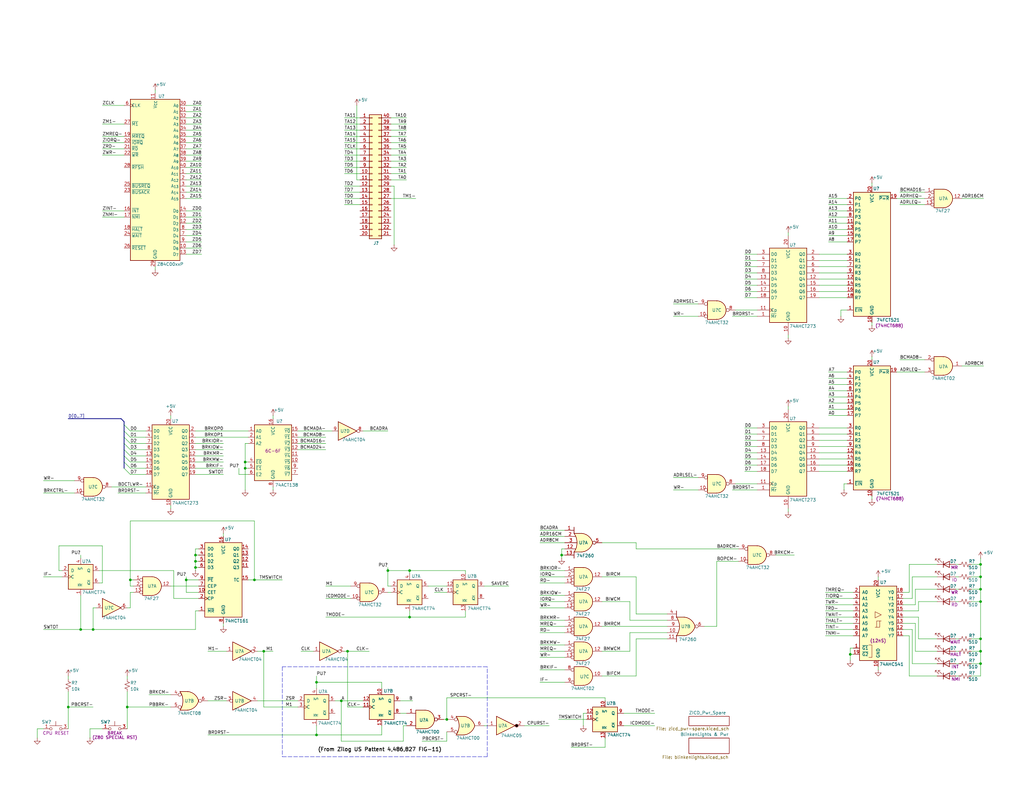
<source format=kicad_sch>
(kicad_sch (version 20250114) (generator "eeschema") (generator_version "9.0")
  (paper "User" 419.1 323.85)
  (title_block (title "Z80 In-Circuit Debugger") (date "2025-12-19") (rev "PR-1.0") (company "SilkyDESIGN") (comment 1 "Copyright 2025 AESilky"))
  (lib_symbols
    (symbol "74xx:74HC138"
      (property "Reference" "U" (at -7.62 13.97 0))
      (property "Value" "74HC138" (at 2.54 -11.43 0))
      (symbol "74HC138_1_1"
        (pin input line (at -10.16 10.16 0) (length 2.54) (name "A0") (number "1"))
        (pin input line (at -10.16 7.62 0) (length 2.54) (name "A1") (number "2"))
        (pin input line (at -10.16 5.08 0) (length 2.54) (name "A2") (number "3"))
        (pin input line (at -10.16 -2.54 0) (length 2.54) (name "~{E0}") (number "4"))
        (pin input line (at -10.16 -5.08 0) (length 2.54) (name "~{E1}") (number "5"))
        (pin input line (at -10.16 -7.62 0) (length 2.54) (name "E2") (number "6"))
        (pin power_in line (at 0 15.24 270) (length 2.54) (name "VCC") (number "16"))
        (pin power_in line (at 0 -12.7 90) (length 2.54) (name "GND") (number "8"))
        (pin output line (at 10.16 10.16 180) (length 2.54) (name "~{Y0}") (number "15"))
        (pin output line (at 10.16 7.62 180) (length 2.54) (name "~{Y1}") (number "14"))
        (pin output line (at 10.16 5.08 180) (length 2.54) (name "~{Y2}") (number "13"))
        (pin output line (at 10.16 2.54 180) (length 2.54) (name "~{Y3}") (number "12"))
        (pin output line (at 10.16 0 180) (length 2.54) (name "~{Y4}") (number "11"))
        (pin output line (at 10.16 -2.54 180) (length 2.54) (name "~{Y5}") (number "10"))
        (pin output line (at 10.16 -5.08 180) (length 2.54) (name "~{Y6}") (number "9"))
        (pin output line (at 10.16 -7.62 180) (length 2.54) (name "~{Y7}") (number "7"))
      )
    )
    (symbol "74xx:74HCT273"
      (property "Reference" "U" (at -7.62 16.51 0))
      (property "Value" "74HCT273" (at -7.62 -16.51 0))
      (symbol "74HCT273_1_0"
        (pin input line (at -12.7 12.7 0) (length 5.08) (name "D0") (number "3"))
        (pin input line (at -12.7 10.16 0) (length 5.08) (name "D1") (number "4"))
        (pin input line (at -12.7 7.62 0) (length 5.08) (name "D2") (number "7"))
        (pin input line (at -12.7 5.08 0) (length 5.08) (name "D3") (number "8"))
        (pin input line (at -12.7 2.54 0) (length 5.08) (name "D4") (number "13"))
        (pin input line (at -12.7 0 0) (length 5.08) (name "D5") (number "14"))
        (pin input line (at -12.7 -2.54 0) (length 5.08) (name "D6") (number "17"))
        (pin input line (at -12.7 -5.08 0) (length 5.08) (name "D7") (number "18"))
        (pin input clock (at -12.7 -10.16 0) (length 5.08) (name "Cp") (number "11"))
        (pin input line (at -12.7 -12.7 0) (length 5.08) (name "~{Mr}") (number "1"))
        (pin power_in line (at 0 20.32 270) (length 5.08) (name "VCC") (number "20"))
        (pin power_in line (at 0 -20.32 90) (length 5.08) (name "GND") (number "10"))
        (pin output line (at 12.7 12.7 180) (length 5.08) (name "Q0") (number "2"))
        (pin output line (at 12.7 10.16 180) (length 5.08) (name "Q1") (number "5"))
        (pin output line (at 12.7 7.62 180) (length 5.08) (name "Q2") (number "6"))
        (pin output line (at 12.7 5.08 180) (length 5.08) (name "Q3") (number "9"))
        (pin output line (at 12.7 2.54 180) (length 5.08) (name "Q4") (number "12"))
        (pin output line (at 12.7 0 180) (length 5.08) (name "Q5") (number "15"))
        (pin output line (at 12.7 -2.54 180) (length 5.08) (name "Q6") (number "16"))
        (pin output line (at 12.7 -5.08 180) (length 5.08) (name "Q7") (number "19"))
      )
    )
    (symbol "74xx:74LS00" (pin_names (offset 1.016))
      (property "Reference" "U" (at 0 1.27 0))
      (property "Value" "74LS00" (at 0 -1.27 0))
      (symbol "74LS00_1_1"
        (pin input line (at -7.62 2.54 0) (length 3.81) (name "~") (number "1"))
        (pin input line (at -7.62 -2.54 0) (length 3.81) (name "~") (number "2"))
        (pin output inverted (at 7.62 0 180) (length 3.81) (name "~") (number "3"))
      )
      (symbol "74LS00_1_2"
        (pin input inverted (at -7.62 2.54 0) (length 4.318) (name "~") (number "1"))
        (pin input inverted (at -7.62 -2.54 0) (length 4.318) (name "~") (number "2"))
        (pin output line (at 7.62 0 180) (length 3.81) (name "~") (number "3"))
      )
      (symbol "74LS00_2_1"
        (pin input line (at -7.62 2.54 0) (length 3.81) (name "~") (number "4"))
        (pin input line (at -7.62 -2.54 0) (length 3.81) (name "~") (number "5"))
        (pin output inverted (at 7.62 0 180) (length 3.81) (name "~") (number "6"))
      )
      (symbol "74LS00_2_2"
        (pin input inverted (at -7.62 2.54 0) (length 4.318) (name "~") (number "4"))
        (pin input inverted (at -7.62 -2.54 0) (length 4.318) (name "~") (number "5"))
        (pin output line (at 7.62 0 180) (length 3.81) (name "~") (number "6"))
      )
      (symbol "74LS00_3_1"
        (pin input line (at -7.62 2.54 0) (length 3.81) (name "~") (number "9"))
        (pin input line (at -7.62 -2.54 0) (length 3.81) (name "~") (number "10"))
        (pin output inverted (at 7.62 0 180) (length 3.81) (name "~") (number "8"))
      )
      (symbol "74LS00_3_2"
        (pin input inverted (at -7.62 2.54 0) (length 4.318) (name "~") (number "9"))
        (pin input inverted (at -7.62 -2.54 0) (length 4.318) (name "~") (number "10"))
        (pin output line (at 7.62 0 180) (length 3.81) (name "~") (number "8"))
      )
      (symbol "74LS00_4_1"
        (pin input line (at -7.62 2.54 0) (length 3.81) (name "~") (number "12"))
        (pin input line (at -7.62 -2.54 0) (length 3.81) (name "~") (number "13"))
        (pin output inverted (at 7.62 0 180) (length 3.81) (name "~") (number "11"))
      )
      (symbol "74LS00_4_2"
        (pin input inverted (at -7.62 2.54 0) (length 4.318) (name "~") (number "12"))
        (pin input inverted (at -7.62 -2.54 0) (length 4.318) (name "~") (number "13"))
        (pin output line (at 7.62 0 180) (length 3.81) (name "~") (number "11"))
      )
      (symbol "74LS00_5_0"
        (pin power_in line (at 0 12.7 270) (length 5.08) (name "VCC") (number "14"))
        (pin power_in line (at 0 -12.7 90) (length 5.08) (name "GND") (number "7"))
      )
    )
    (symbol "74xx:74LS02" (pin_names (offset 1.016))
      (property "Reference" "U" (at 0 1.27 0))
      (property "Value" "74LS02" (at 0 -1.27 0))
      (symbol "74LS02_1_1"
        (pin input line (at -7.62 2.54 0) (length 4.318) (name "~") (number "2"))
        (pin input line (at -7.62 -2.54 0) (length 4.318) (name "~") (number "3"))
        (pin output inverted (at 7.62 0 180) (length 3.81) (name "~") (number "1"))
      )
      (symbol "74LS02_1_2"
        (pin input inverted (at -7.62 2.54 0) (length 3.81) (name "~") (number "2"))
        (pin input inverted (at -7.62 -2.54 0) (length 3.81) (name "~") (number "3"))
        (pin output line (at 7.62 0 180) (length 3.81) (name "~") (number "1"))
      )
      (symbol "74LS02_2_1"
        (pin input line (at -7.62 2.54 0) (length 4.318) (name "~") (number "5"))
        (pin input line (at -7.62 -2.54 0) (length 4.318) (name "~") (number "6"))
        (pin output inverted (at 7.62 0 180) (length 3.81) (name "~") (number "4"))
      )
      (symbol "74LS02_2_2"
        (pin input inverted (at -7.62 2.54 0) (length 3.81) (name "~") (number "5"))
        (pin input inverted (at -7.62 -2.54 0) (length 3.81) (name "~") (number "6"))
        (pin output line (at 7.62 0 180) (length 3.81) (name "~") (number "4"))
      )
      (symbol "74LS02_3_1"
        (pin input line (at -7.62 2.54 0) (length 4.318) (name "~") (number "8"))
        (pin input line (at -7.62 -2.54 0) (length 4.318) (name "~") (number "9"))
        (pin output inverted (at 7.62 0 180) (length 3.81) (name "~") (number "10"))
      )
      (symbol "74LS02_3_2"
        (pin input inverted (at -7.62 2.54 0) (length 3.81) (name "~") (number "8"))
        (pin input inverted (at -7.62 -2.54 0) (length 3.81) (name "~") (number "9"))
        (pin output line (at 7.62 0 180) (length 3.81) (name "~") (number "10"))
      )
      (symbol "74LS02_4_1"
        (pin input line (at -7.62 2.54 0) (length 4.318) (name "~") (number "11"))
        (pin input line (at -7.62 -2.54 0) (length 4.318) (name "~") (number "12"))
        (pin output inverted (at 7.62 0 180) (length 3.81) (name "~") (number "13"))
      )
      (symbol "74LS02_4_2"
        (pin input inverted (at -7.62 2.54 0) (length 3.81) (name "~") (number "11"))
        (pin input inverted (at -7.62 -2.54 0) (length 3.81) (name "~") (number "12"))
        (pin output line (at 7.62 0 180) (length 3.81) (name "~") (number "13"))
      )
      (symbol "74LS02_5_0"
        (pin power_in line (at 0 12.7 270) (length 5.08) (name "VCC") (number "14"))
        (pin power_in line (at 0 -12.7 90) (length 5.08) (name "GND") (number "7"))
      )
    )
    (symbol "74xx:74LS08" (pin_names (offset 1.016))
      (property "Reference" "U" (at 0 1.27 0))
      (property "Value" "74LS08" (at 0 -1.27 0))
      (symbol "74LS08_1_1"
        (pin input line (at -7.62 2.54 0) (length 3.81) (name "~") (number "1"))
        (pin input line (at -7.62 -2.54 0) (length 3.81) (name "~") (number "2"))
        (pin output line (at 7.62 0 180) (length 3.81) (name "~") (number "3"))
      )
      (symbol "74LS08_1_2"
        (pin input inverted (at -7.62 2.54 0) (length 4.318) (name "~") (number "1"))
        (pin input inverted (at -7.62 -2.54 0) (length 4.318) (name "~") (number "2"))
        (pin output inverted (at 7.62 0 180) (length 3.81) (name "~") (number "3"))
      )
      (symbol "74LS08_2_1"
        (pin input line (at -7.62 2.54 0) (length 3.81) (name "~") (number "4"))
        (pin input line (at -7.62 -2.54 0) (length 3.81) (name "~") (number "5"))
        (pin output line (at 7.62 0 180) (length 3.81) (name "~") (number "6"))
      )
      (symbol "74LS08_2_2"
        (pin input inverted (at -7.62 2.54 0) (length 4.318) (name "~") (number "4"))
        (pin input inverted (at -7.62 -2.54 0) (length 4.318) (name "~") (number "5"))
        (pin output inverted (at 7.62 0 180) (length 3.81) (name "~") (number "6"))
      )
      (symbol "74LS08_3_1"
        (pin input line (at -7.62 2.54 0) (length 3.81) (name "~") (number "9"))
        (pin input line (at -7.62 -2.54 0) (length 3.81) (name "~") (number "10"))
        (pin output line (at 7.62 0 180) (length 3.81) (name "~") (number "8"))
      )
      (symbol "74LS08_3_2"
        (pin input inverted (at -7.62 2.54 0) (length 4.318) (name "~") (number "9"))
        (pin input inverted (at -7.62 -2.54 0) (length 4.318) (name "~") (number "10"))
        (pin output inverted (at 7.62 0 180) (length 3.81) (name "~") (number "8"))
      )
      (symbol "74LS08_4_1"
        (pin input line (at -7.62 2.54 0) (length 3.81) (name "~") (number "12"))
        (pin input line (at -7.62 -2.54 0) (length 3.81) (name "~") (number "13"))
        (pin output line (at 7.62 0 180) (length 3.81) (name "~") (number "11"))
      )
      (symbol "74LS08_4_2"
        (pin input inverted (at -7.62 2.54 0) (length 4.318) (name "~") (number "12"))
        (pin input inverted (at -7.62 -2.54 0) (length 4.318) (name "~") (number "13"))
        (pin output inverted (at 7.62 0 180) (length 3.81) (name "~") (number "11"))
      )
      (symbol "74LS08_5_0"
        (pin power_in line (at 0 12.7 270) (length 5.08) (name "VCC") (number "14"))
        (pin power_in line (at 0 -12.7 90) (length 5.08) (name "GND") (number "7"))
      )
    )
    (symbol "74xx:74LS10" (pin_names (offset 1.016))
      (property "Reference" "U" (at 0 1.27 0))
      (property "Value" "74LS10" (at 0 -1.27 0))
      (symbol "74LS10_1_1"
        (pin input line (at -7.62 2.54 0) (length 3.81) (name "~") (number "1"))
        (pin input line (at -7.62 0 0) (length 3.81) (name "~") (number "2"))
        (pin input line (at -7.62 -2.54 0) (length 3.81) (name "~") (number "13"))
        (pin output inverted (at 7.62 0 180) (length 3.81) (name "~") (number "12"))
      )
      (symbol "74LS10_1_2"
        (pin input inverted (at -7.62 2.54 0) (length 4.318) (name "~") (number "1"))
        (pin input inverted (at -7.62 0 0) (length 4.953) (name "~") (number "2"))
        (pin input inverted (at -7.62 -2.54 0) (length 4.318) (name "~") (number "13"))
        (pin output line (at 7.62 0 180) (length 3.81) (name "~") (number "12"))
      )
      (symbol "74LS10_2_1"
        (pin input line (at -7.62 2.54 0) (length 3.81) (name "~") (number "3"))
        (pin input line (at -7.62 0 0) (length 3.81) (name "~") (number "4"))
        (pin input line (at -7.62 -2.54 0) (length 3.81) (name "~") (number "5"))
        (pin output inverted (at 7.62 0 180) (length 3.81) (name "~") (number "6"))
      )
      (symbol "74LS10_2_2"
        (pin input inverted (at -7.62 2.54 0) (length 4.318) (name "~") (number "3"))
        (pin input inverted (at -7.62 0 0) (length 4.953) (name "~") (number "4"))
        (pin input inverted (at -7.62 -2.54 0) (length 4.318) (name "~") (number "5"))
        (pin output line (at 7.62 0 180) (length 3.81) (name "~") (number "6"))
      )
      (symbol "74LS10_3_1"
        (pin input line (at -7.62 2.54 0) (length 3.81) (name "~") (number "9"))
        (pin input line (at -7.62 0 0) (length 3.81) (name "~") (number "10"))
        (pin input line (at -7.62 -2.54 0) (length 3.81) (name "~") (number "11"))
        (pin output inverted (at 7.62 0 180) (length 3.81) (name "~") (number "8"))
      )
      (symbol "74LS10_3_2"
        (pin input inverted (at -7.62 2.54 0) (length 4.318) (name "~") (number "9"))
        (pin input inverted (at -7.62 0 0) (length 4.953) (name "~") (number "10"))
        (pin input inverted (at -7.62 -2.54 0) (length 4.318) (name "~") (number "11"))
        (pin output line (at 7.62 0 180) (length 3.81) (name "~") (number "8"))
      )
      (symbol "74LS10_4_0"
        (pin power_in line (at 0 12.7 270) (length 5.08) (name "VCC") (number "14"))
        (pin power_in line (at 0 -12.7 90) (length 5.08) (name "GND") (number "7"))
      )
    )
    (symbol "74xx:74LS27" (pin_names (offset 1.016))
      (property "Reference" "U" (at 0 1.27 0))
      (property "Value" "74LS27" (at 0 -1.27 0))
      (symbol "74LS27_1_1"
        (pin input line (at -7.62 2.54 0) (length 4.318) (name "~") (number "1"))
        (pin input line (at -7.62 0 0) (length 4.953) (name "~") (number "2"))
        (pin input line (at -7.62 -2.54 0) (length 4.318) (name "~") (number "13"))
        (pin output inverted (at 7.62 0 180) (length 3.81) (name "~") (number "12"))
      )
      (symbol "74LS27_1_2"
        (pin input inverted (at -7.62 2.54 0) (length 3.81) (name "~") (number "1"))
        (pin input inverted (at -7.62 0 0) (length 3.81) (name "~") (number "2"))
        (pin input inverted (at -7.62 -2.54 0) (length 3.81) (name "~") (number "13"))
        (pin output line (at 7.62 0 180) (length 3.81) (name "~") (number "12"))
      )
      (symbol "74LS27_2_1"
        (pin input line (at -7.62 2.54 0) (length 4.318) (name "~") (number "3"))
        (pin input line (at -7.62 0 0) (length 4.953) (name "~") (number "4"))
        (pin input line (at -7.62 -2.54 0) (length 4.318) (name "~") (number "5"))
        (pin output inverted (at 7.62 0 180) (length 3.81) (name "~") (number "6"))
      )
      (symbol "74LS27_2_2"
        (pin input inverted (at -7.62 2.54 0) (length 3.81) (name "~") (number "3"))
        (pin input inverted (at -7.62 0 0) (length 3.81) (name "~") (number "4"))
        (pin input inverted (at -7.62 -2.54 0) (length 3.81) (name "~") (number "5"))
        (pin output line (at 7.62 0 180) (length 3.81) (name "~") (number "6"))
      )
      (symbol "74LS27_3_1"
        (pin input line (at -7.62 2.54 0) (length 4.318) (name "~") (number "9"))
        (pin input line (at -7.62 0 0) (length 4.953) (name "~") (number "10"))
        (pin input line (at -7.62 -2.54 0) (length 4.318) (name "~") (number "11"))
        (pin output inverted (at 7.62 0 180) (length 3.81) (name "~") (number "8"))
      )
      (symbol "74LS27_3_2"
        (pin input inverted (at -7.62 2.54 0) (length 3.81) (name "~") (number "9"))
        (pin input inverted (at -7.62 0 0) (length 3.81) (name "~") (number "10"))
        (pin input inverted (at -7.62 -2.54 0) (length 3.81) (name "~") (number "11"))
        (pin output line (at 7.62 0 180) (length 3.81) (name "~") (number "8"))
      )
      (symbol "74LS27_4_0"
        (pin power_in line (at 0 12.7 270) (length 5.08) (name "VCC") (number "14"))
        (pin power_in line (at 0 -12.7 90) (length 5.08) (name "GND") (number "7"))
      )
    )
    (symbol "74xx:74LS32" (pin_names (offset 1.016))
      (property "Reference" "U" (at 0 1.27 0))
      (property "Value" "74LS32" (at 0 -1.27 0))
      (symbol "74LS32_1_1"
        (pin input line (at -7.62 2.54 0) (length 4.318) (name "~") (number "1"))
        (pin input line (at -7.62 -2.54 0) (length 4.318) (name "~") (number "2"))
        (pin output line (at 7.62 0 180) (length 3.81) (name "~") (number "3"))
      )
      (symbol "74LS32_1_2"
        (pin input inverted (at -7.62 2.54 0) (length 3.81) (name "~") (number "1"))
        (pin input inverted (at -7.62 -2.54 0) (length 3.81) (name "~") (number "2"))
        (pin output inverted (at 7.62 0 180) (length 3.81) (name "~") (number "3"))
      )
      (symbol "74LS32_2_1"
        (pin input line (at -7.62 2.54 0) (length 4.318) (name "~") (number "4"))
        (pin input line (at -7.62 -2.54 0) (length 4.318) (name "~") (number "5"))
        (pin output line (at 7.62 0 180) (length 3.81) (name "~") (number "6"))
      )
      (symbol "74LS32_2_2"
        (pin input inverted (at -7.62 2.54 0) (length 3.81) (name "~") (number "4"))
        (pin input inverted (at -7.62 -2.54 0) (length 3.81) (name "~") (number "5"))
        (pin output inverted (at 7.62 0 180) (length 3.81) (name "~") (number "6"))
      )
      (symbol "74LS32_3_1"
        (pin input line (at -7.62 2.54 0) (length 4.318) (name "~") (number "9"))
        (pin input line (at -7.62 -2.54 0) (length 4.318) (name "~") (number "10"))
        (pin output line (at 7.62 0 180) (length 3.81) (name "~") (number "8"))
      )
      (symbol "74LS32_3_2"
        (pin input inverted (at -7.62 2.54 0) (length 3.81) (name "~") (number "9"))
        (pin input inverted (at -7.62 -2.54 0) (length 3.81) (name "~") (number "10"))
        (pin output inverted (at 7.62 0 180) (length 3.81) (name "~") (number "8"))
      )
      (symbol "74LS32_4_1"
        (pin input line (at -7.62 2.54 0) (length 4.318) (name "~") (number "12"))
        (pin input line (at -7.62 -2.54 0) (length 4.318) (name "~") (number "13"))
        (pin output line (at 7.62 0 180) (length 3.81) (name "~") (number "11"))
      )
      (symbol "74LS32_4_2"
        (pin input inverted (at -7.62 2.54 0) (length 3.81) (name "~") (number "12"))
        (pin input inverted (at -7.62 -2.54 0) (length 3.81) (name "~") (number "13"))
        (pin output inverted (at 7.62 0 180) (length 3.81) (name "~") (number "11"))
      )
      (symbol "74LS32_5_0"
        (pin power_in line (at 0 12.7 270) (length 5.08) (name "VCC") (number "14"))
        (pin power_in line (at 0 -12.7 90) (length 5.08) (name "GND") (number "7"))
      )
    )
    (symbol "74xx:74LS74" (pin_names (offset 1.016))
      (property "Reference" "U" (at -7.62 8.89 0))
      (property "Value" "74LS74" (at -7.62 -8.89 0))
      (symbol "74LS74_1_0"
        (pin input line (at -7.62 2.54 0) (length 2.54) (name "D") (number "2"))
        (pin input clock (at -7.62 0 0) (length 2.54) (name "C") (number "3"))
        (pin input line (at 0 7.62 270) (length 2.54) (name "~{S}") (number "4"))
        (pin input line (at 0 -7.62 90) (length 2.54) (name "~{R}") (number "1"))
        (pin output line (at 7.62 2.54 180) (length 2.54) (name "Q") (number "5"))
        (pin output line (at 7.62 -2.54 180) (length 2.54) (name "~{Q}") (number "6"))
      )
      (symbol "74LS74_2_0"
        (pin input line (at -7.62 2.54 0) (length 2.54) (name "D") (number "12"))
        (pin input clock (at -7.62 0 0) (length 2.54) (name "C") (number "11"))
        (pin input line (at 0 7.62 270) (length 2.54) (name "~{S}") (number "10"))
        (pin input line (at 0 -7.62 90) (length 2.54) (name "~{R}") (number "13"))
        (pin output line (at 7.62 2.54 180) (length 2.54) (name "Q") (number "9"))
        (pin output line (at 7.62 -2.54 180) (length 2.54) (name "~{Q}") (number "8"))
      )
      (symbol "74LS74_3_0"
        (pin power_in line (at 0 10.16 270) (length 2.54) (name "VCC") (number "14"))
        (pin power_in line (at 0 -10.16 90) (length 2.54) (name "GND") (number "7"))
      )
    )
    (symbol "74xx:74LVC125" (pin_names (offset 1.016))
      (property "Reference" "U" (at 0 1.27 0))
      (property "Value" "74LVC125" (at 0 -1.27 0))
      (symbol "74LVC125_1_0"
        (pin input line (at -7.62 0 0) (length 3.81) (name "~") (number "2"))
        (pin input inverted (at 0 -6.35 90) (length 4.445) (name "~") (number "1"))
        (pin tri_state line (at 7.62 0 180) (length 3.81) (name "~") (number "3"))
      )
      (symbol "74LVC125_2_0"
        (pin input line (at -7.62 0 0) (length 3.81) (name "~") (number "5"))
        (pin input inverted (at 0 -6.35 90) (length 4.445) (name "~") (number "4"))
        (pin tri_state line (at 7.62 0 180) (length 3.81) (name "~") (number "6"))
      )
      (symbol "74LVC125_3_0"
        (pin input line (at -7.62 0 0) (length 3.81) (name "~") (number "9"))
        (pin input inverted (at 0 -6.35 90) (length 4.445) (name "~") (number "10"))
        (pin tri_state line (at 7.62 0 180) (length 3.81) (name "~") (number "8"))
      )
      (symbol "74LVC125_4_0"
        (pin input line (at -7.62 0 0) (length 3.81) (name "~") (number "12"))
        (pin input inverted (at 0 -6.35 90) (length 4.445) (name "~") (number "13"))
        (pin tri_state line (at 7.62 0 180) (length 3.81) (name "~") (number "11"))
      )
      (symbol "74LVC125_5_0"
        (pin power_in line (at 0 12.7 270) (length 5.08) (name "VCC") (number "14"))
        (pin power_in line (at 0 -12.7 90) (length 5.08) (name "GND") (number "7"))
      )
    )
    (symbol "AES_Library:7404-AES"
      (property "Reference" "U" (at -2.286 -0.254 0))
      (property "Value" "7404" (at -1.016 -3.302 0))
      (symbol "7404-AES_1_1"
        (pin input line (at -6.35 0 0) (length 2.54) (name "~") (number "1"))
        (pin output inverted (at 6.35 0 180) (length 2.54) (name "~") (number "2"))
      )
      (symbol "7404-AES_1_2"
        (pin input inverted (at -6.35 0 0) (length 2.54) (name "~") (number "1"))
        (pin output line (at 6.35 0 180) (length 2.54) (name "~") (number "2"))
      )
      (symbol "7404-AES_2_1"
        (pin input line (at -6.35 0 0) (length 2.54) (name "~") (number "3"))
        (pin output inverted (at 6.35 0 180) (length 2.54) (name "~") (number "4"))
      )
      (symbol "7404-AES_2_2"
        (pin input inverted (at -6.35 0 0) (length 2.54) (name "~") (number "3"))
        (pin output line (at 6.35 0 180) (length 2.54) (name "~") (number "4"))
      )
      (symbol "7404-AES_3_1"
        (pin input line (at -6.35 0 0) (length 2.54) (name "~") (number "5"))
        (pin output inverted (at 6.35 0 180) (length 2.54) (name "~") (number "6"))
      )
      (symbol "7404-AES_3_2"
        (pin input inverted (at -6.35 0 0) (length 2.54) (name "~") (number "5"))
        (pin output line (at 6.35 0 180) (length 2.54) (name "~") (number "6"))
      )
      (symbol "7404-AES_4_1"
        (pin input line (at -6.35 0 0) (length 2.54) (name "~") (number "9"))
        (pin output inverted (at 6.35 0 180) (length 2.54) (name "~") (number "8"))
      )
      (symbol "7404-AES_4_2"
        (pin input inverted (at -6.35 0 0) (length 2.54) (name "~") (number "9"))
        (pin output line (at 6.35 0 180) (length 2.54) (name "~") (number "8"))
      )
      (symbol "7404-AES_5_1"
        (pin input line (at -6.35 0 0) (length 2.54) (name "~") (number "11"))
        (pin output inverted (at 6.35 0 180) (length 2.54) (name "~") (number "10"))
      )
      (symbol "7404-AES_5_2"
        (pin input inverted (at -6.35 0 0) (length 2.54) (name "~") (number "11"))
        (pin output line (at 6.35 0 180) (length 2.54) (name "~") (number "10"))
      )
      (symbol "7404-AES_6_1"
        (pin input line (at -6.35 0 0) (length 2.54) (name "~") (number "13"))
        (pin output inverted (at 6.35 0 180) (length 2.54) (name "~") (number "12"))
      )
      (symbol "7404-AES_6_2"
        (pin input inverted (at -6.35 0 0) (length 2.54) (name "~") (number "13"))
        (pin output line (at 6.35 0 180) (length 2.54) (name "~") (number "12"))
      )
      (symbol "7404-AES_7_0"
        (pin power_in line (at 0 12.7 270) (length 5.08) (name "VCC") (number "14"))
        (pin power_in line (at 0 -12.7 90) (length 5.08) (name "GND") (number "7"))
      )
    )
    (symbol "AES_Library:7405-AES" (pin_names (offset 1.016))
      (property "Reference" "U" (at -0.762 0 0))
      (property "Value" "7405" (at 1.27 -3.556 0))
      (symbol "7405-AES_1_0"
        (pin input line (at -7.62 0 0) (length 3.81) (name "~") (number "1"))
        (pin open_collector inverted (at 7.62 0 180) (length 3.81) (name "~") (number "2"))
      )
      (symbol "7405-AES_2_0"
        (pin input line (at -7.62 0 0) (length 3.81) (name "~") (number "3"))
        (pin open_collector inverted (at 7.62 0 180) (length 3.81) (name "~") (number "4"))
      )
      (symbol "7405-AES_3_0"
        (pin input line (at -7.62 0 0) (length 3.81) (name "~") (number "5"))
        (pin open_collector inverted (at 7.62 0 180) (length 3.81) (name "~") (number "6"))
      )
      (symbol "7405-AES_4_0"
        (pin input line (at -7.62 0 0) (length 3.81) (name "~") (number "9"))
        (pin open_collector inverted (at 7.62 0 180) (length 3.81) (name "~") (number "8"))
      )
      (symbol "7405-AES_5_0"
        (pin input line (at -7.62 0 0) (length 3.81) (name "~") (number "11"))
        (pin open_collector inverted (at 7.62 0 180) (length 3.81) (name "~") (number "10"))
      )
      (symbol "7405-AES_6_0"
        (pin input line (at -7.62 0 0) (length 3.81) (name "~") (number "13"))
        (pin open_collector inverted (at 7.62 0 180) (length 3.81) (name "~") (number "12"))
      )
      (symbol "7405-AES_7_0"
        (pin power_in line (at 0 12.7 270) (length 5.08) (name "VCC") (number "14"))
        (pin power_in line (at 0 -12.7 90) (length 5.08) (name "GND") (number "7"))
      )
    )
    (symbol "AES_Library:74161-AES" (pin_names (offset 1.016))
      (property "Reference" "U" (at 1.016 16.51 0))
      (property "Value" "74161-AES" (at 1.016 -16.764 0))
      (symbol "74161-AES_1_0"
        (pin input line (at -10.16 12.7 0) (length 2.54) (name "D0") (number "3"))
        (pin input line (at -10.16 10.16 0) (length 2.54) (name "D1") (number "4"))
        (pin input line (at -10.16 7.62 0) (length 2.54) (name "D2") (number "5"))
        (pin input line (at -10.16 5.08 0) (length 2.54) (name "D3") (number "6"))
        (pin input line (at -10.16 0 0) (length 2.54) (name "~{PE}") (number "9"))
        (pin input line (at -10.16 -2.54 0) (length 2.54) (name "CEP") (number "7"))
        (pin input line (at -10.16 -5.08 0) (length 2.54) (name "CET") (number "10"))
        (pin input clock (at -10.16 -7.62 0) (length 2.54) (name "CP") (number "2"))
        (pin input line (at -10.16 -12.7 0) (length 2.54) (name "~{MR}") (number "1"))
        (pin power_in line (at 0 17.78 270) (length 2.54) (name "VCC") (number "16"))
        (pin power_in line (at 0 -17.78 90) (length 2.54) (name "GND") (number "8"))
        (pin output line (at 10.16 12.7 180) (length 2.54) (name "Q0") (number "14"))
        (pin output line (at 10.16 10.16 180) (length 2.54) (name "Q1") (number "13"))
        (pin output line (at 10.16 7.62 180) (length 2.54) (name "Q2") (number "12"))
        (pin output line (at 10.16 5.08 180) (length 2.54) (name "Q3") (number "11"))
        (pin output line (at 10.16 0 180) (length 2.54) (name "TC") (number "15"))
      )
    )
    (symbol "AES_Library:74191-AES" (pin_names (offset 1.016))
      (property "Reference" "U" (at 1.778 13.97 0))
      (property "Value" "74191-AES" (at 8.128 -16.51 0))
      (symbol "74191-AES_1_0"
        (pin input line (at -12.7 10.16 0) (length 5.08) (name "P0") (number "15"))
        (pin input line (at -12.7 7.62 0) (length 5.08) (name "P1") (number "1"))
        (pin input line (at -12.7 5.08 0) (length 5.08) (name "P2") (number "10"))
        (pin input line (at -12.7 2.54 0) (length 5.08) (name "P3") (number "9"))
        (pin input inverted (at -12.7 -2.54 0) (length 5.08) (name "~{LD}") (number "11"))
        (pin input line (at -12.7 -5.08 0) (length 5.08) (name "D/~{U}") (number "5"))
        (pin input inverted (at -12.7 -10.16 0) (length 5.08) (name "~{CEN}") (number "4"))
        (pin input clock (at -12.7 -12.7 0) (length 5.08) (name "CLK") (number "14"))
        (pin power_in line (at 0 15.24 270) (length 2.54) (name "VCC") (number "16"))
        (pin power_in line (at 0 -17.78 90) (length 2.54) (name "GND") (number "8"))
        (pin output line (at 12.7 10.16 180) (length 5.08) (name "Q0") (number "3"))
        (pin output line (at 12.7 7.62 180) (length 5.08) (name "Q1") (number "2"))
        (pin output line (at 12.7 5.08 180) (length 5.08) (name "Q2") (number "6"))
        (pin output line (at 12.7 2.54 180) (length 5.08) (name "Q3") (number "7"))
        (pin output inverted (at 12.7 -2.54 180) (length 5.08) (name "~{RC}") (number "13"))
        (pin output line (at 12.7 -7.62 180) (length 5.08) (name "TC") (number "12"))
      )
    )
    (symbol "AES_Library:74245-AES" (pin_names (offset 1.016))
      (property "Reference" "U" (at 1.524 16.51 0))
      (property "Value" "74245-AES" (at 7.112 -16.764 0))
      (symbol "74245-AES_1_0"
        (pin tri_state line (at -10.16 12.7 0) (length 2.54) (name "A0") (number "2"))
        (pin tri_state line (at -10.16 10.16 0) (length 2.54) (name "A1") (number "3"))
        (pin tri_state line (at -10.16 7.62 0) (length 2.54) (name "A2") (number "4"))
        (pin tri_state line (at -10.16 5.08 0) (length 2.54) (name "A3") (number "5"))
        (pin tri_state line (at -10.16 2.54 0) (length 2.54) (name "A4") (number "6"))
        (pin tri_state line (at -10.16 0 0) (length 2.54) (name "A5") (number "7"))
        (pin tri_state line (at -10.16 -2.54 0) (length 2.54) (name "A6") (number "8"))
        (pin tri_state line (at -10.16 -5.08 0) (length 2.54) (name "A7") (number "9"))
        (pin input line (at -10.16 -10.16 0) (length 2.54) (name "A>B") (number "1"))
        (pin input line (at -10.16 -12.7 0) (length 2.54) (name "~{OE}") (number "19"))
        (pin power_in line (at 0 17.78 270) (length 2.54) (name "VCC") (number "20"))
        (pin power_in line (at 0 -17.78 90) (length 2.54) (name "GND") (number "10"))
        (pin tri_state line (at 10.16 12.7 180) (length 2.54) (name "B0") (number "18"))
        (pin tri_state line (at 10.16 10.16 180) (length 2.54) (name "B1") (number "17"))
        (pin tri_state line (at 10.16 7.62 180) (length 2.54) (name "B2") (number "16"))
        (pin tri_state line (at 10.16 5.08 180) (length 2.54) (name "B3") (number "15"))
        (pin tri_state line (at 10.16 2.54 180) (length 2.54) (name "B4") (number "14"))
        (pin tri_state line (at 10.16 0 180) (length 2.54) (name "B5") (number "13"))
        (pin tri_state line (at 10.16 -2.54 180) (length 2.54) (name "B6") (number "12"))
        (pin tri_state line (at 10.16 -5.08 180) (length 2.54) (name "B7") (number "11"))
      )
    )
    (symbol "AES_Library:74273-AES"
      (property "Reference" "U" (at 1.016 16.51 0))
      (property "Value" "74273-AES" (at 0.762 -16.764 0))
      (symbol "74273-AES_1_0"
        (pin input line (at -10.16 12.7 0) (length 2.54) (name "D0") (number "3"))
        (pin input line (at -10.16 10.16 0) (length 2.54) (name "D1") (number "4"))
        (pin input line (at -10.16 7.62 0) (length 2.54) (name "D2") (number "7"))
        (pin input line (at -10.16 5.08 0) (length 2.54) (name "D3") (number "8"))
        (pin input line (at -10.16 2.54 0) (length 2.54) (name "D4") (number "13"))
        (pin input line (at -10.16 0 0) (length 2.54) (name "D5") (number "14"))
        (pin input line (at -10.16 -2.54 0) (length 2.54) (name "D6") (number "17"))
        (pin input line (at -10.16 -5.08 0) (length 2.54) (name "D7") (number "18"))
        (pin input clock (at -10.16 -10.16 0) (length 2.54) (name "Cp") (number "11"))
        (pin input line (at -10.16 -12.7 0) (length 2.54) (name "~{Mr}") (number "1"))
        (pin power_in line (at 0 17.78 270) (length 2.54) (name "VCC") (number "20"))
        (pin power_in line (at 0 -17.78 90) (length 2.54) (name "GND") (number "10"))
        (pin output line (at 10.16 12.7 180) (length 2.54) (name "Q0") (number "2"))
        (pin output line (at 10.16 10.16 180) (length 2.54) (name "Q1") (number "5"))
        (pin output line (at 10.16 7.62 180) (length 2.54) (name "Q2") (number "6"))
        (pin output line (at 10.16 5.08 180) (length 2.54) (name "Q3") (number "9"))
        (pin output line (at 10.16 2.54 180) (length 2.54) (name "Q4") (number "12"))
        (pin output line (at 10.16 0 180) (length 2.54) (name "Q5") (number "15"))
        (pin output line (at 10.16 -2.54 180) (length 2.54) (name "Q6") (number "16"))
        (pin output line (at 10.16 -5.08 180) (length 2.54) (name "Q7") (number "19"))
      )
    )
    (symbol "AES_Library:74373"
      (property "Reference" "U" (at -7.62 16.51 0))
      (property "Value" "74373" (at 3.81 -16.51 0))
      (symbol "74373_1_0"
        (pin input line (at -10.16 12.7 0) (length 2.54) (name "D0") (number "3"))
        (pin input line (at -10.16 10.16 0) (length 2.54) (name "D1") (number "4"))
        (pin input line (at -10.16 7.62 0) (length 2.54) (name "D2") (number "7"))
        (pin input line (at -10.16 5.08 0) (length 2.54) (name "D3") (number "8"))
        (pin input line (at -10.16 2.54 0) (length 2.54) (name "D4") (number "13"))
        (pin input line (at -10.16 0 0) (length 2.54) (name "D5") (number "14"))
        (pin input line (at -10.16 -2.54 0) (length 2.54) (name "D6") (number "17"))
        (pin input line (at -10.16 -5.08 0) (length 2.54) (name "D7") (number "18"))
        (pin input line (at -10.16 -10.16 0) (length 2.54) (name "LOAD") (number "11"))
        (pin input inverted (at -10.16 -12.7 0) (length 2.54) (name "OE") (number "1"))
        (pin power_in line (at 0 17.78 270) (length 2.54) (name "VCC") (number "20"))
        (pin power_in line (at 0 -17.78 90) (length 2.54) (name "GND") (number "10"))
        (pin tri_state line (at 10.16 12.7 180) (length 2.54) (name "O0") (number "2"))
        (pin tri_state line (at 10.16 10.16 180) (length 2.54) (name "O1") (number "5"))
        (pin tri_state line (at 10.16 7.62 180) (length 2.54) (name "O2") (number "6"))
        (pin tri_state line (at 10.16 5.08 180) (length 2.54) (name "O3") (number "9"))
        (pin tri_state line (at 10.16 2.54 180) (length 2.54) (name "O4") (number "12"))
        (pin tri_state line (at 10.16 0 180) (length 2.54) (name "O5") (number "15"))
        (pin tri_state line (at 10.16 -2.54 180) (length 2.54) (name "O6") (number "16"))
        (pin tri_state line (at 10.16 -5.08 180) (length 2.54) (name "O7") (number "19"))
      )
    )
    (symbol "AES_Library:74688-AES"
      (property "Reference" "U" (at 1.524 26.924 0))
      (property "Value" "74688-AES" (at 1.27 -26.924 0))
      (symbol "74688-AES_1_0"
        (pin input line (at -10.16 22.86 0) (length 2.54) (name "P0") (number "2"))
        (pin input line (at -10.16 20.32 0) (length 2.54) (name "P1") (number "4"))
        (pin input line (at -10.16 17.78 0) (length 2.54) (name "P2") (number "6"))
        (pin input line (at -10.16 15.24 0) (length 2.54) (name "P3") (number "8"))
        (pin input line (at -10.16 12.7 0) (length 2.54) (name "P4") (number "11"))
        (pin input line (at -10.16 10.16 0) (length 2.54) (name "P5") (number "13"))
        (pin input line (at -10.16 7.62 0) (length 2.54) (name "P6") (number "15"))
        (pin input line (at -10.16 5.08 0) (length 2.54) (name "P7") (number "17"))
        (pin input line (at -10.16 0 0) (length 2.54) (name "R0") (number "3"))
        (pin input line (at -10.16 -2.54 0) (length 2.54) (name "R1") (number "5"))
        (pin input line (at -10.16 -5.08 0) (length 2.54) (name "R2") (number "7"))
        (pin input line (at -10.16 -7.62 0) (length 2.54) (name "R3") (number "9"))
        (pin input line (at -10.16 -10.16 0) (length 2.54) (name "R4") (number "12"))
        (pin input line (at -10.16 -12.7 0) (length 2.54) (name "R5") (number "14"))
        (pin input line (at -10.16 -15.24 0) (length 2.54) (name "R6") (number "16"))
        (pin input line (at -10.16 -17.78 0) (length 2.54) (name "R7") (number "18"))
        (pin input line (at -10.16 -22.86 0) (length 2.54) (name "~{EIN}") (number "1"))
        (pin power_in line (at 0 27.94 270) (length 2.54) (name "VCC") (number "20"))
        (pin power_in line (at 0 -27.94 90) (length 2.54) (name "GND") (number "10"))
        (pin output line (at 10.16 22.86 180) (length 2.54) (name "~{P=R}") (number "19"))
      )
    )
    (symbol "AES_Library:74AHC541-AES" (pin_names (offset 1.016))
      (property "Reference" "U" (at 1.016 16.51 0))
      (property "Value" "74AHC541-AES" (at 0.762 -16.51 0))
      (symbol "74AHC541-AES_1_0"
        (pin input line (at -10.16 12.7 0) (length 2.54) (name "A0") (number "2"))
        (pin input line (at -10.16 10.16 0) (length 2.54) (name "A1") (number "3"))
        (pin input line (at -10.16 7.62 0) (length 2.54) (name "A2") (number "4"))
        (pin input line (at -10.16 5.08 0) (length 2.54) (name "A3") (number "5"))
        (pin input line (at -10.16 2.54 0) (length 2.54) (name "A4") (number "6"))
        (pin input line (at -10.16 0 0) (length 2.54) (name "A5") (number "7"))
        (pin input line (at -10.16 -2.54 0) (length 2.54) (name "A6") (number "8"))
        (pin input line (at -10.16 -5.08 0) (length 2.54) (name "A7") (number "9"))
        (pin input line (at -10.16 -10.16 0) (length 2.54) (name "~{G1}") (number "1"))
        (pin input line (at -10.16 -12.7 0) (length 2.54) (name "~{G2}") (number "19"))
        (pin power_in line (at 0 17.78 270) (length 2.54) (name "VCC") (number "20"))
        (pin power_in line (at 0 -17.78 90) (length 2.54) (name "GND") (number "10"))
        (pin tri_state line (at 10.16 12.7 180) (length 2.54) (name "Y0") (number "18"))
        (pin tri_state line (at 10.16 10.16 180) (length 2.54) (name "Y1") (number "17"))
        (pin tri_state line (at 10.16 7.62 180) (length 2.54) (name "Y2") (number "16"))
        (pin tri_state line (at 10.16 5.08 180) (length 2.54) (name "Y3") (number "15"))
        (pin tri_state line (at 10.16 2.54 180) (length 2.54) (name "Y4") (number "14"))
        (pin tri_state line (at 10.16 0 180) (length 2.54) (name "Y5") (number "13"))
        (pin tri_state line (at 10.16 -2.54 180) (length 2.54) (name "Y6") (number "12"))
        (pin tri_state line (at 10.16 -5.08 180) (length 2.54) (name "Y7") (number "11"))
      )
    )
    (symbol "AES_Library:74F260-AES" (pin_names (offset 1.016))
      (symbol "74F260-AES_1_1"
        (pin input line (at -7.62 5.08 0) (length 3.683) (name "~") (number "1"))
        (pin input line (at -7.62 2.54 0) (length 4.318) (name "~") (number "2"))
        (pin input line (at -7.62 0 0) (length 4.953) (name "~") (number "3"))
        (pin input line (at -7.62 -2.54 0) (length 4.318) (name "~") (number "12"))
        (pin input line (at -7.62 -5.08 0) (length 3.683) (name "~") (number "13"))
        (pin output inverted (at 7.62 0 180) (length 3.81) (name "~") (number "5"))
      )
      (symbol "74F260-AES_1_2"
        (pin input inverted (at -7.62 5.08 0) (length 3.81) (name "~") (number "1"))
        (pin input inverted (at -7.62 2.54 0) (length 3.81) (name "~") (number "2"))
        (pin input inverted (at -7.62 0 0) (length 3.81) (name "~") (number "3"))
        (pin input inverted (at -7.62 -2.54 0) (length 3.81) (name "~") (number "12"))
        (pin input inverted (at -7.62 -5.08 0) (length 3.81) (name "~") (number "13"))
        (pin output line (at 7.62 0 180) (length 3.81) (name "~") (number "5"))
      )
      (symbol "74F260-AES_2_1"
        (pin input line (at -7.62 5.08 0) (length 3.683) (name "~") (number "4"))
        (pin input line (at -7.62 2.54 0) (length 4.318) (name "~") (number "8"))
        (pin input line (at -7.62 0 0) (length 4.953) (name "~") (number "9"))
        (pin input line (at -7.62 -2.54 0) (length 4.318) (name "~") (number "10"))
        (pin input line (at -7.62 -5.08 0) (length 3.683) (name "~") (number "11"))
        (pin output inverted (at 7.62 0 180) (length 3.81) (name "~") (number "6"))
      )
      (symbol "74F260-AES_2_2"
        (pin input inverted (at -7.62 5.08 0) (length 3.81) (name "~") (number "4"))
        (pin input inverted (at -7.62 2.54 0) (length 3.81) (name "~") (number "8"))
        (pin input inverted (at -7.62 0 0) (length 3.81) (name "~") (number "9"))
        (pin input inverted (at -7.62 -2.54 0) (length 3.81) (name "~") (number "10"))
        (pin input inverted (at -7.62 -5.08 0) (length 3.81) (name "~") (number "11"))
        (pin output line (at 7.62 0 180) (length 3.81) (name "~") (number "6"))
      )
      (symbol "74F260-AES_3_1"
        (pin power_in line (at 0 10.16 270) (length 2.54) (name "VCC") (number "14"))
        (pin power_in line (at 0 -10.16 90) (length 2.54) (name "GND") (number "7"))
      )
    )
    (symbol "AES_Library:74LVC1G06-AES"
      (property "Reference" "U" (at 0 7.62 0))
      (property "Value" "74LVC1G06-AES" (at 2.54 -7.62 0))
      (symbol "74LVC1G06-AES_1_1"
        (pin input line (at -15.24 0 0) (length 7.62) (name "~") (number "2"))
        (pin no_connect line (at -10.16 3.81 0) (length 2.54) (hide yes) (name "NC") (number "1"))
        (pin power_in line (at -5.08 10.16 270) (length 5.08) (name "VCC") (number "5"))
        (pin power_in line (at -5.08 -10.16 90) (length 5.08) (name "GND") (number "3"))
        (pin open_collector inverted (at 12.7 0 180) (length 7.62) (name "~") (number "4"))
      )
    )
    (symbol "AES_Library:74x1G02-AES"
      (property "Reference" "U" (at -4.826 6.35 0))
      (property "Value" "74x1G02-AES" (at 0.762 -6.096 0))
      (symbol "74x1G02-AES_1_1"
        (pin input line (at -10.16 2.54 0) (length 2.54) (name "~") (number "1"))
        (pin input line (at -10.16 -2.54 0) (length 2.54) (name "~") (number "2"))
        (pin power_in line (at 0 7.62 270) (length 2.54) (name "VCC") (number "5"))
        (pin power_in line (at 0 -7.62 90) (length 2.54) (name "GND") (number "3"))
        (pin output inverted (at 7.62 0 180) (length 2.54) (name "~") (number "4"))
      )
    )
    (symbol "AES_Library:AES-Schottky_Diode_PWR_Input" (pin_numbers (hide yes)) (pin_names (offset 1.016) (hide yes))
      (property "Reference" "D" (at 0 -2.54 0))
      (symbol "AES-Schottky_Diode_PWR_Input_1_1"
        (pin power_in line (at -3.81 0 0) (length 2.54) (name "A") (number "2"))
        (pin passive line (at 3.81 0 180) (length 2.54) (name "K") (number "1"))
      )
    )
    (symbol "AES_Library:RP2040_WS-AES"
      (property "Reference" "U" (at 0 0 0))
      (symbol "RP2040_WS-AES_1_1"
        (text_box "USB\nC" (at -2.54 16.51 0) (size 5.08 -5.08) (margins 1.016 1.016 1.016 1.016) (effects (font (size 1.27 1.27)) (justify top)))
        (pin bidirectional line (at -11.43 13.97 0) (length 2.54) (name "GP0") (number "1"))
        (pin bidirectional line (at -11.43 11.43 0) (length 2.54) (name "GP1") (number "2"))
        (pin bidirectional line (at -11.43 8.89 0) (length 2.54) (name "GP2") (number "3"))
        (pin bidirectional line (at -11.43 6.35 0) (length 2.54) (name "GP3") (number "4"))
        (pin bidirectional line (at -11.43 3.81 0) (length 2.54) (name "GP4") (number "5"))
        (pin bidirectional line (at -11.43 1.27 0) (length 2.54) (name "GP5") (number "6"))
        (pin bidirectional line (at -11.43 -1.27 0) (length 2.54) (name "GP6") (number "7"))
        (pin bidirectional line (at -11.43 -3.81 0) (length 2.54) (name "GP7") (number "8"))
        (pin bidirectional line (at -11.43 -6.35 0) (length 2.54) (name "GP8") (number "9"))
        (pin bidirectional line (at -11.43 -8.89 0) (length 2.54) (name "GP9") (number "10"))
        (pin bidirectional line (at -11.43 -11.43 0) (length 2.54) (name "GP10") (number "11"))
        (pin bidirectional line (at -11.43 -13.97 0) (length 2.54) (name "GP11") (number "12"))
        (pin bidirectional line (at -11.43 -16.51 0) (length 2.54) (name "GP12") (number "13"))
        (pin power_out line (at 11.43 13.97 180) (length 2.54) (name "VBUS") (number "23"))
        (pin power_out line (at 11.43 8.89 180) (length 2.54) (name "3V3") (number "21"))
        (pin bidirectional line (at 11.43 3.81 180) (length 2.54) (name "GP29") (number "20"))
        (pin bidirectional line (at 11.43 1.27 180) (length 2.54) (name "GP28") (number "19"))
        (pin bidirectional line (at 11.43 -1.27 180) (length 2.54) (name "GP27") (number "18"))
        (pin bidirectional line (at 11.43 -3.81 180) (length 2.54) (name "GP26") (number "17"))
        (pin bidirectional line (at 11.43 -6.35 180) (length 2.54) (name "GP15") (number "16"))
        (pin bidirectional line (at 11.43 -8.89 180) (length 2.54) (name "GP14") (number "15"))
        (pin bidirectional line (at 11.43 -11.43 180) (length 2.54) (name "GP13") (number "14"))
        (pin power_in line (at 11.43 -16.51 180) (length 2.54) (name "GND") (number "22"))
      )
    )
    (symbol "AES_Library:SN74LVC8T245-AES"
      (property "Reference" "U" (at 4.318 26.67 0))
      (property "Value" "SN74LVC8T245-AES" (at 1.524 -27.178 0))
      (symbol "SN74LVC8T245-AES_1_1"
        (pin bidirectional line (at -10.16 17.78 0) (length 2.54) (name "A1") (number "3"))
        (pin bidirectional line (at -10.16 12.7 0) (length 2.54) (name "A2") (number "4"))
        (pin bidirectional line (at -10.16 7.62 0) (length 2.54) (name "A3") (number "5"))
        (pin bidirectional line (at -10.16 2.54 0) (length 2.54) (name "A4") (number "6"))
        (pin bidirectional line (at -10.16 -2.54 0) (length 2.54) (name "A5") (number "7"))
        (pin bidirectional line (at -10.16 -7.62 0) (length 2.54) (name "A6") (number "8"))
        (pin bidirectional line (at -10.16 -12.7 0) (length 2.54) (name "A7") (number "9"))
        (pin bidirectional line (at -10.16 -17.78 0) (length 2.54) (name "A8") (number "10"))
        (pin input line (at -10.16 -20.32 0) (length 2.54) (name "~{OE}") (number "22"))
        (pin input line (at -10.16 -22.86 0) (length 2.54) (name "A>B") (number "2"))
        (pin power_in line (at -2.54 27.94 270) (length 2.54) (name "V_{CCA}") (number "1"))
        (pin power_in line (at 0 -27.94 90) (length 2.54) (name "GND") (number "11"))
        (pin passive line (at 0 -27.94 90) (length 2.54) (hide yes) (name "GND") (number "12"))
        (pin passive line (at 0 -27.94 90) (length 2.54) (hide yes) (name "GND") (number "13"))
        (pin power_in line (at 2.54 27.94 270) (length 2.54) (name "V_{CCB}") (number "23"))
        (pin passive line (at 2.54 27.94 270) (length 2.54) (hide yes) (name "V_{CCB}") (number "24"))
        (pin bidirectional line (at 10.16 17.78 180) (length 2.54) (name "B1") (number "21"))
        (pin bidirectional line (at 10.16 12.7 180) (length 2.54) (name "B2") (number "20"))
        (pin bidirectional line (at 10.16 7.62 180) (length 2.54) (name "B3") (number "19"))
        (pin bidirectional line (at 10.16 2.54 180) (length 2.54) (name "B4") (number "18"))
        (pin bidirectional line (at 10.16 -2.54 180) (length 2.54) (name "B5") (number "17"))
        (pin bidirectional line (at 10.16 -7.62 180) (length 2.54) (name "B6") (number "16"))
        (pin bidirectional line (at 10.16 -12.7 180) (length 2.54) (name "B7") (number "15"))
        (pin bidirectional line (at 10.16 -17.78 180) (length 2.54) (name "B8") (number "14"))
      )
    )
    (symbol "AES_Library:SW_Push_Tactile_12-34" (pin_names (offset 1.016) (hide yes))
      (property "Reference" "SW" (at 1.27 2.54 0))
      (property "Value" "SW_Push" (at 0 -1.27 0))
      (symbol "SW_Push_Tactile_12-34_1_1"
        (pin passive line (at -5.08 0 0) (length 2.54) (name "1") (number "1"))
        (pin passive line (at -5.08 0 0) (length 2.54) (hide yes) (name "2") (number "2"))
        (pin passive line (at 5.08 0 180) (length 2.54) (name "3") (number "3"))
        (pin passive line (at 5.08 0 180) (length 2.54) (hide yes) (name "4") (number "4"))
      )
    )
    (symbol "CPU:Z84C00xxP"
      (property "Reference" "U" (at -9.652 34.798 0))
      (property "Value" "Z84C00xxP" (at 3.81 34.798 0))
      (symbol "Z84C00xxP_1_1"
        (pin input clock (at -12.7 30.48 0) (length 2.54) (name "CLK") (number "6"))
        (pin output line (at -12.7 22.86 0) (length 2.54) (name "~{M1}") (number "27"))
        (pin tri_state line (at -12.7 17.78 0) (length 2.54) (name "~{MREQ}") (number "19"))
        (pin tri_state line (at -12.7 15.24 0) (length 2.54) (name "~{IORQ}") (number "20"))
        (pin tri_state line (at -12.7 12.7 0) (length 2.54) (name "~{RD}") (number "21"))
        (pin tri_state line (at -12.7 10.16 0) (length 2.54) (name "~{WR}") (number "22"))
        (pin output line (at -12.7 5.08 0) (length 2.54) (name "~{RFSH}") (number "28"))
        (pin input line (at -12.7 -2.54 0) (length 2.54) (name "~{BUSREQ}") (number "25"))
        (pin output line (at -12.7 -5.08 0) (length 2.54) (name "~{BUSACK}") (number "23"))
        (pin input line (at -12.7 -12.7 0) (length 2.54) (name "~{INT}") (number "16"))
        (pin input line (at -12.7 -15.24 0) (length 2.54) (name "~{NMI}") (number "17"))
        (pin output line (at -12.7 -20.32 0) (length 2.54) (name "~{HALT}") (number "18"))
        (pin input line (at -12.7 -22.86 0) (length 2.54) (name "~{WAIT}") (number "24"))
        (pin input line (at -12.7 -27.94 0) (length 2.54) (name "~{RESET}") (number "26"))
        (pin power_in line (at 0 35.56 270) (length 2.54) (name "V_{CC}") (number "11"))
        (pin power_in line (at 0 -35.56 90) (length 2.54) (name "GND") (number "29"))
        (pin tri_state line (at 12.7 30.48 180) (length 2.54) (name "A_{0}") (number "30"))
        (pin tri_state line (at 12.7 27.94 180) (length 2.54) (name "A_{1}") (number "31"))
        (pin tri_state line (at 12.7 25.4 180) (length 2.54) (name "A_{2}") (number "32"))
        (pin tri_state line (at 12.7 22.86 180) (length 2.54) (name "A_{3}") (number "33"))
        (pin tri_state line (at 12.7 20.32 180) (length 2.54) (name "A_{4}") (number "34"))
        (pin tri_state line (at 12.7 17.78 180) (length 2.54) (name "A_{5}") (number "35"))
        (pin tri_state line (at 12.7 15.24 180) (length 2.54) (name "A_{6}") (number "36"))
        (pin tri_state line (at 12.7 12.7 180) (length 2.54) (name "A_{7}") (number "37"))
        (pin tri_state line (at 12.7 10.16 180) (length 2.54) (name "A_{8}") (number "38"))
        (pin tri_state line (at 12.7 7.62 180) (length 2.54) (name "A_{9}") (number "39"))
        (pin tri_state line (at 12.7 5.08 180) (length 2.54) (name "A_{10}") (number "40"))
        (pin tri_state line (at 12.7 2.54 180) (length 2.54) (name "A_{11}") (number "1"))
        (pin tri_state line (at 12.7 0 180) (length 2.54) (name "A_{12}") (number "2"))
        (pin tri_state line (at 12.7 -2.54 180) (length 2.54) (name "A_{13}") (number "3"))
        (pin tri_state line (at 12.7 -5.08 180) (length 2.54) (name "A_{14}") (number "4"))
        (pin tri_state line (at 12.7 -7.62 180) (length 2.54) (name "A_{15}") (number "5"))
        (pin bidirectional line (at 12.7 -12.7 180) (length 2.54) (name "D_{0}") (number "14"))
        (pin bidirectional line (at 12.7 -15.24 180) (length 2.54) (name "D_{1}") (number "15"))
        (pin bidirectional line (at 12.7 -17.78 180) (length 2.54) (name "D_{2}") (number "12"))
        (pin bidirectional line (at 12.7 -20.32 180) (length 2.54) (name "D_{3}") (number "8"))
        (pin bidirectional line (at 12.7 -22.86 180) (length 2.54) (name "D_{4}") (number "7"))
        (pin bidirectional line (at 12.7 -25.4 180) (length 2.54) (name "D_{5}") (number "9"))
        (pin bidirectional line (at 12.7 -27.94 180) (length 2.54) (name "D_{6}") (number "10"))
        (pin bidirectional line (at 12.7 -30.48 180) (length 2.54) (name "D_{7}") (number "13"))
      )
    )
    (symbol "Connector_Generic:Conn_01x04" (pin_names (offset 1.016) (hide yes))
      (property "Reference" "J" (at 0 5.08 0))
      (property "Value" "Conn_01x04" (at 0 -7.62 0))
      (symbol "Conn_01x04_1_1"
        (pin passive line (at -5.08 2.54 0) (length 3.81) (name "Pin_1") (number "1"))
        (pin passive line (at -5.08 0 0) (length 3.81) (name "Pin_2") (number "2"))
        (pin passive line (at -5.08 -2.54 0) (length 3.81) (name "Pin_3") (number "3"))
        (pin passive line (at -5.08 -5.08 0) (length 3.81) (name "Pin_4") (number "4"))
      )
    )
    (symbol "Connector_Generic:Conn_02x20_Counter_Clockwise" (pin_names (offset 1.016) (hide yes))
      (property "Reference" "J" (at 1.27 25.4 0))
      (property "Value" "Conn_02x20_Counter_Clockwise" (at 1.27 -27.94 0))
      (symbol "Conn_02x20_Counter_Clockwise_1_1"
        (pin passive line (at -5.08 22.86 0) (length 3.81) (name "Pin_1") (number "1"))
        (pin passive line (at -5.08 20.32 0) (length 3.81) (name "Pin_2") (number "2"))
        (pin passive line (at -5.08 17.78 0) (length 3.81) (name "Pin_3") (number "3"))
        (pin passive line (at -5.08 15.24 0) (length 3.81) (name "Pin_4") (number "4"))
        (pin passive line (at -5.08 12.7 0) (length 3.81) (name "Pin_5") (number "5"))
        (pin passive line (at -5.08 10.16 0) (length 3.81) (name "Pin_6") (number "6"))
        (pin passive line (at -5.08 7.62 0) (length 3.81) (name "Pin_7") (number "7"))
        (pin passive line (at -5.08 5.08 0) (length 3.81) (name "Pin_8") (number "8"))
        (pin passive line (at -5.08 2.54 0) (length 3.81) (name "Pin_9") (number "9"))
        (pin passive line (at -5.08 0 0) (length 3.81) (name "Pin_10") (number "10"))
        (pin passive line (at -5.08 -2.54 0) (length 3.81) (name "Pin_11") (number "11"))
        (pin passive line (at -5.08 -5.08 0) (length 3.81) (name "Pin_12") (number "12"))
        (pin passive line (at -5.08 -7.62 0) (length 3.81) (name "Pin_13") (number "13"))
        (pin passive line (at -5.08 -10.16 0) (length 3.81) (name "Pin_14") (number "14"))
        (pin passive line (at -5.08 -12.7 0) (length 3.81) (name "Pin_15") (number "15"))
        (pin passive line (at -5.08 -15.24 0) (length 3.81) (name "Pin_16") (number "16"))
        (pin passive line (at -5.08 -17.78 0) (length 3.81) (name "Pin_17") (number "17"))
        (pin passive line (at -5.08 -20.32 0) (length 3.81) (name "Pin_18") (number "18"))
        (pin passive line (at -5.08 -22.86 0) (length 3.81) (name "Pin_19") (number "19"))
        (pin passive line (at -5.08 -25.4 0) (length 3.81) (name "Pin_20") (number "20"))
        (pin passive line (at 7.62 22.86 180) (length 3.81) (name "Pin_40") (number "40"))
        (pin passive line (at 7.62 20.32 180) (length 3.81) (name "Pin_39") (number "39"))
        (pin passive line (at 7.62 17.78 180) (length 3.81) (name "Pin_38") (number "38"))
        (pin passive line (at 7.62 15.24 180) (length 3.81) (name "Pin_37") (number "37"))
        (pin passive line (at 7.62 12.7 180) (length 3.81) (name "Pin_36") (number "36"))
        (pin passive line (at 7.62 10.16 180) (length 3.81) (name "Pin_35") (number "35"))
        (pin passive line (at 7.62 7.62 180) (length 3.81) (name "Pin_34") (number "34"))
        (pin passive line (at 7.62 5.08 180) (length 3.81) (name "Pin_33") (number "33"))
        (pin passive line (at 7.62 2.54 180) (length 3.81) (name "Pin_32") (number "32"))
        (pin passive line (at 7.62 0 180) (length 3.81) (name "Pin_31") (number "31"))
        (pin passive line (at 7.62 -2.54 180) (length 3.81) (name "Pin_30") (number "30"))
        (pin passive line (at 7.62 -5.08 180) (length 3.81) (name "Pin_29") (number "29"))
        (pin passive line (at 7.62 -7.62 180) (length 3.81) (name "Pin_28") (number "28"))
        (pin passive line (at 7.62 -10.16 180) (length 3.81) (name "Pin_27") (number "27"))
        (pin passive line (at 7.62 -12.7 180) (length 3.81) (name "Pin_26") (number "26"))
        (pin passive line (at 7.62 -15.24 180) (length 3.81) (name "Pin_25") (number "25"))
        (pin passive line (at 7.62 -17.78 180) (length 3.81) (name "Pin_24") (number "24"))
        (pin passive line (at 7.62 -20.32 180) (length 3.81) (name "Pin_23") (number "23"))
        (pin passive line (at 7.62 -22.86 180) (length 3.81) (name "Pin_22") (number "22"))
        (pin passive line (at 7.62 -25.4 180) (length 3.81) (name "Pin_21") (number "21"))
      )
    )
    (symbol "Device:LED" (pin_numbers (hide yes)) (pin_names (offset 1.016) (hide yes))
      (property "Reference" "D" (at 0 2.54 0))
      (property "Value" "LED" (at 0 -2.54 0))
      (symbol "LED_1_1"
        (pin passive line (at -3.81 0 0) (length 2.54) (name "K") (number "1"))
        (pin passive line (at 3.81 0 180) (length 2.54) (name "A") (number "2"))
      )
    )
    (symbol "Device:R_Small_US" (pin_numbers (hide yes)) (pin_names (offset 0.254) (hide yes))
      (property "Reference" "R" (at 0.762 0.508 0))
      (property "Value" "R_Small_US" (at 0.762 -1.016 0))
      (symbol "R_Small_US_1_1"
        (pin passive line (at 0 2.54 270) (length 1.016) (name "~") (number "1"))
        (pin passive line (at 0 -2.54 90) (length 1.016) (name "~") (number "2"))
      )
    )
    (symbol "Memory_EEPROM:24LC32"
      (property "Reference" "U" (at -6.35 6.35 0))
      (property "Value" "24LC32" (at 1.27 6.35 0))
      (symbol "24LC32_1_1"
        (pin input line (at -10.16 2.54 0) (length 2.54) (name "A0") (number "1"))
        (pin input line (at -10.16 0 0) (length 2.54) (name "A1") (number "2"))
        (pin input line (at -10.16 -2.54 0) (length 2.54) (name "A2") (number "3"))
        (pin power_in line (at 0 7.62 270) (length 2.54) (name "VCC") (number "8"))
        (pin power_in line (at 0 -7.62 90) (length 2.54) (name "GND") (number "4"))
        (pin bidirectional line (at 10.16 2.54 180) (length 2.54) (name "SDA") (number "5"))
        (pin input line (at 10.16 0 180) (length 2.54) (name "SCL") (number "6"))
        (pin input line (at 10.16 -2.54 180) (length 2.54) (name "WP") (number "7"))
      )
    )
    (symbol "Memory_Flash:SST39SF010"
      (property "Reference" "U" (at 2.54 33.02 0))
      (property "Value" "SST39SF010" (at 0 -30.48 0))
      (symbol "SST39SF010_0_0"
        (pin power_in line (at 0 36.83 270) (length 5.08) (name "VCC") (number "32"))
        (pin power_in line (at 0 -34.29 90) (length 5.08) (name "GND") (number "16"))
      )
      (symbol "SST39SF010_1_1"
        (pin input line (at -15.24 30.48 0) (length 5.08) (name "A0") (number "12"))
        (pin input line (at -15.24 27.94 0) (length 5.08) (name "A1") (number "11"))
        (pin input line (at -15.24 25.4 0) (length 5.08) (name "A2") (number "10"))
        (pin input line (at -15.24 22.86 0) (length 5.08) (name "A3") (number "9"))
        (pin input line (at -15.24 20.32 0) (length 5.08) (name "A4") (number "8"))
        (pin input line (at -15.24 17.78 0) (length 5.08) (name "A5") (number "7"))
        (pin input line (at -15.24 15.24 0) (length 5.08) (name "A6") (number "6"))
        (pin input line (at -15.24 12.7 0) (length 5.08) (name "A7") (number "5"))
        (pin input line (at -15.24 10.16 0) (length 5.08) (name "A8") (number "27"))
        (pin input line (at -15.24 7.62 0) (length 5.08) (name "A9") (number "26"))
        (pin input line (at -15.24 5.08 0) (length 5.08) (name "A10") (number "23"))
        (pin input line (at -15.24 2.54 0) (length 5.08) (name "A11") (number "25"))
        (pin input line (at -15.24 0 0) (length 5.08) (name "A12") (number "4"))
        (pin input line (at -15.24 -2.54 0) (length 5.08) (name "A13") (number "28"))
        (pin input line (at -15.24 -5.08 0) (length 5.08) (name "A14") (number "29"))
        (pin input line (at -15.24 -7.62 0) (length 5.08) (name "A15") (number "3"))
        (pin input line (at -15.24 -10.16 0) (length 5.08) (name "A16") (number "2"))
        (pin input line (at -15.24 -12.7 0) (length 5.08) (name "NC") (number "30"))
        (pin input line (at -15.24 -15.24 0) (length 5.08) (name "NC") (number "1"))
        (pin input input_low (at -15.24 -20.32 0) (length 5.08) (name "PGM") (number "31"))
        (pin input input_low (at -15.24 -25.4 0) (length 5.08) (name "CE") (number "22"))
        (pin input input_low (at -15.24 -27.94 0) (length 5.08) (name "OE") (number "24"))
        (pin tri_state line (at 15.24 30.48 180) (length 5.08) (name "D0") (number "13"))
        (pin tri_state line (at 15.24 27.94 180) (length 5.08) (name "D1") (number "14"))
        (pin tri_state line (at 15.24 25.4 180) (length 5.08) (name "D2") (number "15"))
        (pin tri_state line (at 15.24 22.86 180) (length 5.08) (name "D3") (number "17"))
        (pin tri_state line (at 15.24 20.32 180) (length 5.08) (name "D4") (number "18"))
        (pin tri_state line (at 15.24 17.78 180) (length 5.08) (name "D5") (number "19"))
        (pin tri_state line (at 15.24 15.24 180) (length 5.08) (name "D6") (number "20"))
        (pin tri_state line (at 15.24 12.7 180) (length 5.08) (name "D7") (number "21"))
      )
    )
    (symbol "Memory_RAM:IS62C256AL"
      (property "Reference" "U" (at -9.144 21.844 0))
      (property "Value" "IS62C256AL" (at 8.128 21.844 0))
      (symbol "IS62C256AL_0_0"
        (pin power_in line (at 0 -22.86 90) (length 2.54) (name "GND") (number "14"))
      )
      (symbol "IS62C256AL_1_0"
        (pin power_in line (at 0 22.86 270) (length 2.54) (name "VDD") (number "28"))
      )
      (symbol "IS62C256AL_1_1"
        (pin input line (at -12.7 17.78 0) (length 2.54) (name "A0") (number "10"))
        (pin input line (at -12.7 15.24 0) (length 2.54) (name "A1") (number "9"))
        (pin input line (at -12.7 12.7 0) (length 2.54) (name "A2") (number "8"))
        (pin input line (at -12.7 10.16 0) (length 2.54) (name "A3") (number "7"))
        (pin input line (at -12.7 7.62 0) (length 2.54) (name "A4") (number "6"))
        (pin input line (at -12.7 5.08 0) (length 2.54) (name "A5") (number "5"))
        (pin input line (at -12.7 2.54 0) (length 2.54) (name "A6") (number "4"))
        (pin input line (at -12.7 0 0) (length 2.54) (name "A7") (number "3"))
        (pin input line (at -12.7 -2.54 0) (length 2.54) (name "A8") (number "25"))
        (pin input line (at -12.7 -5.08 0) (length 2.54) (name "A9") (number "24"))
        (pin input line (at -12.7 -7.62 0) (length 2.54) (name "A10") (number "21"))
        (pin input line (at -12.7 -10.16 0) (length 2.54) (name "A11") (number "23"))
        (pin input line (at -12.7 -12.7 0) (length 2.54) (name "A12") (number "2"))
        (pin input line (at -12.7 -15.24 0) (length 2.54) (name "A13") (number "26"))
        (pin input line (at -12.7 -17.78 0) (length 2.54) (name "A14") (number "1"))
        (pin tri_state line (at 12.7 17.78 180) (length 2.54) (name "I/O0") (number "11"))
        (pin tri_state line (at 12.7 15.24 180) (length 2.54) (name "I/O1") (number "12"))
        (pin tri_state line (at 12.7 12.7 180) (length 2.54) (name "I/O2") (number "13"))
        (pin tri_state line (at 12.7 10.16 180) (length 2.54) (name "I/O3") (number "15"))
        (pin tri_state line (at 12.7 7.62 180) (length 2.54) (name "I/O4") (number "16"))
        (pin tri_state line (at 12.7 5.08 180) (length 2.54) (name "I/O5") (number "17"))
        (pin tri_state line (at 12.7 2.54 180) (length 2.54) (name "I/O6") (number "18"))
        (pin tri_state line (at 12.7 0 180) (length 2.54) (name "I/O7") (number "19"))
        (pin input line (at 12.7 -5.08 180) (length 2.54) (name "~{CE}") (number "20"))
        (pin input line (at 12.7 -10.16 180) (length 2.54) (name "~{OE}") (number "22"))
        (pin input line (at 12.7 -12.7 180) (length 2.54) (name "~{WE}") (number "27"))
      )
    )
    (symbol "power:+3.3V" (power) (pin_numbers (hide yes)) (pin_names (offset 0) (hide yes))
      (property "Value" "+3.3V" (at 0 3.556 0))
      (symbol "+3.3V_1_1"
        (pin power_in line (at 0 0 90) (length 0) (name "~") (number "1"))
      )
    )
    (symbol "power:+5V" (power) (pin_numbers (hide yes)) (pin_names (offset 0) (hide yes))
      (property "Value" "+5V" (at 0 3.556 0))
      (symbol "+5V_1_1"
        (pin power_in line (at 0 0 90) (length 0) (name "~") (number "1"))
      )
    )
    (symbol "power:+5VL" (power) (pin_numbers (hide yes)) (pin_names (offset 0) (hide yes))
      (property "Value" "+5VL" (at 0 3.556 0))
      (symbol "+5VL_1_1"
        (pin power_in line (at 0 0 90) (length 0) (name "~") (number "1"))
      )
    )
    (symbol "power:GND" (power) (pin_numbers (hide yes)) (pin_names (offset 0) (hide yes))
      (property "Value" "GND" (at 0 -3.81 0))
      (symbol "GND_1_1"
        (pin power_in line (at 0 0 270) (length 0) (name "~") (number "1"))
      )
    )
  )
  (text "3.3V Logic Section" (at -164.592 212.344 0) (effects (font (size 2.54 2.54) (thickness 0.3175))))
  (text "(From Zilog US Pattent 4,486,827 FIG-11)" (at 155.448 307.086 0) (effects (font (size 1.524 1.524) (thickness 0.254) (bold yes))))
  (junction (at -63.5 118.11))
  (junction (at 401.32 261.62))
  (junction (at 603.25 -2.54))
  (junction (at 401.32 271.78))
  (junction (at 603.25 40.64))
  (junction (at 80.01 232.41))
  (junction (at -147.32 189.23))
  (junction (at 53.34 237.49))
  (junction (at 129.54 279.4))
  (junction (at 481.33 62.23))
  (junction (at -147.32 201.93))
  (junction (at -114.3 73.66))
  (junction (at -39.37 120.65))
  (junction (at 604.52 0))
  (junction (at -66.04 120.65))
  (junction (at 100.33 189.23))
  (junction (at 598.17 -12.7))
  (junction (at 142.24 266.7))
  (junction (at -66.04 109.22))
  (junction (at 601.98 -5.08))
  (junction (at -88.9 73.66))
  (junction (at -88.9 92.71))
  (junction (at -88.9 95.25))
  (junction (at 401.32 266.7))
  (junction (at -50.8 129.54))
  (junction (at 599.44 33.02))
  (junction (at 598.17 30.48))
  (junction (at 347.98 267.97))
  (junction (at 180.34 -24.13))
  (junction (at 52.07 289.56))
  (junction (at 38.1 257.81))
  (junction (at 104.14 237.49))
  (junction (at 158.75 233.68))
  (junction (at -83.82 157.48))
  (junction (at 595.63 -17.78))
  (junction (at -66.04 95.25))
  (junction (at 595.63 25.4))
  (junction (at -114.3 82.55))
  (junction (at 129.54 300.99))
  (junction (at -125.73 168.91))
  (junction (at 167.64 252.73))
  (junction (at 600.71 -7.62))
  (junction (at 180.34 -36.83))
  (junction (at 596.9 27.94))
  (junction (at 401.32 236.22))
  (junction (at 182.88 294.64))
  (junction (at 27.94 289.56))
  (junction (at 600.71 114.3))
  (junction (at 33.02 257.81))
  (junction (at 100.33 191.77))
  (junction (at -39.37 129.54))
  (junction (at 599.44 -10.16))
  (junction (at 229.87 227.33))
  (junction (at 401.32 231.14))
  (junction (at 482.6 64.77))
  (junction (at 601.98 38.1))
  (junction (at 401.32 246.38))
  (junction (at -39.37 123.19))
  (junction (at 167.64 233.68))
  (junction (at 401.32 241.3))
  (junction (at 80.01 229.87))
  (junction (at 488.95 72.39))
  (junction (at 600.71 35.56))
  (junction (at 139.7 287.02))
  (junction (at 80.01 227.33))
  (junction (at 107.95 266.7))
  (junction (at 596.9 -15.24))
  (junction (at 76.2 237.49))
  (junction (at -116.84 85.09))
  (junction (at 604.52 43.18))
  (bus_entry (at 53.34 179.07) (size -2.54 -2.54))
  (bus_entry (at 53.34 186.69) (size -2.54 -2.54))
  (bus_entry (at 53.34 191.77) (size -2.54 -2.54))
  (bus_entry (at 53.34 181.61) (size -2.54 -2.54))
  (bus_entry (at 53.34 194.31) (size -2.54 -2.54))
  (bus_entry (at 53.34 189.23) (size -2.54 -2.54))
  (bus_entry (at 53.34 176.53) (size -2.54 -2.54))
  (bus_entry (at 53.34 184.15) (size -2.54 -2.54))
  (bus (pts (xy 50.8 172.72) (xy 49.53 171.45)))
  (wire (pts (xy -147.32 189.23) (xy -147.32 201.93)))
  (wire (pts (xy 474.98 15.24) (xy 490.22 15.24)))
  (wire (pts (xy 599.44 33.02) (xy 589.28 33.02)))
  (wire (pts (xy 59.69 186.69) (xy 53.34 186.69)))
  (wire (pts (xy -39.37 120.65) (xy -40.64 120.65)))
  (wire (pts (xy 369.57 247.65) (xy 374.65 247.65)))
  (wire (pts (xy 165.1 303.53) (xy 139.7 303.53)))
  (wire (pts (xy -50.8 95.25) (xy -50.8 113.03)))
  (wire (pts (xy 524.51 25.4) (xy 563.88 25.4)))
  (wire (pts (xy 346.71 154.94) (xy 339.09 154.94)))
  (wire (pts (xy 346.71 198.12) (xy 345.44 198.12)))
  (wire (pts (xy 391.16 241.3) (xy 392.43 241.3)))
  (wire (pts (xy 337.82 242.57) (xy 349.25 242.57)))
  (wire (pts (xy 600.71 35.56) (xy 612.14 35.56)))
  (wire (pts (xy 107.95 266.7) (xy 111.76 266.7)))
  (wire (pts (xy 335.28 180.34) (xy 346.71 180.34)))
  (wire (pts (xy 76.2 45.72) (xy 82.55 45.72)))
  (wire (pts (xy -133.35 168.91) (xy -125.73 168.91)))
  (wire (pts (xy 82.55 101.6) (xy 76.2 101.6)))
  (wire (pts (xy 273.05 251.46) (xy 260.35 251.46)))
  (wire (pts (xy 247.65 285.75) (xy 182.88 285.75)))
  (wire (pts (xy 565.15 80.01) (xy 594.36 80.01)))
  (wire (pts (xy 401.32 276.86) (xy 397.51 276.86)))
  (wire (pts (xy 304.8 109.22) (xy 309.88 109.22)))
  (wire (pts (xy 524.51 43.18) (xy 563.88 43.18)))
  (wire (pts (xy 369.57 250.19) (xy 375.92 250.19)))
  (wire (pts (xy 41.91 86.36) (xy 50.8 86.36)))
  (wire (pts (xy 175.26 -41.91) (xy 184.15 -41.91)))
  (wire (pts (xy -100.33 184.15) (xy -100.33 181.61)))
  (wire (pts (xy 160.02 63.5) (xy 166.37 63.5)))
  (wire (pts (xy 596.9 76.2) (xy 601.98 76.2)))
  (wire (pts (xy 53.34 237.49) (xy 53.34 213.36)))
  (wire (pts (xy 367.03 152.4) (xy 378.46 152.4)))
  (wire (pts (xy 15.24 298.45) (xy 17.78 298.45)))
  (wire (pts (xy 391.16 246.38) (xy 392.43 246.38)))
  (wire (pts (xy 300.99 198.12) (xy 309.88 198.12)))
  (wire (pts (xy 82.55 99.06) (xy 76.2 99.06)))
  (wire (pts (xy 502.92 2.54) (xy 504.19 2.54)))
  (wire (pts (xy 52.07 283.21) (xy 52.07 289.56)))
  (wire (pts (xy 121.92 179.07) (xy 133.35 179.07)))
  (wire (pts (xy 158.75 233.68) (xy 158.75 240.03)))
  (wire (pts (xy 228.6 -52.07) (xy 241.3 -52.07)))
  (wire (pts (xy 557.53 58.42) (xy 563.88 58.42)))
  (wire (pts (xy 374.65 266.7) (xy 383.54 266.7)))
  (wire (pts (xy 17.78 257.81) (xy 33.02 257.81)))
  (wire (pts (xy 515.62 10.16) (xy 523.24 10.16)))
  (bus (pts (xy 50.8 176.53) (xy 50.8 179.07)))
  (wire (pts (xy 482.6 22.86) (xy 482.6 64.77)))
  (wire (pts (xy 76.2 236.22) (xy 76.2 237.49)))
  (wire (pts (xy 304.8 106.68) (xy 309.88 106.68)))
  (wire (pts (xy 557.53 -43.18) (xy 566.42 -43.18)))
  (wire (pts (xy -153.67 101.6) (xy -124.46 101.6)))
  (wire (pts (xy 220.98 248.92) (xy 231.14 248.92)))
  (wire (pts (xy -104.14 87.63) (xy -101.6 87.63)))
  (wire (pts (xy 367.03 81.28) (xy 378.46 81.28)))
  (wire (pts (xy 304.8 114.3) (xy 309.88 114.3)))
  (wire (pts (xy 160.02 50.8) (xy 166.37 50.8)))
  (wire (pts (xy 41.91 63.5) (xy 50.8 63.5)))
  (wire (pts (xy 576.58 12.7) (xy 576.58 13.97)))
  (wire (pts (xy 59.69 176.53) (xy 53.34 176.53)))
  (wire (pts (xy 182.88 299.72) (xy 182.88 303.53)))
  (wire (pts (xy 576.58 -30.48) (xy 576.58 -29.21)))
  (wire (pts (xy -127 113.03) (xy -115.57 113.03)))
  (polyline (pts (xy 115.57 273.05) (xy 115.57 309.88)) (stroke (width 0) (type dash)))
  (wire (pts (xy 576.58 66.04) (xy 576.58 68.58)))
  (wire (pts (xy 59.69 181.61) (xy 53.34 181.61)))
  (wire (pts (xy -83.82 157.48) (xy -83.82 163.83)))
  (wire (pts (xy 76.2 55.88) (xy 82.55 55.88)))
  (wire (pts (xy 520.7 15.24) (xy 520.7 33.02)))
  (wire (pts (xy -153.67 182.88) (xy -140.97 182.88)))
  (wire (pts (xy -127 125.73) (xy -115.57 125.73)))
  (wire (pts (xy 304.8 182.88) (xy 309.88 182.88)))
  (wire (pts (xy 140.97 81.28) (xy 147.32 81.28)))
  (wire (pts (xy 557.53 -53.34) (xy 566.42 -53.34)))
  (wire (pts (xy 586.74 -2.54) (xy 603.25 -2.54)))
  (wire (pts (xy 104.14 237.49) (xy 115.57 237.49)))
  (wire (pts (xy 586.74 -7.62) (xy 600.71 -7.62)))
  (wire (pts (xy 273.05 259.08) (xy 257.81 259.08)))
  (wire (pts (xy -66.04 120.65) (xy -60.96 120.65)))
  (wire (pts (xy 139.7 303.53) (xy 139.7 287.02)))
  (wire (pts (xy 586.74 -58.42) (xy 596.9 -58.42)))
  (wire (pts (xy 601.98 93.98) (xy 596.9 93.98)))
  (wire (pts (xy 304.8 185.42) (xy 309.88 185.42)))
  (wire (pts (xy 208.28 -54.61) (xy 201.93 -54.61)))
  (wire (pts (xy -180.34 111.76) (xy -173.99 111.76)))
  (wire (pts (xy 27.94 289.56) (xy 27.94 298.45)))
  (wire (pts (xy 76.2 50.8) (xy 82.55 50.8)))
  (wire (pts (xy 247.65 302.26) (xy 247.65 306.07)))
  (wire (pts (xy 76.2 76.2) (xy 82.55 76.2)))
  (wire (pts (xy 100.33 191.77) (xy 101.6 191.77)))
  (wire (pts (xy 59.69 184.15) (xy 53.34 184.15)))
  (wire (pts (xy 27.94 289.56) (xy 38.1 289.56)))
  (wire (pts (xy 345.44 198.12) (xy 345.44 200.66)))
  (polyline (pts (xy 199.39 273.05) (xy 115.57 273.05)) (stroke (width 0) (type dash)))
  (wire (pts (xy 71.12 245.11) (xy 71.12 233.68)))
  (wire (pts (xy 488.95 30.48) (xy 488.95 72.39)))
  (wire (pts (xy 228.6 294.64) (xy 240.03 294.64)))
  (wire (pts (xy 175.26 -44.45) (xy 184.15 -44.45)))
  (wire (pts (xy -39.37 118.11) (xy -39.37 120.65)))
  (wire (pts (xy 24.13 233.68) (xy 25.4 233.68)))
  (wire (pts (xy 622.3 55.88) (xy 622.3 58.42)))
  (wire (pts (xy 596.9 -15.24) (xy 596.9 27.94)))
  (wire (pts (xy 59.69 189.23) (xy 53.34 189.23)))
  (wire (pts (xy 589.28 55.88) (xy 591.82 55.88)))
  (wire (pts (xy 52.07 289.56) (xy 69.85 289.56)))
  (wire (pts (xy 523.24 27.94) (xy 563.88 27.94)))
  (wire (pts (xy 147.32 48.26) (xy 140.97 48.26)))
  (wire (pts (xy 599.44 -10.16) (xy 599.44 33.02)))
  (wire (pts (xy 302.26 224.79) (xy 260.35 224.79)))
  (wire (pts (xy 603.25 -45.72) (xy 603.25 -2.54)))
  (wire (pts (xy 200.66 -67.31) (xy 208.28 -67.31)))
  (bus (pts (xy 27.94 171.45) (xy 49.53 171.45)))
  (wire (pts (xy 199.39 -39.37) (xy 201.93 -39.37)))
  (wire (pts (xy 488.95 72.39) (xy 488.95 114.3)))
  (wire (pts (xy 598.17 -55.88) (xy 598.17 -12.7)))
  (wire (pts (xy 17.78 196.85) (xy 30.48 196.85)))
  (wire (pts (xy 76.2 73.66) (xy 82.55 73.66)))
  (wire (pts (xy 166.37 297.18) (xy 165.1 297.18)))
  (wire (pts (xy 80.01 179.07) (xy 101.6 179.07)))
  (wire (pts (xy 82.55 104.14) (xy 76.2 104.14)))
  (wire (pts (xy 374.65 241.3) (xy 383.54 241.3)))
  (wire (pts (xy 356.87 203.2) (xy 356.87 204.47)))
  (wire (pts (xy 160.02 48.26) (xy 166.37 48.26)))
  (wire (pts (xy 220.98 238.76) (xy 231.14 238.76)))
  (wire (pts (xy 525.78 45.72) (xy 563.88 45.72)))
  (wire (pts (xy 52.07 289.56) (xy 52.07 298.45)))
  (wire (pts (xy 368.3 78.74) (xy 378.46 78.74)))
  (wire (pts (xy 391.16 261.62) (xy 392.43 261.62)))
  (wire (pts (xy 76.2 237.49) (xy 76.2 242.57)))
  (wire (pts (xy 190.5 250.19) (xy 190.5 252.73)))
  (wire (pts (xy 347.98 267.97) (xy 347.98 270.51)))
  (wire (pts (xy 140.97 66.04) (xy 147.32 66.04)))
  (wire (pts (xy 557.53 -58.42) (xy 566.42 -58.42)))
  (wire (pts (xy 359.41 274.32) (xy 359.41 273.05)))
  (wire (pts (xy 91.44 255.27) (xy 91.44 256.54)))
  (wire (pts (xy 391.16 236.22) (xy 392.43 236.22)))
  (wire (pts (xy 337.82 260.35) (xy 349.25 260.35)))
  (wire (pts (xy 322.58 137.16) (xy 322.58 138.43)))
  (wire (pts (xy 121.92 176.53) (xy 135.89 176.53)))
  (wire (pts (xy -161.29 201.93) (xy -147.32 201.93)))
  (wire (pts (xy -119.38 105.41) (xy -119.38 82.55)))
  (wire (pts (xy 586.74 -55.88) (xy 598.17 -55.88)))
  (wire (pts (xy 397.51 261.62) (xy 401.32 261.62)))
  (wire (pts (xy -116.84 73.66) (xy -114.3 73.66)))
  (wire (pts (xy 637.54 81.28) (xy 632.46 81.28)))
  (wire (pts (xy -64.77 173.99) (xy -64.77 175.26)))
  (wire (pts (xy 293.37 229.87) (xy 293.37 256.54)))
  (wire (pts (xy 80.01 250.19) (xy 81.28 250.19)))
  (wire (pts (xy 275.59 124.46) (xy 285.75 124.46)))
  (wire (pts (xy 637.54 30.48) (xy 632.46 30.48)))
  (wire (pts (xy 603.25 -2.54) (xy 603.25 40.64)))
  (wire (pts (xy -129.54 123.19) (xy -115.57 123.19)))
  (wire (pts (xy 140.97 63.5) (xy 147.32 63.5)))
  (wire (pts (xy -153.67 137.16) (xy -124.46 137.16)))
  (bus (pts (xy 50.8 172.72) (xy 50.8 173.99)))
  (wire (pts (xy 589.28 35.56) (xy 600.71 35.56)))
  (wire (pts (xy 54.61 237.49) (xy 53.34 237.49)))
  (wire (pts (xy 346.71 165.1) (xy 339.09 165.1)))
  (wire (pts (xy 482.6 22.86) (xy 490.22 22.86)))
  (wire (pts (xy 40.64 233.68) (xy 71.12 233.68)))
  (wire (pts (xy 229.87 224.79) (xy 229.87 227.33)))
  (wire (pts (xy 85.09 287.02) (xy 92.71 287.02)))
  (wire (pts (xy 146.05 73.66) (xy 147.32 73.66)))
  (wire (pts (xy 80.01 232.41) (xy 80.01 233.68)))
  (wire (pts (xy 41.91 88.9) (xy 50.8 88.9)))
  (wire (pts (xy -153.67 121.92) (xy -132.08 121.92)))
  (wire (pts (xy 599.44 -53.34) (xy 599.44 -10.16)))
  (wire (pts (xy 515.62 57.15) (xy 524.51 57.15)))
  (wire (pts (xy 528.32 50.8) (xy 563.88 50.8)))
  (wire (pts (xy 518.16 20.32) (xy 518.16 40.64)))
  (wire (pts (xy 45.72 199.39) (xy 59.69 199.39)))
  (wire (pts (xy 369.57 255.27) (xy 374.65 255.27)))
  (wire (pts (xy 369.57 257.81) (xy 373.38 257.81)))
  (wire (pts (xy 637.54 25.4) (xy 632.46 25.4)))
  (wire (pts (xy 529.59 53.34) (xy 563.88 53.34)))
  (wire (pts (xy 335.28 111.76) (xy 346.71 111.76)))
  (wire (pts (xy -39.37 123.19) (xy -40.64 123.19)))
  (wire (pts (xy 190.5 234.95) (xy 190.5 233.68)))
  (wire (pts (xy -153.67 127) (xy -129.54 127)))
  (wire (pts (xy 304.8 116.84) (xy 309.88 116.84)))
  (wire (pts (xy 474.98 52.07) (xy 490.22 52.07)))
  (wire (pts (xy 586.74 -48.26) (xy 601.98 -48.26)))
  (wire (pts (xy 344.17 127) (xy 346.71 127)))
  (wire (pts (xy 601.98 99.06) (xy 596.9 99.06)))
  (wire (pts (xy 161.29 76.2) (xy 161.29 100.33)))
  (wire (pts (xy 596.9 78.74) (xy 601.98 78.74)))
  (wire (pts (xy 36.83 298.45) (xy 41.91 298.45)))
  (wire (pts (xy 490.22 27.94) (xy 486.41 27.94)))
  (wire (pts (xy 401.32 231.14) (xy 401.32 236.22)))
  (wire (pts (xy 60.96 284.48) (xy 69.85 284.48)))
  (wire (pts (xy 255.27 292.1) (xy 267.97 292.1)))
  (wire (pts (xy 401.32 261.62) (xy 401.32 266.7)))
  (wire (pts (xy 524.51 57.15) (xy 524.51 43.18)))
  (wire (pts (xy 257.81 246.38) (xy 257.81 254)))
  (wire (pts (xy 576.58 20.32) (xy 577.85 20.32)))
  (wire (pts (xy 80.01 186.69) (xy 91.44 186.69)))
  (wire (pts (xy 335.28 104.14) (xy 346.71 104.14)))
  (wire (pts (xy 133.35 245.11) (xy 143.51 245.11)))
  (wire (pts (xy 397.51 271.78) (xy 401.32 271.78)))
  (wire (pts (xy 482.6 64.77) (xy 482.6 106.68)))
  (wire (pts (xy -104.14 181.61) (xy -100.33 181.61)))
  (wire (pts (xy 335.28 106.68) (xy 346.71 106.68)))
  (wire (pts (xy 375.92 252.73) (xy 375.92 261.62)))
  (wire (pts (xy -163.83 147.32) (xy -163.83 148.59)))
  (wire (pts (xy 372.11 276.86) (xy 383.54 276.86)))
  (wire (pts (xy 515.62 7.62) (xy 524.51 7.62)))
  (wire (pts (xy -147.32 176.53) (xy -147.32 189.23)))
  (wire (pts (xy -88.9 72.39) (xy -88.9 73.66)))
  (wire (pts (xy 375.92 246.38) (xy 383.54 246.38)))
  (wire (pts (xy -179.07 195.58) (xy -168.91 195.58)))
  (wire (pts (xy 397.51 246.38) (xy 401.32 246.38)))
  (wire (pts (xy 220.98 266.7) (xy 231.14 266.7)))
  (wire (pts (xy 375.92 250.19) (xy 375.92 246.38)))
  (wire (pts (xy 53.34 248.92) (xy 52.07 248.92)))
  (wire (pts (xy 238.76 292.1) (xy 238.76 297.18)))
  (wire (pts (xy 231.14 227.33) (xy 229.87 227.33)))
  (wire (pts (xy 359.41 236.22) (xy 359.41 237.49)))
  (wire (pts (xy 346.71 160.02) (xy 339.09 160.02)))
  (wire (pts (xy 299.72 129.54) (xy 309.88 129.54)))
  (wire (pts (xy 372.11 242.57) (xy 372.11 231.14)))
  (wire (pts (xy 76.2 242.57) (xy 81.28 242.57)))
  (wire (pts (xy 586.74 -5.08) (xy 601.98 -5.08)))
  (wire (pts (xy 596.9 73.66) (xy 601.98 73.66)))
  (wire (pts (xy 304.8 175.26) (xy 309.88 175.26)))
  (wire (pts (xy 520.7 35.56) (xy 563.88 35.56)))
  (wire (pts (xy 601.98 -5.08) (xy 601.98 38.1)))
  (wire (pts (xy 201.93 -49.53) (xy 201.93 -39.37)))
  (wire (pts (xy 275.59 200.66) (xy 285.75 200.66)))
  (wire (pts (xy -21.59 166.37) (xy -15.24 166.37)))
  (wire (pts (xy -92.71 130.81) (xy -88.9 130.81)))
  (wire (pts (xy -132.08 179.07) (xy -132.08 181.61)))
  (wire (pts (xy -129.54 115.57) (xy -115.57 115.57)))
  (wire (pts (xy -116.84 85.09) (xy -101.6 85.09)))
  (wire (pts (xy 521.97 52.07) (xy 521.97 38.1)))
  (wire (pts (xy 175.26 240.03) (xy 182.88 240.03)))
  (wire (pts (xy -153.67 106.68) (xy -127 106.68)))
  (wire (pts (xy 637.54 33.02) (xy 632.46 33.02)))
  (wire (pts (xy 346.71 83.82) (xy 339.09 83.82)))
  (wire (pts (xy 100.33 191.77) (xy 100.33 200.66)))
  (wire (pts (xy 586.74 -53.34) (xy 599.44 -53.34)))
  (wire (pts (xy 100.33 189.23) (xy 101.6 189.23)))
  (wire (pts (xy 596.9 68.58) (xy 601.98 68.58)))
  (wire (pts (xy 41.91 55.88) (xy 50.8 55.88)))
  (wire (pts (xy 601.98 111.76) (xy 600.71 111.76)))
  (wire (pts (xy 147.32 58.42) (xy 140.97 58.42)))
  (wire (pts (xy -153.67 116.84) (xy -132.08 116.84)))
  (wire (pts (xy 111.76 170.18) (xy 111.76 171.45)))
  (wire (pts (xy 304.8 177.8) (xy 309.88 177.8)))
  (wire (pts (xy 397.51 236.22) (xy 401.32 236.22)))
  (wire (pts (xy 228.6 -59.69) (xy 241.3 -59.69)))
  (wire (pts (xy 180.34 -24.13) (xy 184.15 -24.13)))
  (wire (pts (xy 617.22 133.35) (xy 617.22 135.89)))
  (wire (pts (xy -124.46 101.6) (xy -124.46 110.49)))
  (wire (pts (xy 337.82 252.73) (xy 349.25 252.73)))
  (wire (pts (xy 167.64 233.68) (xy 190.5 233.68)))
  (wire (pts (xy 346.71 152.4) (xy 339.09 152.4)))
  (wire (pts (xy 524.51 7.62) (xy 524.51 25.4)))
  (wire (pts (xy 246.38 266.7) (xy 257.81 266.7)))
  (wire (pts (xy 33.02 243.84) (xy 33.02 257.81)))
  (wire (pts (xy -180.34 106.68) (xy -173.99 106.68)))
  (wire (pts (xy 335.28 193.04) (xy 346.71 193.04)))
  (wire (pts (xy -95.25 156.21) (xy -95.25 157.48)))
  (wire (pts (xy 111.76 199.39) (xy 111.76 200.66)))
  (wire (pts (xy 337.82 245.11) (xy 349.25 245.11)))
  (wire (pts (xy 481.33 62.23) (xy 481.33 104.14)))
  (wire (pts (xy 586.74 -12.7) (xy 598.17 -12.7)))
  (wire (pts (xy 180.34 -36.83) (xy 180.34 -24.13)))
  (wire (pts (xy 356.87 132.08) (xy 356.87 133.35)))
  (wire (pts (xy -116.84 73.66) (xy -116.84 74.93)))
  (wire (pts (xy 129.54 300.99) (xy 156.21 300.99)))
  (wire (pts (xy -132.08 181.61) (xy -129.54 181.61)))
  (wire (pts (xy 229.87 224.79) (xy 231.14 224.79)))
  (wire (pts (xy 129.54 297.18) (xy 129.54 300.99)))
  (wire (pts (xy 591.82 74.93) (xy 565.15 74.93)))
  (wire (pts (xy 637.54 40.64) (xy 632.46 40.64)))
  (wire (pts (xy -66.04 109.22) (xy -63.5 109.22)))
  (wire (pts (xy 401.32 266.7) (xy 401.32 271.78)))
  (wire (pts (xy 27.94 276.86) (xy 27.94 278.13)))
  (wire (pts (xy 596.9 -58.42) (xy 596.9 -15.24)))
  (wire (pts (xy -114.3 73.66) (xy -88.9 73.66)))
  (wire (pts (xy 482.6 64.77) (xy 490.22 64.77)))
  (wire (pts (xy 391.16 266.7) (xy 392.43 266.7)))
  (wire (pts (xy 604.52 0) (xy 604.52 43.18)))
  (wire (pts (xy -116.84 80.01) (xy -116.84 85.09)))
  (wire (pts (xy 15.24 302.26) (xy 15.24 298.45)))
  (wire (pts (xy 304.8 119.38) (xy 309.88 119.38)))
  (wire (pts (xy 557.53 -48.26) (xy 566.42 -48.26)))
  (wire (pts (xy 76.2 53.34) (xy 82.55 53.34)))
  (wire (pts (xy 133.35 240.03) (xy 143.51 240.03)))
  (wire (pts (xy -92.71 105.41) (xy -87.63 105.41)))
  (wire (pts (xy -102.87 146.05) (xy -88.9 146.05)))
  (wire (pts (xy 393.7 81.28) (xy 402.59 81.28)))
  (wire (pts (xy 637.54 83.82) (xy 632.46 83.82)))
  (wire (pts (xy 600.71 114.3) (xy 600.71 133.35)))
  (wire (pts (xy 156.21 281.94) (xy 156.21 279.4)))
  (wire (pts (xy -88.9 73.66) (xy -88.9 92.71)))
  (wire (pts (xy 637.54 27.94) (xy 632.46 27.94)))
  (wire (pts (xy 220.98 233.68) (xy 231.14 233.68)))
  (wire (pts (xy 589.28 48.26) (xy 594.36 48.26)))
  (wire (pts (xy 91.44 218.44) (xy 91.44 219.71)))
  (wire (pts (xy 322.58 95.25) (xy 322.58 96.52)))
  (wire (pts (xy 637.54 86.36) (xy 632.46 86.36)))
  (wire (pts (xy 596.9 27.94) (xy 612.14 27.94)))
  (wire (pts (xy 104.14 213.36) (xy 104.14 237.49)))
  (wire (pts (xy 557.53 -5.08) (xy 566.42 -5.08)))
  (wire (pts (xy 40.64 238.76) (xy 41.91 238.76)))
  (wire (pts (xy 41.91 50.8) (xy 50.8 50.8)))
  (wire (pts (xy 596.9 71.12) (xy 601.98 71.12)))
  (wire (pts (xy 160.02 60.96) (xy 166.37 60.96)))
  (wire (pts (xy 39.37 248.92) (xy 38.1 248.92)))
  (wire (pts (xy 76.2 68.58) (xy 82.55 68.58)))
  (wire (pts (xy 80.01 184.15) (xy 91.44 184.15)))
  (wire (pts (xy 82.55 93.98) (xy 76.2 93.98)))
  (wire (pts (xy 374.65 255.27) (xy 374.65 266.7)))
  (wire (pts (xy 637.54 76.2) (xy 632.46 76.2)))
  (wire (pts (xy 346.71 81.28) (xy 339.09 81.28)))
  (wire (pts (xy -132.08 120.65) (xy -115.57 120.65)))
  (wire (pts (xy 85.09 300.99) (xy 129.54 300.99)))
  (wire (pts (xy 240.03 292.1) (xy 238.76 292.1)))
  (wire (pts (xy 220.98 222.25) (xy 231.14 222.25)))
  (wire (pts (xy 220.98 217.17) (xy 231.14 217.17)))
  (wire (pts (xy 142.24 289.56) (xy 148.59 289.56)))
  (wire (pts (xy 201.93 -54.61) (xy 201.93 -58.42)))
  (wire (pts (xy 175.26 -49.53) (xy 184.15 -49.53)))
  (wire (pts (xy 299.72 200.66) (xy 309.88 200.66)))
  (wire (pts (xy 246.38 276.86) (xy 260.35 276.86)))
  (wire (pts (xy 41.91 223.52) (xy 24.13 223.52)))
  (wire (pts (xy 474.98 49.53) (xy 490.22 49.53)))
  (wire (pts (xy 54.61 240.03) (xy 53.34 240.03)))
  (wire (pts (xy 502.92 35.56) (xy 502.92 36.83)))
  (wire (pts (xy 346.71 162.56) (xy 339.09 162.56)))
  (wire (pts (xy 76.2 78.74) (xy 82.55 78.74)))
  (wire (pts (xy -63.5 115.57) (xy -63.5 118.11)))
  (wire (pts (xy 228.6 -49.53) (xy 241.3 -49.53)))
  (wire (pts (xy 346.71 167.64) (xy 339.09 167.64)))
  (wire (pts (xy 80.01 229.87) (xy 80.01 232.41)))
  (wire (pts (xy -129.54 111.76) (xy -129.54 115.57)))
  (wire (pts (xy 167.64 233.68) (xy 158.75 233.68)))
  (wire (pts (xy -161.29 88.9) (xy -161.29 91.44)))
  (wire (pts (xy 80.01 194.31) (xy 91.44 194.31)))
  (wire (pts (xy 184.15 -34.29) (xy 182.88 -34.29)))
  (wire (pts (xy -62.23 123.19) (xy -62.23 129.54)))
  (wire (pts (xy 182.88 -34.29) (xy 182.88 -33.02)))
  (wire (pts (xy 180.34 -24.13) (xy 180.34 -21.59)))
  (wire (pts (xy 515.62 20.32) (xy 518.16 20.32)))
  (wire (pts (xy 273.05 261.62) (xy 260.35 261.62)))
  (wire (pts (xy 52.07 276.86) (xy 52.07 278.13)))
  (wire (pts (xy 304.8 187.96) (xy 309.88 187.96)))
  (wire (pts (xy -121.92 133.35) (xy -115.57 133.35)))
  (wire (pts (xy 246.38 246.38) (xy 257.81 246.38)))
  (wire (pts (xy 300.99 127) (xy 309.88 127)))
  (wire (pts (xy 198.12 297.18) (xy 199.39 297.18)))
  (wire (pts (xy -91.44 135.89) (xy -91.44 139.7)))
  (wire (pts (xy -124.46 128.27) (xy -115.57 128.27)))
  (wire (pts (xy -50.8 129.54) (xy -62.23 129.54)))
  (wire (pts (xy 483.87 69.85) (xy 490.22 69.85)))
  (wire (pts (xy -50.8 95.25) (xy -66.04 95.25)))
  (wire (pts (xy 622.3 20.32) (xy 623.57 20.32)))
  (wire (pts (xy 337.82 250.19) (xy 349.25 250.19)))
  (wire (pts (xy -153.67 111.76) (xy -129.54 111.76)))
  (wire (pts (xy 523.24 54.61) (xy 523.24 40.64)))
  (wire (pts (xy 63.5 109.22) (xy 63.5 110.49)))
  (wire (pts (xy 304.8 104.14) (xy 309.88 104.14)))
  (wire (pts (xy 600.71 -7.62) (xy 600.71 35.56)))
  (wire (pts (xy 80.01 257.81) (xy 80.01 250.19)))
  (wire (pts (xy 137.16 287.02) (xy 139.7 287.02)))
  (wire (pts (xy -39.37 123.19) (xy -39.37 129.54)))
  (wire (pts (xy 41.91 60.96) (xy 50.8 60.96)))
  (wire (pts (xy -39.37 129.54) (xy -39.37 130.81)))
  (wire (pts (xy 595.63 -60.96) (xy 595.63 -17.78)))
  (wire (pts (xy 105.41 266.7) (xy 107.95 266.7)))
  (wire (pts (xy 220.98 259.08) (xy 231.14 259.08)))
  (wire (pts (xy 346.71 91.44) (xy 339.09 91.44)))
  (wire (pts (xy 140.97 60.96) (xy 147.32 60.96)))
  (wire (pts (xy -132.08 116.84) (xy -132.08 118.11)))
  (wire (pts (xy 521.97 12.7) (xy 521.97 30.48)))
  (wire (pts (xy -87.63 157.48) (xy -83.82 157.48)))
  (wire (pts (xy -101.6 90.17) (xy -102.87 90.17)))
  (wire (pts (xy 199.39 -52.07) (xy 208.28 -52.07)))
  (wire (pts (xy -180.34 101.6) (xy -173.99 101.6)))
  (wire (pts (xy 167.64 234.95) (xy 167.64 233.68)))
  (wire (pts (xy 101.6 237.49) (xy 104.14 237.49)))
  (wire (pts (xy 273.05 254) (xy 257.81 254)))
  (wire (pts (xy 474.98 7.62) (xy 490.22 7.62)))
  (wire (pts (xy -80.01 104.14) (xy -80.01 105.41)))
  (wire (pts (xy -114.3 73.66) (xy -114.3 74.93)))
  (wire (pts (xy 401.32 241.3) (xy 401.32 246.38)))
  (wire (pts (xy 80.01 181.61) (xy 91.44 181.61)))
  (wire (pts (xy 481.33 62.23) (xy 490.22 62.23)))
  (wire (pts (xy 373.38 257.81) (xy 373.38 271.78)))
  (wire (pts (xy 76.2 48.26) (xy 82.55 48.26)))
  (wire (pts (xy 486.41 27.94) (xy 486.41 29.21)))
  (wire (pts (xy -74.93 118.11) (xy -63.5 118.11)))
  (wire (pts (xy 33.02 257.81) (xy 38.1 257.81)))
  (wire (pts (xy 81.28 224.79) (xy 80.01 224.79)))
  (wire (pts (xy 603.25 40.64) (xy 612.14 40.64)))
  (wire (pts (xy -88.9 146.05) (xy -88.9 130.81)))
  (wire (pts (xy 182.88 285.75) (xy 182.88 294.64)))
  (wire (pts (xy -39.37 120.65) (xy -39.37 123.19)))
  (wire (pts (xy 228.6 -54.61) (xy 241.3 -54.61)))
  (wire (pts (xy 391.16 276.86) (xy 392.43 276.86)))
  (wire (pts (xy 401.32 236.22) (xy 401.32 241.3)))
  (wire (pts (xy 504.19 44.45) (xy 502.92 44.45)))
  (wire (pts (xy 335.28 182.88) (xy 346.71 182.88)))
  (wire (pts (xy -40.64 118.11) (xy -39.37 118.11)))
  (wire (pts (xy 80.01 224.79) (xy 80.01 227.33)))
  (wire (pts (xy -180.34 121.92) (xy -173.99 121.92)))
  (wire (pts (xy 356.87 146.05) (xy 356.87 147.32)))
  (wire (pts (xy 337.82 257.81) (xy 349.25 257.81)))
  (wire (pts (xy -92.71 135.89) (xy -91.44 135.89)))
  (wire (pts (xy 199.39 -21.59) (xy 204.47 -21.59)))
  (wire (pts (xy 69.85 207.01) (xy 69.85 208.28)))
  (wire (pts (xy 107.95 289.56) (xy 121.92 289.56)))
  (wire (pts (xy -63.5 118.11) (xy -60.96 118.11)))
  (wire (pts (xy 220.98 254) (xy 231.14 254)))
  (wire (pts (xy -147.32 201.93) (xy -147.32 204.47)))
  (wire (pts (xy 257.81 259.08) (xy 257.81 266.7)))
  (wire (pts (xy 337.82 247.65) (xy 349.25 247.65)))
  (wire (pts (xy 163.83 292.1) (xy 166.37 292.1)))
  (wire (pts (xy 184.15 -21.59) (xy 180.34 -21.59)))
  (wire (pts (xy 147.32 50.8) (xy 140.97 50.8)))
  (wire (pts (xy 76.2 60.96) (xy 82.55 60.96)))
  (wire (pts (xy -127 132.08) (xy -127 125.73)))
  (wire (pts (xy 368.3 83.82) (xy 378.46 83.82)))
  (wire (pts (xy 107.95 266.7) (xy 107.95 289.56)))
  (wire (pts (xy 474.98 54.61) (xy 490.22 54.61)))
  (wire (pts (xy 604.52 -43.18) (xy 604.52 0)))
  (wire (pts (xy 601.98 38.1) (xy 612.14 38.1)))
  (wire (pts (xy 557.53 55.88) (xy 563.88 55.88)))
  (wire (pts (xy 335.28 109.22) (xy 346.71 109.22)))
  (wire (pts (xy 101.6 181.61) (xy 100.33 181.61)))
  (wire (pts (xy 474.98 10.16) (xy 490.22 10.16)))
  (wire (pts (xy 80.01 191.77) (xy 91.44 191.77)))
  (wire (pts (xy 604.52 43.18) (xy 612.14 43.18)))
  (wire (pts (xy -88.9 95.25) (xy -66.04 95.25)))
  (wire (pts (xy 82.55 91.44) (xy 76.2 91.44)))
  (wire (pts (xy -180.34 132.08) (xy -173.99 132.08)))
  (wire (pts (xy 163.83 287.02) (xy 168.91 287.02)))
  (wire (pts (xy 393.7 149.86) (xy 402.59 149.86)))
  (bus (pts (xy 50.8 181.61) (xy 50.8 184.15)))
  (wire (pts (xy -102.87 92.71) (xy -88.9 92.71)))
  (wire (pts (xy -125.73 146.05) (xy -118.11 146.05)))
  (wire (pts (xy 220.98 279.4) (xy 231.14 279.4)))
  (wire (pts (xy 373.38 271.78) (xy 383.54 271.78)))
  (wire (pts (xy 483.87 40.64) (xy 483.87 69.85)))
  (wire (pts (xy 599.44 33.02) (xy 612.14 33.02)))
  (wire (pts (xy 515.62 54.61) (xy 523.24 54.61)))
  (wire (pts (xy 322.58 208.28) (xy 322.58 209.55)))
  (polyline (pts (xy 199.39 309.88) (xy 199.39 273.05)) (stroke (width 0) (type dash)))
  (wire (pts (xy 53.34 213.36) (xy 104.14 213.36)))
  (wire (pts (xy 335.28 187.96) (xy 346.71 187.96)))
  (wire (pts (xy 356.87 74.93) (xy 356.87 76.2)))
  (wire (pts (xy 481.33 20.32) (xy 481.33 62.23)))
  (wire (pts (xy 346.71 96.52) (xy 339.09 96.52)))
  (wire (pts (xy 167.64 250.19) (xy 167.64 252.73)))
  (wire (pts (xy -50.8 129.54) (xy -50.8 128.27)))
  (wire (pts (xy 275.59 195.58) (xy 285.75 195.58)))
  (wire (pts (xy 129.54 279.4) (xy 129.54 281.94)))
  (wire (pts (xy 156.21 297.18) (xy 156.21 300.99)))
  (wire (pts (xy 401.32 266.7) (xy 397.51 266.7)))
  (wire (pts (xy 346.71 157.48) (xy 339.09 157.48)))
  (wire (pts (xy 260.35 261.62) (xy 260.35 276.86)))
  (wire (pts (xy 146.05 43.18) (xy 146.05 73.66)))
  (wire (pts (xy 397.51 231.14) (xy 401.32 231.14)))
  (wire (pts (xy 220.98 256.54) (xy 231.14 256.54)))
  (wire (pts (xy 76.2 71.12) (xy 82.55 71.12)))
  (wire (pts (xy 401.32 246.38) (xy 401.32 261.62)))
  (wire (pts (xy 586.74 -15.24) (xy 596.9 -15.24)))
  (wire (pts (xy 233.68 306.07) (xy 247.65 306.07)))
  (wire (pts (xy 521.97 30.48) (xy 563.88 30.48)))
  (wire (pts (xy 596.9 83.82) (xy 601.98 83.82)))
  (wire (pts (xy 123.19 266.7) (xy 128.27 266.7)))
  (wire (pts (xy 335.28 190.5) (xy 346.71 190.5)))
  (wire (pts (xy -88.9 92.71) (xy -88.9 95.25)))
  (wire (pts (xy 557.53 -2.54) (xy 566.42 -2.54)))
  (wire (pts (xy 369.57 242.57) (xy 372.11 242.57)))
  (wire (pts (xy 593.09 53.34) (xy 593.09 77.47)))
  (wire (pts (xy 24.13 223.52) (xy 24.13 233.68)))
  (wire (pts (xy 201.93 -49.53) (xy 208.28 -49.53)))
  (wire (pts (xy 160.02 68.58) (xy 166.37 68.58)))
  (wire (pts (xy 521.97 38.1) (xy 563.88 38.1)))
  (wire (pts (xy 200.66 -64.77) (xy 208.28 -64.77)))
  (wire (pts (xy 59.69 194.31) (xy 53.34 194.31)))
  (wire (pts (xy -184.15 142.24) (xy -173.99 142.24)))
  (wire (pts (xy 76.2 81.28) (xy 82.55 81.28)))
  (wire (pts (xy 586.74 -60.96) (xy 595.63 -60.96)))
  (wire (pts (xy 158.75 232.41) (xy 158.75 233.68)))
  (wire (pts (xy 140.97 76.2) (xy 147.32 76.2)))
  (wire (pts (xy 160.02 81.28) (xy 170.18 81.28)))
  (wire (pts (xy 142.24 266.7) (xy 151.13 266.7)))
  (wire (pts (xy 17.78 236.22) (xy 25.4 236.22)))
  (wire (pts (xy 335.28 114.3) (xy 346.71 114.3)))
  (wire (pts (xy 515.62 12.7) (xy 521.97 12.7)))
  (wire (pts (xy 557.53 -55.88) (xy 566.42 -55.88)))
  (wire (pts (xy 304.8 121.92) (xy 309.88 121.92)))
  (wire (pts (xy -83.82 163.83) (xy -74.93 163.83)))
  (wire (pts (xy 177.8 242.57) (xy 182.88 242.57)))
  (wire (pts (xy 260.35 224.79) (xy 260.35 222.25)))
  (wire (pts (xy 527.05 48.26) (xy 563.88 48.26)))
  (wire (pts (xy 246.38 222.25) (xy 260.35 222.25)))
  (wire (pts (xy 229.87 227.33) (xy 229.87 228.6)))
  (wire (pts (xy -121.92 135.89) (xy -115.57 135.89)))
  (wire (pts (xy 54.61 242.57) (xy 53.34 242.57)))
  (wire (pts (xy 105.41 287.02) (xy 121.92 287.02)))
  (wire (pts (xy -83.82 128.27) (xy -83.82 157.48)))
  (wire (pts (xy 601.98 91.44) (xy 596.9 91.44)))
  (wire (pts (xy 600.71 111.76) (xy 600.71 114.3)))
  (bus (pts (xy 50.8 189.23) (xy 50.8 191.77)))
  (wire (pts (xy 595.63 -17.78) (xy 595.63 25.4)))
  (wire (pts (xy 200.66 -62.23) (xy 208.28 -62.23)))
  (wire (pts (xy -110.49 152.4) (xy -110.49 153.67)))
  (wire (pts (xy 589.28 43.18) (xy 604.52 43.18)))
  (wire (pts (xy 557.53 -50.8) (xy 566.42 -50.8)))
  (wire (pts (xy 515.62 15.24) (xy 520.7 15.24)))
  (wire (pts (xy 598.17 -12.7) (xy 598.17 30.48)))
  (wire (pts (xy 158.75 242.57) (xy 160.02 242.57)))
  (wire (pts (xy 304.8 180.34) (xy 309.88 180.34)))
  (wire (pts (xy 142.24 266.7) (xy 140.97 266.7)))
  (wire (pts (xy 101.6 194.31) (xy 97.79 194.31)))
  (wire (pts (xy 198.12 240.03) (xy 208.28 240.03)))
  (wire (pts (xy 557.53 -15.24) (xy 566.42 -15.24)))
  (wire (pts (xy 100.33 181.61) (xy 100.33 189.23)))
  (wire (pts (xy 220.98 264.16) (xy 231.14 264.16)))
  (wire (pts (xy 369.57 260.35) (xy 372.11 260.35)))
  (wire (pts (xy 142.24 266.7) (xy 142.24 289.56)))
  (wire (pts (xy 347.98 265.43) (xy 347.98 267.97)))
  (wire (pts (xy 637.54 73.66) (xy 632.46 73.66)))
  (wire (pts (xy 293.37 229.87) (xy 302.26 229.87)))
  (wire (pts (xy 165.1 297.18) (xy 165.1 303.53)))
  (wire (pts (xy 515.62 49.53) (xy 520.7 49.53)))
  (wire (pts (xy 81.28 237.49) (xy 76.2 237.49)))
  (wire (pts (xy 335.28 185.42) (xy 346.71 185.42)))
  (wire (pts (xy -166.37 88.9) (xy -166.37 91.44)))
  (wire (pts (xy 520.7 49.53) (xy 520.7 35.56)))
  (wire (pts (xy 139.7 287.02) (xy 148.59 287.02)))
  (wire (pts (xy 335.28 177.8) (xy 346.71 177.8)))
  (wire (pts (xy 600.71 114.3) (xy 601.98 114.3)))
  (wire (pts (xy 518.16 40.64) (xy 483.87 40.64)))
  (wire (pts (xy 82.55 88.9) (xy 76.2 88.9)))
  (wire (pts (xy 589.28 27.94) (xy 596.9 27.94)))
  (wire (pts (xy 391.16 271.78) (xy 392.43 271.78)))
  (wire (pts (xy -132.08 121.92) (xy -132.08 120.65)))
  (wire (pts (xy -132.08 118.11) (xy -115.57 118.11)))
  (wire (pts (xy 474.98 12.7) (xy 490.22 12.7)))
  (wire (pts (xy 172.72 303.53) (xy 182.88 303.53)))
  (wire (pts (xy 140.97 68.58) (xy 147.32 68.58)))
  (wire (pts (xy 586.74 -10.16) (xy 599.44 -10.16)))
  (wire (pts (xy 255.27 297.18) (xy 267.97 297.18)))
  (wire (pts (xy -125.73 168.91) (xy -74.93 168.91)))
  (wire (pts (xy 346.71 86.36) (xy 339.09 86.36)))
  (wire (pts (xy 80.01 232.41) (xy 81.28 232.41)))
  (wire (pts (xy -179.07 170.18) (xy -168.91 170.18)))
  (wire (pts (xy 48.26 201.93) (xy 59.69 201.93)))
  (wire (pts (xy 59.69 179.07) (xy 53.34 179.07)))
  (wire (pts (xy 76.2 58.42) (xy 82.55 58.42)))
  (polyline (pts (xy 115.57 309.88) (xy 199.39 309.88)) (stroke (width 0) (type dash)))
  (wire (pts (xy 600.71 -50.8) (xy 600.71 -7.62)))
  (wire (pts (xy 344.17 127) (xy 344.17 129.54)))
  (wire (pts (xy 304.8 111.76) (xy 309.88 111.76)))
  (wire (pts (xy 41.91 43.18) (xy 50.8 43.18)))
  (wire (pts (xy 121.92 184.15) (xy 133.35 184.15)))
  (wire (pts (xy 589.28 53.34) (xy 593.09 53.34)))
  (wire (pts (xy 41.91 238.76) (xy 41.91 223.52)))
  (wire (pts (xy 557.53 -10.16) (xy 566.42 -10.16)))
  (wire (pts (xy 596.9 81.28) (xy 601.98 81.28)))
  (wire (pts (xy 82.55 86.36) (xy 76.2 86.36)))
  (wire (pts (xy -179.07 182.88) (xy -168.91 182.88)))
  (wire (pts (xy 374.65 247.65) (xy 374.65 241.3)))
  (wire (pts (xy 80.01 176.53) (xy 101.6 176.53)))
  (wire (pts (xy -180.34 116.84) (xy -173.99 116.84)))
  (wire (pts (xy -104.14 87.63) (xy -104.14 93.98)))
  (wire (pts (xy 576.58 -22.86) (xy 579.12 -22.86)))
  (wire (pts (xy -153.67 132.08) (xy -127 132.08)))
  (wire (pts (xy 76.2 66.04) (xy 82.55 66.04)))
  (wire (pts (xy -121.92 130.81) (xy -115.57 130.81)))
  (wire (pts (xy 335.28 116.84) (xy 346.71 116.84)))
  (wire (pts (xy 175.26 -36.83) (xy 180.34 -36.83)))
  (wire (pts (xy -74.93 120.65) (xy -66.04 120.65)))
  (wire (pts (xy 589.28 40.64) (xy 603.25 40.64)))
  (wire (pts (xy 369.57 252.73) (xy 375.92 252.73)))
  (wire (pts (xy 373.38 236.22) (xy 383.54 236.22)))
  (wire (pts (xy 260.35 251.46) (xy 260.35 236.22)))
  (wire (pts (xy 601.98 -48.26) (xy 601.98 -5.08)))
  (wire (pts (xy 586.74 -43.18) (xy 604.52 -43.18)))
  (wire (pts (xy 337.82 255.27) (xy 349.25 255.27)))
  (wire (pts (xy -180.34 137.16) (xy -173.99 137.16)))
  (wire (pts (xy 346.71 99.06) (xy 339.09 99.06)))
  (wire (pts (xy 59.69 191.77) (xy 53.34 191.77)))
  (wire (pts (xy 595.63 25.4) (xy 589.28 25.4)))
  (wire (pts (xy 474.98 57.15) (xy 490.22 57.15)))
  (wire (pts (xy 598.17 30.48) (xy 589.28 30.48)))
  (bus (pts (xy 50.8 186.69) (xy 50.8 189.23)))
  (wire (pts (xy -161.29 189.23) (xy -147.32 189.23)))
  (wire (pts (xy 63.5 36.83) (xy 63.5 38.1)))
  (wire (pts (xy 595.63 25.4) (xy 612.14 25.4)))
  (wire (pts (xy -114.3 82.55) (xy -101.6 82.55)))
  (wire (pts (xy 246.38 256.54) (xy 273.05 256.54)))
  (wire (pts (xy 490.22 30.48) (xy 488.95 30.48)))
  (bus (pts (xy 50.8 184.15) (xy 50.8 186.69)))
  (wire (pts (xy 69.85 170.18) (xy 69.85 171.45)))
  (wire (pts (xy 160.02 66.04) (xy 166.37 66.04)))
  (wire (pts (xy 140.97 78.74) (xy 147.32 78.74)))
  (bus (pts (xy 50.8 173.99) (xy 50.8 176.53)))
  (wire (pts (xy 601.98 88.9) (xy 596.9 88.9)))
  (wire (pts (xy -125.73 146.05) (xy -125.73 168.91)))
  (wire (pts (xy 228.6 -57.15) (xy 241.3 -57.15)))
  (wire (pts (xy 80.01 227.33) (xy 80.01 229.87)))
  (wire (pts (xy -114.3 80.01) (xy -114.3 82.55)))
  (wire (pts (xy 520.7 33.02) (xy 563.88 33.02)))
  (wire (pts (xy 228.6 -67.31) (xy 241.3 -67.31)))
  (wire (pts (xy -173.99 139.7) (xy -175.26 139.7)))
  (wire (pts (xy -129.54 127) (xy -129.54 123.19)))
  (wire (pts (xy -102.87 90.17) (xy -102.87 92.71)))
  (wire (pts (xy 160.02 58.42) (xy 166.37 58.42)))
  (wire (pts (xy 17.78 201.93) (xy 30.48 201.93)))
  (wire (pts (xy 76.2 63.5) (xy 82.55 63.5)))
  (wire (pts (xy -95.25 157.48) (xy -92.71 157.48)))
  (wire (pts (xy -57.15 166.37) (xy -49.53 166.37)))
  (wire (pts (xy 140.97 83.82) (xy 147.32 83.82)))
  (wire (pts (xy 129.54 279.4) (xy 156.21 279.4)))
  (wire (pts (xy 346.71 93.98) (xy 339.09 93.98)))
  (wire (pts (xy -92.71 110.49) (xy -88.9 110.49)))
  (wire (pts (xy 557.53 -7.62) (xy 566.42 -7.62)))
  (wire (pts (xy 275.59 129.54) (xy 285.75 129.54)))
  (wire (pts (xy 304.8 190.5) (xy 309.88 190.5)))
  (wire (pts (xy 557.53 -60.96) (xy 566.42 -60.96)))
  (wire (pts (xy 181.61 294.64) (xy 182.88 294.64)))
  (wire (pts (xy 175.26 -39.37) (xy 184.15 -39.37)))
  (wire (pts (xy 140.97 71.12) (xy 147.32 71.12)))
  (wire (pts (xy 220.98 269.24) (xy 231.14 269.24)))
  (wire (pts (xy 167.64 252.73) (xy 190.5 252.73)))
  (wire (pts (xy 147.32 53.34) (xy 140.97 53.34)))
  (wire (pts (xy 637.54 35.56) (xy 632.46 35.56)))
  (wire (pts (xy 228.6 -62.23) (xy 241.3 -62.23)))
  (wire (pts (xy 228.6 -64.77) (xy 241.3 -64.77)))
  (wire (pts (xy 346.71 88.9) (xy 339.09 88.9)))
  (wire (pts (xy 69.85 240.03) (xy 81.28 240.03)))
  (wire (pts (xy 601.98 96.52) (xy 596.9 96.52)))
  (wire (pts (xy 368.3 147.32) (xy 378.46 147.32)))
  (wire (pts (xy 596.9 86.36) (xy 601.98 86.36)))
  (wire (pts (xy 557.53 -45.72) (xy 566.42 -45.72)))
  (wire (pts (xy 148.59 176.53) (xy 158.75 176.53)))
  (wire (pts (xy -180.34 127) (xy -173.99 127)))
  (wire (pts (xy 397.51 241.3) (xy 401.32 241.3)))
  (wire (pts (xy 515.62 52.07) (xy 521.97 52.07)))
  (wire (pts (xy 53.34 242.57) (xy 53.34 248.92)))
  (wire (pts (xy 637.54 43.18) (xy 632.46 43.18)))
  (wire (pts (xy 481.33 20.32) (xy 490.22 20.32)))
  (wire (pts (xy -121.92 85.09) (xy -116.84 85.09)))
  (wire (pts (xy 82.55 96.52) (xy 76.2 96.52)))
  (wire (pts (xy 586.74 -50.8) (xy 600.71 -50.8)))
  (wire (pts (xy 180.34 -36.83) (xy 184.15 -36.83)))
  (wire (pts (xy 160.02 240.03) (xy 158.75 240.03)))
  (wire (pts (xy 80.01 227.33) (xy 81.28 227.33)))
  (wire (pts (xy 214.63 297.18) (xy 224.79 297.18)))
  (wire (pts (xy -64.77 157.48) (xy -64.77 158.75)))
  (wire (pts (xy 317.5 227.33) (xy 325.12 227.33)))
  (wire (pts (xy 147.32 55.88) (xy 140.97 55.88)))
  (wire (pts (xy 523.24 10.16) (xy 523.24 27.94)))
  (wire (pts (xy 375.92 261.62) (xy 383.54 261.62)))
  (wire (pts (xy -115.57 105.41) (xy -119.38 105.41)))
  (wire (pts (xy 53.34 237.49) (xy 53.34 240.03)))
  (wire (pts (xy 247.65 287.02) (xy 247.65 285.75)))
  (wire (pts (xy 220.98 243.84) (xy 231.14 243.84)))
  (wire (pts (xy 36.83 302.26) (xy 36.83 298.45)))
  (wire (pts (xy 175.26 -54.61) (xy 184.15 -54.61)))
  (wire (pts (xy 121.92 181.61) (xy 133.35 181.61)))
  (wire (pts (xy 218.44 -73.66) (xy 218.44 -72.39)))
  (wire (pts (xy 598.17 30.48) (xy 612.14 30.48)))
  (wire (pts (xy 637.54 68.58) (xy 632.46 68.58)))
  (wire (pts (xy 38.1 248.92) (xy 38.1 257.81)))
  (wire (pts (xy 33.02 227.33) (xy 33.02 228.6)))
  (wire (pts (xy 401.32 228.6) (xy 401.32 231.14)))
  (wire (pts (xy -124.46 137.16) (xy -124.46 128.27)))
  (wire (pts (xy -119.38 82.55) (xy -114.3 82.55)))
  (wire (pts (xy 335.28 175.26) (xy 346.71 175.26)))
  (wire (pts (xy -115.57 107.95) (xy -121.92 107.95)))
  (wire (pts (xy 304.8 193.04) (xy 309.88 193.04)))
  (wire (pts (xy -63.5 109.22) (xy -63.5 110.49)))
  (wire (pts (xy -124.46 110.49) (xy -115.57 110.49)))
  (wire (pts (xy 220.98 274.32) (xy 231.14 274.32)))
  (wire (pts (xy 576.58 -66.04) (xy 577.85 -66.04)))
  (wire (pts (xy 557.53 60.96) (xy 563.88 60.96)))
  (wire (pts (xy 41.91 58.42) (xy 50.8 58.42)))
  (wire (pts (xy 80.01 229.87) (xy 81.28 229.87)))
  (wire (pts (xy 27.94 283.21) (xy 27.94 289.56)))
  (wire (pts (xy 335.28 119.38) (xy 346.71 119.38)))
  (wire (pts (xy 81.28 245.11) (xy 71.12 245.11)))
  (wire (pts (xy 565.15 77.47) (xy 593.09 77.47)))
  (wire (pts (xy 80.01 189.23) (xy 91.44 189.23)))
  (wire (pts (xy 586.74 -17.78) (xy 595.63 -17.78)))
  (wire (pts (xy 100.33 189.23) (xy 100.33 191.77)))
  (wire (pts (xy 346.71 170.18) (xy 339.09 170.18)))
  (wire (pts (xy -153.67 170.18) (xy -140.97 170.18)))
  (wire (pts (xy 85.09 266.7) (xy 92.71 266.7)))
  (wire (pts (xy -88.9 95.25) (xy -88.9 110.49)))
  (wire (pts (xy 373.38 245.11) (xy 373.38 236.22)))
  (wire (pts (xy 288.29 256.54) (xy 293.37 256.54)))
  (wire (pts (xy 488.95 72.39) (xy 490.22 72.39)))
  (wire (pts (xy 637.54 71.12) (xy 632.46 71.12)))
  (wire (pts (xy -161.29 176.53) (xy -147.32 176.53)))
  (wire (pts (xy 372.11 231.14) (xy 383.54 231.14)))
  (wire (pts (xy 594.36 48.26) (xy 594.36 80.01)))
  (wire (pts (xy 129.54 276.86) (xy 129.54 279.4)))
  (wire (pts (xy 586.74 -45.72) (xy 603.25 -45.72)))
  (wire (pts (xy 335.28 121.92) (xy 346.71 121.92)))
  (wire (pts (xy 557.53 0) (xy 566.42 0)))
  (wire (pts (xy 401.32 271.78) (xy 401.32 276.86)))
  (wire (pts (xy 617.22 62.23) (xy 615.95 62.23)))
  (wire (pts (xy 347.98 267.97) (xy 349.25 267.97)))
  (wire (pts (xy 175.26 -58.42) (xy 201.93 -58.42)))
  (wire (pts (xy 322.58 166.37) (xy 322.58 167.64)))
  (wire (pts (xy 160.02 73.66) (xy 166.37 73.66)))
  (wire (pts (xy 175.26 -19.05) (xy 184.15 -19.05)))
  (wire (pts (xy 586.74 0) (xy 604.52 0)))
  (wire (pts (xy -153.67 195.58) (xy -140.97 195.58)))
  (wire (pts (xy 220.98 219.71) (xy 231.14 219.71)))
  (wire (pts (xy -60.96 123.19) (xy -62.23 123.19)))
  (wire (pts (xy 523.24 40.64) (xy 563.88 40.64)))
  (wire (pts (xy -127 106.68) (xy -127 113.03)))
  (wire (pts (xy 97.79 191.77) (xy 97.79 194.31)))
  (wire (pts (xy 601.98 38.1) (xy 589.28 38.1)))
  (wire (pts (xy -66.04 95.25) (xy -66.04 109.22)))
  (wire (pts (xy 76.2 43.18) (xy 82.55 43.18)))
  (wire (pts (xy 502.92 77.47) (xy 502.92 78.74)))
  (wire (pts (xy 160.02 55.88) (xy 166.37 55.88)))
  (wire (pts (xy 601.98 101.6) (xy 596.9 101.6)))
  (wire (pts (xy -66.04 109.22) (xy -66.04 110.49)))
  (wire (pts (xy 349.25 265.43) (xy 347.98 265.43)))
  (wire (pts (xy 246.38 236.22) (xy 260.35 236.22)))
  (wire (pts (xy 133.35 252.73) (xy 167.64 252.73)))
  (wire (pts (xy 391.16 231.14) (xy 392.43 231.14)))
  (wire (pts (xy 160.02 53.34) (xy 166.37 53.34)))
  (wire (pts (xy 369.57 245.11) (xy 373.38 245.11)))
  (wire (pts (xy 372.11 260.35) (xy 372.11 276.86)))
  (wire (pts (xy 220.98 246.38) (xy 231.14 246.38)))
  (wire (pts (xy -66.04 115.57) (xy -66.04 120.65)))
  (wire (pts (xy 637.54 78.74) (xy 632.46 78.74)))
  (wire (pts (xy -121.92 107.95) (xy -121.92 85.09)))
  (wire (pts (xy 557.53 -12.7) (xy 566.42 -12.7)))
  (wire (pts (xy -92.71 128.27) (xy -83.82 128.27)))
  (wire (pts (xy -39.37 129.54) (xy -50.8 129.54)))
  (wire (pts (xy 557.53 -17.78) (xy 566.42 -17.78)))
  (wire (pts (xy 220.98 236.22) (xy 231.14 236.22)))
  (wire (pts (xy 637.54 38.1) (xy 632.46 38.1)))
  (bus (pts (xy 50.8 179.07) (xy 50.8 181.61)))
  (wire (pts (xy 38.1 257.81) (xy 80.01 257.81)))
  (wire (pts (xy 160.02 76.2) (xy 161.29 76.2)))
  (wire (pts (xy 591.82 55.88) (xy 591.82 74.93)))
  (wire (pts (xy 160.02 71.12) (xy 166.37 71.12)))
  (wire (pts (xy 218.44 -44.45) (xy 218.44 -43.18)))
  (label "TA3" (at 166.37 66.04 180) (effects (font (thickness 0.1588))))
  (label "D4" (at 304.8 114.3 0) (effects (font (thickness 0.1588))))
  (label "HD2" (at 593.09 -12.7 180) (effects (font (thickness 0.1588))))
  (label "HA9" (at 557.53 48.26 0))
  (label "A6" (at 339.09 154.94 0) (effects (font (thickness 0.1588))))
  (label "TA7" (at 166.37 55.88 180) (effects (font (thickness 0.1588))))
  (label "ZA5" (at 557.53 -48.26 0) (effects (font (thickness 0.1588))))
  (label "TD4" (at 140.97 63.5 0) (effects (font (thickness 0.1588))))
  (label "HD4" (at 594.36 35.56 180) (effects (font (thickness 0.1588))))
  (label "ZD7" (at 637.54 43.18 180) (effects (font (thickness 0.1588))))
  (label "IORQ-" (at 175.26 -39.37 0) (effects (font (thickness 0.1588))))
  (label "THALT-" (at 337.82 255.27 0) (effects (font (thickness 0.1588))))
  (label "BRDRST-" (at 299.72 200.66 0) (effects (font (thickness 0.1588))))
  (label "TM1-" (at 170.18 81.28 180))
  (label "ZA2" (at 474.98 12.7 0) (effects (font (thickness 0.1588))))
  (label "HD6" (at 593.09 -2.54 180) (effects (font (thickness 0.1588))))
  (label "A8" (at 339.09 99.06 0) (effects (font (thickness 0.1588))))
  (label "D0" (at 304.8 175.26 0) (effects (font (thickness 0.1588))))
  (label "ZA1" (at 474.98 10.16 0) (effects (font (thickness 0.1588))))
  (label "ZA2" (at 596.9 73.66 0) (effects (font (thickness 0.1588))))
  (label "BRKIF-" (at 220.98 274.32 0) (effects (font (thickness 0.1588))))
  (label "PU?" (at 33.02 227.33 180) (effects (font (thickness 0.1588))))
  (label "ADRHEQ-" (at 368.3 81.28 0))
  (label "ADRLSEL-" (at 241.3 -67.31 180) (effects (font (thickness 0.1588))) (property "Addr" "0x60" (at 246.38 -68.58 0) (effects (font (italic yes)) (justify right))))
  (label "HD2" (at 593.09 -55.88 180) (effects (font (thickness 0.1588))))
  (label "HRAMCS-" (at 565.15 80.01 0))
  (label "ZD1" (at -179.07 106.68 0))
  (label "ZA3" (at 596.9 76.2 0) (effects (font (thickness 0.1588))))
  (label "RD-" (at 220.98 238.76 0) (effects (font (thickness 0.1588))))
  (label "ZD0" (at 637.54 68.58 180) (effects (font (thickness 0.1588))))
  (label "PU?" (at 76.2 236.22 180) (effects (font (thickness 0.1588))))
  (label "HD2" (at 594.36 30.48 180) (effects (font (thickness 0.1588))))
  (label "TA2" (at 166.37 68.58 180) (effects (font (thickness 0.1588))))
  (label "BRKCTRL-" (at 241.3 -59.69 180) (effects (font (thickness 0.1588))) (property "Addr" "0x63" (at 246.38 -60.706 0) (effects (font (italic yes)) (justify right))))
  (label "ZSR" (at 116.84 287.02 0) (effects (font (thickness 0.1588))))
  (label "A2" (at 339.09 165.1 0) (effects (font (thickness 0.1588))))
  (label "BMWCM" (at 254 266.7 180) (effects (font (thickness 0.1588))))
  (label "ADRMSEL-" (at 241.3 -64.77 180) (effects (font (thickness 0.1588))) (property "Addr" "0x61" (at 246.38 -66.04 0) (effects (font (italic yes)) (justify right))))
  (label "BRKIOR-" (at 220.98 233.68 0) (effects (font (thickness 0.1588))))
  (label "A4" (at 339.09 160.02 0) (effects (font (thickness 0.1588))))
  (label "TD5" (at 140.97 68.58 0) (effects (font (thickness 0.1588))))
  (label "ZD7" (at 637.54 86.36 180) (effects (font (thickness 0.1588))))
  (label "WR-" (at 17.78 196.85 0))
  (label "MWR-" (at -121.92 135.89 0))
  (label "ZD5" (at -179.07 127 0))
  (label "ZD0" (at -179.07 101.6 0))
  (label "SWTOT" (at 17.78 257.81 0) (effects (font (thickness 0.1588))))
  (label "IO_67-" (at 241.3 -49.53 180) (effects (font (thickness 0.1588))) (property "Addr" "0x67" (at 246.38 -50.546 0) (effects (font (italic yes)) (justify right))))
  (label "HRAMRD-" (at 565.15 77.47 0))
  (label "TD1" (at 140.97 83.82 0) (effects (font (thickness 0.1588))))
  (label "BRKMW-" (at 220.98 264.16 0) (effects (font (thickness 0.1588))))
  (label "ZA1" (at 82.55 45.72 180) (effects (font (thickness 0.1588))))
  (label "ZA15" (at 557.53 0 0) (effects (font (thickness 0.1588))))
  (label "ZD1" (at 637.54 71.12 180) (effects (font (thickness 0.1588))))
  (label "IO_66-" (at 241.3 -52.07 180) (effects (font (thickness 0.1588))) (property "Addr" "0x66" (at 246.38 -53.086 0) (effects (font (italic yes)) (justify right))))
  (label "TA13" (at 140.97 53.34 0) (effects (font (thickness 0.1588))))
  (label "ZM1-" (at 41.91 50.8 0))
  (label "HA1" (at 557.53 27.94 0))
  (label "IO_64-" (at 241.3 -57.15 180) (effects (font (thickness 0.1588))) (property "Addr" "0x64" (at 246.38 -58.166 0) (effects (font (italic yes)) (justify right))))
  (label "D5" (at 304.8 187.96 0) (effects (font (thickness 0.1588))))
  (label "A3" (at 339.09 162.56 0) (effects (font (thickness 0.1588))))
  (label "ZD4" (at 637.54 78.74 180) (effects (font (thickness 0.1588))))
  (label "ZA2" (at 82.55 48.26 180) (effects (font (thickness 0.1588))))
  (label "D1" (at 304.8 106.68 0) (effects (font (thickness 0.1588))))
  (label "A6" (at 175.26 -49.53 0) (effects (font (thickness 0.1588))))
  (label "RD-" (at 220.98 259.08 0) (effects (font (thickness 0.1588))))
  (label "HA3" (at 557.522 33.02 0))
  (label "A10" (at 339.09 93.98 0) (effects (font (thickness 0.1588))))
  (label "IF-" (at 220.98 279.4 0) (effects (font (thickness 0.1588))))
  (label "A14" (at 339.09 83.82 0) (effects (font (thickness 0.1588))))
  (label "BRDRST-" (at 299.72 129.54 0) (effects (font (thickness 0.1588))))
  (label "ADRLEQ-" (at 368.3 83.82 0))
  (label "TA4" (at 166.37 63.5 180) (effects (font (thickness 0.1588))))
  (label "BCMAD8-" (at 133.35 179.07 180) (effects (font (thickness 0.1588))))
  (label "A15" (at 339.09 81.28 0) (effects (font (thickness 0.1588))))
  (label "HA11" (at 557.53 53.34 0))
  (label "HD4" (at 593.09 -50.8 180) (effects (font (thickness 0.1588))))
  (label "IMSEL3-" (at -101.6 146.05 0))
  (label "ZA10" (at 82.55 68.58 180) (effects (font (thickness 0.1588))))
  (label "ZA7" (at 82.55 60.96 180) (effects (font (thickness 0.1588))))
  (label "BRKCM-" (at 60.96 284.48 0) (effects (font (thickness 0.1588))))
  (label "BCMADA-" (at 133.35 176.53 180) (effects (font (thickness 0.1588))))
  (label "D2" (at 53.34 181.61 0))
  (label "TA5" (at 166.37 60.96 180) (effects (font (thickness 0.1588))))
  (label "HD1" (at 594.36 27.94 180) (effects (font (thickness 0.1588))))
  (label "ZD5" (at 637.54 38.1 180) (effects (font (thickness 0.1588))))
  (label "HD5" (at 594.36 38.1 180) (effects (font (thickness 0.1588))))
  (label "HD7" (at 594.36 43.18 180) (effects (font (thickness 0.1588))))
  (label "TNMI-" (at 337.82 260.35 0) (effects (font (thickness 0.1588))))
  (label "BCMAD16-" (at 133.35 181.61 180) (effects (font (thickness 0.1588))))
  (label "SDA_CTX" (at -104.14 82.55 180))
  (label "IORQ-" (at 220.98 246.38 0) (effects (font (thickness 0.1588))))
  (label "BCMAD8-" (at 368.3 147.32 0) (effects (font (thickness 0.1588))))
  (label "HD1" (at 593.09 -15.24 180) (effects (font (thickness 0.1588))))
  (label "BADRCM-" (at 293.37 224.79 0) (effects (font (thickness 0.1588))))
  (label "ZA12" (at 82.55 73.66 180) (effects (font (thickness 0.1588))))
  (label "ZA10" (at 557.53 -12.7 0) (effects (font (thickness 0.1588))))
  (label "D2" (at 304.8 180.34 0) (effects (font (thickness 0.1588))))
  (label "BCMAD24-" (at 133.35 184.15 180) (effects (font (thickness 0.1588))))
  (label "BIRCM" (at 254 236.22 180) (effects (font (thickness 0.1588))))
  (label "A3" (at 175.26 -58.42 0) (effects (font (thickness 0.1588))))
  (label "M1" (at 133.35 240.03 0) (effects (font (thickness 0.1588))))
  (label "BMRCM" (at 254 256.54 180) (effects (font (thickness 0.1588))))
  (label "ZMREQ-" (at 41.91 55.88 0))
  (label "ZD4" (at 82.55 96.52 180) (effects (font (thickness 0.1588))))
  (label "D2" (at 304.8 109.22 0) (effects (font (thickness 0.1588))))
  (label "ZD5" (at 637.54 81.28 180) (effects (font (thickness 0.1588))))
  (label "HA6" (at 557.53 40.64 0))
  (label "D3" (at 53.34 184.15 0))
  (label "D1" (at 304.8 177.8 0) (effects (font (thickness 0.1588))))
  (label "ZD0" (at 82.55 86.36 180) (effects (font (thickness 0.1588))))
  (label "ZINT-" (at 41.91 86.36 0))
  (label "ZA6" (at 557.53 -45.72 0) (effects (font (thickness 0.1588))))
  (label "MREQ-" (at 220.98 256.54 0) (effects (font (thickness 0.1588))))
  (label "CLK" (at 177.8 242.57 0) (effects (font (thickness 0.1588))))
  (label "WR-" (at 220.98 248.92 0) (effects (font (thickness 0.1588))))
  (label "ZA5" (at 82.55 55.88 180) (effects (font (thickness 0.1588))))
  (label "M1" (at 175.26 -36.83 0) (effects (font (thickness 0.1588))))
  (label "WR-" (at 275.59 200.66 0))
  (label "MRD-" (at -140.97 182.88 180))
  (label "HD0" (at 594.36 25.4 180) (effects (font (thickness 0.1588))))
  (label "D0" (at 304.8 104.14 0) (effects (font (thickness 0.1588))))
  (label "M1" (at 116.84 289.56 0) (effects (font (thickness 0.1588))))
  (label "SCL" (at -74.93 120.65 0))
  (label "ADRMSEL-" (at 275.59 124.46 0) (effects (font (thickness 0.1588))))
  (label "ZA13" (at 557.53 -5.08 0) (effects (font (thickness 0.1588))))
  (label "ZD1" (at 82.55 88.9 180) (effects (font (thickness 0.1588))))
  (label "ZD3" (at 637.54 33.02 180) (effects (font (thickness 0.1588))))
  (label "TA11" (at 140.97 48.26 0) (effects (font (thickness 0.1588))))
  (label "ZA6" (at 596.9 83.82 0) (effects (font (thickness 0.1588))))
  (label "D1" (at 53.34 179.07 0))
  (label "BCADRA" (at 220.98 217.17 0) (effects (font (thickness 0.1588))))
  (label "IRD-" (at -184.15 142.24 0))
  (label "CLK-" (at 151.13 266.7 180) (effects (font (thickness 0.1588))))
  (label "TMODE-" (at 267.97 292.1 180) (effects (font (thickness 0.1588))))
  (label "TMREQ-" (at 337.82 242.57 0) (effects (font (thickness 0.1588))))
  (label "ZA8" (at 82.55 63.5 180) (effects (font (thickness 0.1588))))
  (label "TMSWITCH" (at 115.57 237.49 180) (effects (font (thickness 0.1588))))
  (label "ZA13" (at 596.9 101.6 0) (effects (font (thickness 0.1588))))
  (label "TWAIT-" (at 337.82 252.73 0) (effects (font (thickness 0.1588))))
  (label "PU?" (at 97.79 191.77 180) (effects (font (thickness 0.1588))))
  (label "ADRLEQ-" (at 368.3 152.4 0))
  (label "ZA3" (at 557.53 -53.34 0) (effects (font (thickness 0.1588))))
  (label "ZA0" (at 82.55 43.18 180) (effects (font (thickness 0.1588))))
  (label "PBCRST-" (at 38.1 289.56 180) (effects (font (thickness 0.1588))))
  (label "HD3" (at 594.36 33.02 180) (effects (font (thickness 0.1588))))
  (label "D7" (at 53.34 194.31 0))
  (label "ZD1" (at 637.54 27.94 180) (effects (font (thickness 0.1588))))
  (label "BIWCM" (at 254 246.38 180) (effects (font (thickness 0.1588))))
  (label "BOPCM-" (at 293.37 229.87 0) (effects (font (thickness 0.1588))))
  (label "PBBRK-" (at 60.96 289.56 0) (effects (font (thickness 0.1588))))
  (label "ADR16CM" (at 402.59 81.28 180) (effects (font (thickness 0.1588))))
  (label "HD5" (at 593.09 -5.08 180) (effects (font (thickness 0.1588))))
  (label "HD4" (at 593.09 -7.62 180) (effects (font (thickness 0.1588))))
  (label "HD7" (at 593.09 -43.18 180) (effects (font (thickness 0.1588))))
  (label "ZD3" (at -179.07 116.84 0))
  (label "BRKCM-" (at 325.12 227.33 180) (effects (font (thickness 0.1588))))
  (label "B" (at 168.91 287.02 180) (effects (font (thickness 0.1588))))
  (label "BRDRST-" (at 48.26 201.93 0))
  (label "ZA7" (at 596.9 86.36 0) (effects (font (thickness 0.1588))))
  (label "ZD6" (at -179.07 132.08 0))
  (label "WR-" (at 275.59 129.54 0))
  (label "ZA11" (at 557.53 -10.16 0) (effects (font (thickness 0.1588))))
  (label "CLK-" (at 142.24 289.56 0) (effects (font (thickness 0.1588))))
  (label "ZWR-" (at -179.07 195.58 0))
  (label "IMSEL-" (at -133.35 168.91 0))
  (label "ZRD-" (at -179.07 182.88 0))
  (label "A0" (at 200.66 -67.31 0) (effects (font (thickness 0.1588))))
  (label "ZA4" (at 474.98 49.53 0) (effects (font (thickness 0.1588))))
  (label "ICDMODE-" (at 133.35 245.11 0) (effects (font (thickness 0.1588))))
  (label "TA9" (at 166.37 50.8 180) (effects (font (thickness 0.1588))))
  (label "A12" (at 339.09 88.9 0) (effects (font (thickness 0.1588))))
  (label "ADRLSEL-" (at 275.59 195.58 0) (effects (font (thickness 0.1588))))
  (label "TMSWITCH" (at 228.6 294.64 0) (effects (font (thickness 0.1588))))
  (label "ZA3" (at 82.55 50.8 180) (effects (font (thickness 0.1588))))
  (label "A7" (at 175.26 -41.91 0) (effects (font (thickness 0.1588))))
  (label "TA14" (at 140.97 55.88 0) (effects (font (thickness 0.1588))))
  (label "ZD6" (at 637.54 40.64 180) (effects (font (thickness 0.1588))))
  (label "ZD4" (at 637.54 35.56 180) (effects (font (thickness 0.1588))))
  (label "CPURST-" (at 224.79 297.18 180) (effects (font (thickness 0.1588))))
  (label "A1" (at 339.09 167.64 0) (effects (font (thickness 0.1588))))
  (label "ZA14" (at 557.53 -2.54 0) (effects (font (thickness 0.1588))))
  (label "BRKMW-" (at 91.44 189.23 180) (effects (font (thickness 0.1588))))
  (label "BRKIOW-" (at 220.98 243.84 0) (effects (font (thickness 0.1588))))
  (label "HA12" (at 557.53 55.88 0))
  (label "BCMAD16-" (at 368.3 78.74 0) (effects (font (thickness 0.1588))))
  (label "ZCLK" (at 41.91 43.18 0) (effects (font (thickness 0.1588))))
  (label "BCADRA" (at 158.75 176.53 180) (effects (font (thickness 0.1588))))
  (label "IO_65-" (at 241.3 -54.61 180) (effects (font (thickness 0.1588))) (property "Addr" "0x65" (at 246.38 -55.626 0) (effects (font (italic yes)) (justify right))))
  (label "TIORQ-" (at 337.82 245.11 0) (effects (font (thickness 0.1588))))
  (label "ZD2" (at 637.54 73.66 180) (effects (font (thickness 0.1588))))
  (label "MRD-" (at -121.92 133.35 0))
  (label "BRKIOW-" (at 91.44 184.15 180) (effects (font (thickness 0.1588))))
  (label "HA13" (at 557.53 58.42 0))
  (label "PU?" (at 129.54 276.86 0) (effects (font (thickness 0.1588))))
  (label "ADR8CM" (at 220.98 222.25 0) (effects (font (thickness 0.1588))))
  (label "ZA0" (at 596.9 68.58 0) (effects (font (thickness 0.1588))))
  (label "ZD5" (at 82.55 99.06 180) (effects (font (thickness 0.1588))))
  (label "HD0" (at 593.09 -60.96 180) (effects (font (thickness 0.1588))))
  (label "ZD7" (at 82.55 104.14 180) (effects (font (thickness 0.1588))))
  (label "D[0..7]" (at 27.94 171.45 0))
  (label "D5" (at 304.8 116.84 0) (effects (font (thickness 0.1588))))
  (label "HA7" (at 557.53 43.18 0))
  (label "M1" (at 111.76 266.7 180) (effects (font (thickness 0.1588))))
  (label "ZD0" (at 637.54 25.4 180) (effects (font (thickness 0.1588))))
  (label "IF-" (at 17.78 236.22 0) (effects (font (thickness 0.1588))))
  (label "TA12" (at 140.97 50.8 0) (effects (font (thickness 0.1588))))
  (label "D7" (at 304.8 193.04 0) (effects (font (thickness 0.1588))))
  (label "ZA1" (at 596.9 71.12 0) (effects (font (thickness 0.1588))))
  (label "A0" (at 339.09 170.18 0) (effects (font (thickness 0.1588))))
  (label "ZA4" (at 82.55 53.34 180) (effects (font (thickness 0.1588))))
  (label "ADR16CM" (at 220.98 219.71 0) (effects (font (thickness 0.1588))))
  (label "ZSR-" (at 87.63 287.02 0) (effects (font (thickness 0.1588))))
  (label "ZA6" (at 82.55 58.42 180) (effects (font (thickness 0.1588))))
  (label "ZA6" (at 474.98 54.61 0) (effects (font (thickness 0.1588))))
  (label "HD3" (at 593.09 -10.16 180) (effects (font (thickness 0.1588))))
  (label "HA14" (at 557.53 60.96 0))
  (label "ADR8CM" (at 402.59 149.86 180) (effects (font (thickness 0.1588))))
  (label "BRKOP1" (at 91.44 179.07 180) (effects (font (thickness 0.1588))))
  (label "ZRD-" (at 41.91 60.96 0))
  (label "ZA5" (at 474.98 52.07 0) (effects (font (thickness 0.1588))))
  (label "A5" (at 175.26 -54.61 0) (effects (font (thickness 0.1588))))
  (label "HD7" (at 593.09 0 180) (effects (font (thickness 0.1588))))
  (label "D3" (at 304.8 111.76 0) (effects (font (thickness 0.1588))))
  (label "ZIORQ-" (at 41.91 58.42 0))
  (label "IORQ-" (at 220.98 236.22 0) (effects (font (thickness 0.1588))))
  (label "D6" (at 304.8 119.38 0) (effects (font (thickness 0.1588))))
  (label "BRDRST-" (at 85.09 300.99 0) (effects (font (thickness 0.1588))))
  (label "HD6" (at 594.36 40.64 180) (effects (font (thickness 0.1588))))
  (label "D4" (at 53.34 186.69 0))
  (label "ZA10" (at 596.9 93.98 0) (effects (font (thickness 0.1588))))
  (label "ZA7" (at 474.98 57.15 0) (effects (font (thickness 0.1588))))
  (label "ZA8" (at 557.53 -17.78 0) (effects (font (thickness 0.1588))))
  (label "TA0" (at 166.37 73.66 180) (effects (font (thickness 0.1588))))
  (label "ZA12" (at 557.53 -7.62 0) (effects (font (thickness 0.1588))))
  (label "TA1" (at 166.37 71.12 180) (effects (font (thickness 0.1588))))
  (label "TCLK" (at 140.97 60.96 0) (effects (font (thickness 0.1588))))
  (label "A1" (at 200.66 -64.77 0) (effects (font (thickness 0.1588))))
  (label "SAVEPC" (at 208.28 240.03 180) (effects (font (thickness 0.1588))))
  (label "ZA7" (at 557.53 -43.18 0) (effects (font (thickness 0.1588))))
  (label "MA0" (at -140.97 170.18 180))
  (label "ZA11" (at 82.55 71.12 180) (effects (font (thickness 0.1588))))
  (label "MREQ-" (at 220.98 266.7 0) (effects (font (thickness 0.1588))))
  (label "D3" (at 304.8 182.88 0) (effects (font (thickness 0.1588))))
  (label "TA10" (at 166.37 48.26 180) (effects (font (thickness 0.1588))))
  (label "ZA5" (at 596.9 81.28 0) (effects (font (thickness 0.1588))))
  (label "ZA14" (at 82.55 78.74 180) (effects (font (thickness 0.1588))))
  (label "SPCRST-" (at 184.15 285.75 0) (effects (font (thickness 0.1588))))
  (label "D0" (at 53.34 176.53 0))
  (label "TRD-" (at 337.82 250.19 0) (effects (font (thickness 0.1588))))
  (label "ZD2" (at 637.54 30.48 180) (effects (font (thickness 0.1588))))
  (label "BRKIOR-" (at 91.44 181.61 180) (effects (font (thickness 0.1588))))
  (label "ICDMODE-" (at 267.97 297.18 180) (effects (font (thickness 0.1588))))
  (label "HA4" (at 557.53 35.56 0))
  (label "ZA9" (at 557.53 -15.24 0) (effects (font (thickness 0.1588))))
  (label "ZD6" (at 82.55 101.6 180) (effects (font (thickness 0.1588))))
  (label "TA6" (at 166.37 58.42 180) (effects (font (thickness 0.1588))))
  (label "ZA1" (at 557.53 -58.42 0) (effects (font (thickness 0.1588))))
  (label "A7" (at 339.09 152.4 0) (effects (font (thickness 0.1588))))
  (label "D6" (at 304.8 190.5 0) (effects (font (thickness 0.1588))))
  (label "PBCRST-" (at 172.72 303.53 0) (effects (font (thickness 0.1588))))
  (label "ZD2" (at -179.07 111.76 0))
  (label "BDCTLWR-" (at 48.26 199.39 0) (property "Addr" "(A8-AB)" (effects (hide yes))))
  (label "BIFCM" (at 254 276.86 180) (effects (font (thickness 0.1588))))
  (label "TWR-" (at 337.82 247.65 0) (effects (font (thickness 0.1588))))
  (label "HA2" (at 557.53 30.48 0))
  (label "HD0" (at 593.09 -17.78 180) (effects (font (thickness 0.1588))))
  (label "SDA" (at -74.93 118.11 0))
  (label "ZWR-" (at 41.91 63.5 0))
  (label "ZA0" (at 474.98 7.62 0) (effects (font (thickness 0.1588))))
  (label "ZD3" (at 637.54 76.2 180) (effects (font (thickness 0.1588))))
  (label "HD6" (at 593.09 -45.72 180) (effects (font (thickness 0.1588))))
  (label "ZNMI-" (at 41.91 88.9 0))
  (label "ZD2" (at 82.55 91.44 180) (effects (font (thickness 0.1588))))
  (label "BRDRST-" (at 233.68 306.07 0) (effects (font (thickness 0.1588))))
  (label "A4" (at 175.26 -44.45 0) (effects (font (thickness 0.1588))))
  (label "D4" (at 304.8 185.42 0) (effects (font (thickness 0.1588))))
  (label "A11" (at 339.09 91.44 0) (effects (font (thickness 0.1588))))
  (label "M1-" (at 85.09 266.7 0) (effects (font (thickness 0.1588))))
  (label "A" (at 139.7 287.02 0) (effects (font (thickness 0.1588))))
  (label "HD1" (at 593.09 -58.42 180) (effects (font (thickness 0.1588))))
  (label "PU?" (at 158.75 232.41 180) (effects (font (thickness 0.1588))))
  (label "BRKMR-" (at 220.98 254 0) (effects (font (thickness 0.1588))))
  (label "TD7" (at 140.97 78.74 0) (effects (font (thickness 0.1588))))
  (label "HA0" (at 557.53 25.4 0))
  (label "WAIT" (at -52.07 166.37 180))
  (label "BRKIF-" (at 91.44 191.77 180) (effects (font (thickness 0.1588))))
  (label "HRAMWR-" (at 565.15 74.93 0))
  (label "MWR-" (at -140.97 195.58 180))
  (label "BRKMR-" (at 91.44 186.69 180) (effects (font (thickness 0.1588))))
  (label "TA8" (at 166.37 53.34 180) (effects (font (thickness 0.1588))))
  (label "ZA15" (at 82.55 81.28 180) (effects (font (thickness 0.1588))))
  (label "BRKCTRL-" (at 17.78 201.93 0) (effects (font (thickness 0.1588))) (property "Addr" "0x63" (effects (hide yes))))
  (label "A13" (at 339.09 86.36 0) (effects (font (thickness 0.1588))))
  (label "SCL_CRX" (at -104.14 85.09 180))
  (label "ADRHSEL-" (at 241.3 -62.23 180) (effects (font (thickness 0.1588))) (property "Addr" "0x62" (at 246.38 -63.5 0) (effects (font (italic yes)) (justify right))))
  (label "A5" (at 339.09 157.48 0) (effects (font (thickness 0.1588))))
  (label "ZA9" (at 82.55 66.04 180) (effects (font (thickness 0.1588))))
  (label "WAITRQ-" (at -74.93 163.83 180))
  (label "HA10" (at 557.53 50.8 0))
  (label "ZA4" (at 596.9 78.74 0) (effects (font (thickness 0.1588))))
  (label "ZA0" (at -179.07 170.18 0))
  (label "ZA9" (at 596.9 91.44 0) (effects (font (thickness 0.1588))))
  (label "ZD6" (at 637.54 83.82 180) (effects (font (thickness 0.1588))))
  (label "IF-" (at 204.47 -21.59 180) (effects (font (thickness 0.1588))))
  (label "TD2" (at 140.97 76.2 0) (effects (font (thickness 0.1588))))
  (label "D6" (at 53.34 191.77 0))
  (label "IORQ-" (at 175.26 -19.05 0) (effects (font (thickness 0.1588))))
  (label "D5" (at 53.34 189.23 0))
  (label "WR-" (at 220.98 269.24 0) (effects (font (thickness 0.1588))))
  (label "TD0" (at 140.97 81.28 0) (effects (font (thickness 0.1588))))
  (label "HD5" (at 593.09 -48.26 180) (effects (font (thickness 0.1588))))
  (label "ZA12" (at 596.9 99.06 0) (effects (font (thickness 0.1588))))
  (label "MA0" (at -121.92 130.81 0))
  (label "CLK" (at 123.19 266.7 0) (effects (font (thickness 0.1588))))
  (label "TD3" (at 140.97 66.04 0) (effects (font (thickness 0.1588))))
  (label "TD6" (at 140.97 71.12 0) (effects (font (thickness 0.1588))))
  (label "ZA13" (at 82.55 76.2 180) (effects (font (thickness 0.1588))))
  (label "ZD4" (at -179.07 121.92 0))
  (label "ZA8" (at 596.9 88.9 0) (effects (font (thickness 0.1588))))
  (label "ZWAIT-" (at -15.24 166.37 180))
  (label "ZA3" (at 474.98 15.24 0) (effects (font (thickness 0.1588))))
  (label "A2" (at 200.66 -62.23 0) (effects (font (thickness 0.1588))))
  (label "ZA0" (at 557.53 -60.96 0) (effects (font (thickness 0.1588))))
  (label "HA8" (at 557.53 45.72 0))
  (label "ZD3" (at 82.55 93.98 180) (effects (font (thickness 0.1588))))
  (label "HD3" (at 593.09 -53.34 180) (effects (font (thickness 0.1588))))
  (label "D7" (at 304.8 121.92 0) (effects (font (thickness 0.1588))))
  (label "IMSEL-" (at -124.46 146.05 0))
  (label "ZA2" (at 557.53 -55.88 0) (effects (font (thickness 0.1588))))
  (label "SWTOT" (at 91.44 194.31 180) (effects (font (thickness 0.1588))))
  (label "BRKOP0" (at 91.44 176.53 180) (effects (font (thickness 0.1588))))
  (label "TMODE-" (at 133.35 252.73 0) (effects (font (thickness 0.1588))))
  (label "A9" (at 339.09 96.52 0) (effects (font (thickness 0.1588))))
  (label "HA5" (at 557.53 38.1 0))
  (label "ZA11" (at 596.9 96.52 0) (effects (font (thickness 0.1588))))
  (label "ZA4" (at 557.53 -50.8 0) (effects (font (thickness 0.1588))))
  (label "ZD7" (at -179.07 137.16 0))
  (label "TINT-" (at 337.82 257.81 0) (effects (font (thickness 0.1588))))
  (label "TA15" (at 140.97 58.42 0) (effects (font (thickness 0.1588))))
  (symbol (lib_id "Device:LED") (at 387.35 271.78 0) (mirror x) (unit 1)
    (property "Reference" "D?" (at 390.144 270.51 0))
    (property "Value" "LED RED" (effects (hide yes)))
    (property "Description" "Light emitting diode" (effects (hide yes)))
    (property "Sim.Pins" "1=K 2=A" (effects (hide yes)))
    (property "Function" "INT" (at 390.906 273.05 0))
  )
  (symbol (lib_id "power:+5V") (at 218.44 -73.66 0) (unit 1)
    (property "Reference" "#PWR024" (effects (hide yes)))
    (property "Value" "+5V" (at 220.726 -75.946 0))
    (property "Description" "Power symbol creates a global label with name \"+5V\"" (effects (hide yes)))
  )
  (symbol (lib_id "Device:LED") (at 387.35 236.22 0) (mirror x) (unit 1)
    (property "Reference" "D?" (at 390.144 234.95 0))
    (property "Value" "LED RED" (effects (hide yes)))
    (property "Description" "Light emitting diode" (effects (hide yes)))
    (property "Sim.Pins" "1=K 2=A" (effects (hide yes)))
    (property "Function" "IO" (at 390.652 237.49 0))
  )
  (symbol (lib_id "CPU:Z84C00xxP") (at 63.5 73.66 0) (unit 1)
    (property "Reference" "U?" (at 64.77 39.37 0) (effects (justify left)))
    (property "Value" "Z84C00xxP" (at 64.262 108.204 0) (effects (justify left)))
    (property "Footprint" "Package_DIP:DIP-40_W15.24mm" (effects (hide yes)))
    (property "Datasheet" "https://archive.org/details/zilog-z-8400" (effects (hide yes)))
    (property "Description" "8-bit General Purpose Microprocessor, 8-bit data bus, 16-bit address bus, up to 6.17 / 8 / 10 / 20 MHz, CMOS version, DIP-40 (600 mil)" (effects (hide yes)))
  )
  (symbol (lib_id "Device:R_Small_US") (at 394.97 236.22 90) (unit 1)
    (property "Reference" "R?" (at 397.764 234.95 90))
    (property "Value" "510" (at 398.272 237.49 90))
    (property "Description" "Resistor, small US symbol" (effects (hide yes)))
  )
  (symbol (lib_id "Device:LED") (at 387.35 241.3 0) (mirror x) (unit 1)
    (property "Reference" "D?" (at 390.144 240.03 0))
    (property "Value" "LED RED" (effects (hide yes)))
    (property "Description" "Light emitting diode" (effects (hide yes)))
    (property "Sim.Pins" "1=K 2=A" (effects (hide yes)))
    (property "Function" "WR" (at 390.652 242.57 0))
  )
  (symbol (lib_id "AES_Library:74191-AES") (at 502.92 59.69 0) (unit 1)
    (property "Reference" "U?" (at 504.19 45.72 0) (effects (justify left)))
    (property "Value" "74HCT191" (at 503.682 76.454 0) (effects (justify left)))
    (property "Datasheet" "http://www.ti.com/lit/gpn/sn74LS190" (effects (hide yes)))
    (property "Description" "4-bit Synchronous Up/Down Counter w/Load" (effects (hide yes)))
    (property "Function" "HIST-AH" (at 502.92 59.69 0))
  )
  (symbol (lib_id "Device:LED") (at 387.35 276.86 0) (mirror x) (unit 1)
    (property "Reference" "D?" (at 390.144 275.59 0))
    (property "Value" "LED RED" (effects (hide yes)))
    (property "Description" "Light emitting diode" (effects (hide yes)))
    (property "Sim.Pins" "1=K 2=A" (effects (hide yes)))
    (property "Function" "NMI" (at 391.16 278.13 0))
  )
  (symbol (lib_id "power:GND") (at 161.29 100.33 0) (unit 1)
    (property "Reference" "#PWR048" (effects (hide yes)))
    (property "Value" "GND" (effects (hide yes)))
    (property "Description" "Power symbol creates a global label with name \"GND\" , ground" (effects (hide yes)))
  )
  (symbol (lib_id "74xx:74LS10") (at 191.77 -21.59 0) (unit 1)
    (property "Reference" "U?" (at 191.262 -21.336 0))
    (property "Value" "74AHCT10" (at 192.786 -16.51 0))
    (property "Footprint" "Package_SO:SOIC-14_3.9x8.7mm_P1.27mm" (effects (hide yes)))
    (property "Datasheet" "http://www.ti.com/lit/gpn/sn74LS10" (effects (hide yes)))
    (property "Description" "Triple 3-input NAND" (effects (hide yes)))
    (property "PropDly" "(9nS)" (effects (hide yes)))
  )
  (symbol (lib_id "AES_Library:74F260-AES") (at 280.67 256.54 0) (unit 2)
    (property "Reference" "U?" (at 280.67 256.54 0))
    (property "Value" "74F260" (at 281.432 261.874 0))
    (property "Datasheet" "http://www.ti.com/lit/gpn/sn74LS27" (effects (hide yes)))
    (property "Description" "Dual 5-input NOR" (effects (hide yes)))
    (property "PropDly" "(5.5nS)" (effects (hide yes)))
  )
  (symbol (lib_id "AES_Library:RP2040_WS-AES") (at -104.14 119.38 0) (unit 1)
    (property "Reference" "U?" (at -99.568 101.6 0))
    (property "Value" "WS-RP2040-ZERO" (at -104.14 139.954 0))
    (property "Footprint" "AES_Library:RP2040_WS-ZERO-AES" (effects (hide yes)))
    (property "Description" "RP2040 Module Waveshare RP-ZERO" (effects (hide yes)))
  )
  (symbol (lib_id "74xx:74LS27") (at 238.76 236.22 0) (unit 1) (convert 2)
    (property "Reference" "U?" (at 238.76 236.22 0))
    (property "Value" "74F27" (at 238.506 241.3 0))
    (property "Datasheet" "http://www.ti.com/lit/gpn/sn74LS27" (effects (hide yes)))
    (property "Description" "Triple 3-input NOR" (effects (hide yes)))
  )
  (symbol (lib_id "Device:R_Small_US") (at 394.97 246.38 90) (unit 1)
    (property "Reference" "R?" (at 397.764 245.11 90))
    (property "Value" "510" (at 398.272 247.65 90))
    (property "Description" "Resistor, small US symbol" (effects (hide yes)))
  )
  (symbol (lib_id "power:+5V") (at -166.37 88.9 0) (unit 1)
    (property "Reference" "#PWR031" (effects (hide yes)))
    (property "Value" "+5V" (at -169.164 86.614 0))
    (property "Description" "Power symbol creates a global label with name \"+5V\"" (effects (hide yes)))
  )
  (symbol (lib_id "power:GND") (at 111.76 200.66 0) (unit 1)
    (property "Reference" "#PWR045" (effects (hide yes)))
    (property "Value" "GND" (effects (hide yes)))
    (property "Description" "Power symbol creates a global label with name \"GND\" , ground" (effects (hide yes)))
  )
  (symbol (lib_id "power:+5V") (at 111.76 170.18 0) (unit 1)
    (property "Reference" "#PWR046" (effects (hide yes)))
    (property "Value" "+5V" (at 114.046 167.894 0))
    (property "Description" "Power symbol creates a global label with name \"+5V\"" (effects (hide yes)))
  )
  (symbol (lib_id "power:GND") (at -104.14 93.98 0) (unit 1)
    (property "Reference" "#PWR093" (effects (hide yes)))
    (property "Value" "GND" (effects (hide yes)))
  )
  (symbol (lib_id "power:+5V") (at 322.58 166.37 0) (unit 1)
    (property "Reference" "#PWR030" (effects (hide yes)))
    (property "Value" "+5V" (at 324.866 164.084 0))
    (property "Description" "Power symbol creates a global label with name \"+5V\"" (effects (hide yes)))
  )
  (symbol (lib_id "power:+5V") (at 579.12 -22.86 0) (unit 1)
    (property "Reference" "#PWR082" (effects (hide yes)))
    (property "Value" "+5V" (at 581.406 -25.146 0))
    (property "Description" "Power symbol creates a global label with name \"+5V\"" (effects (hide yes)))
  )
  (symbol (lib_id "74xx:74LS74") (at 156.21 289.56 0) (unit 2)
    (property "Reference" "U?" (at 156.972 282.956 0) (effects (justify left)))
    (property "Value" "74AHCT74" (at 156.972 296.164 0) (effects (justify left)))
    (property "Datasheet" "74xx/74hc_hct74.pdf" (effects (hide yes)))
    (property "Description" "Dual D Flip-flop, Set & Reset" (effects (hide yes)))
  )
  (symbol (lib_id "74xx:74LS27") (at 238.76 266.7 0) (unit 1) (convert 2)
    (property "Reference" "U?" (at 238.76 266.7 0))
    (property "Value" "74F27" (at 238.506 271.78 0))
    (property "Datasheet" "http://www.ti.com/lit/gpn/sn74LS27" (effects (hide yes)))
    (property "Description" "Triple 3-input NOR" (effects (hide yes)))
  )
  (symbol (lib_id "Connector_Generic:Conn_01x04") (at -96.52 87.63 0) (mirror x) (unit 1)
    (property "Reference" "J?" (at -96.52 80.01 0))
    (property "Value" "SCKT_01x04" (effects (hide yes)))
    (property "Description" "Generic connector, single row, 01x04, script generated (kicad-library-utils/schlib/autogen/connector/)" (effects (hide yes)))
    (property "Function" "I2C-COMM" (at -93.98 86.36 90))
  )
  (symbol (lib_id "AES_Library:74191-AES") (at 502.92 17.78 0) (unit 1)
    (property "Reference" "U?" (at 503.936 3.556 0) (effects (justify left)))
    (property "Value" "74HCT191" (at 503.682 34.544 0) (effects (justify left)))
    (property "Datasheet" "http://www.ti.com/lit/gpn/sn74LS190" (effects (hide yes)))
    (property "Description" "4-bit Synchronous Up/Down Counter w/Load" (effects (hide yes)))
    (property "Function" "HIST-AL" (at 502.92 17.78 0))
  )
  (symbol (lib_id "Device:R_Small_US") (at 394.97 266.7 90) (unit 1)
    (property "Reference" "R?" (at 397.764 265.43 90))
    (property "Value" "510" (at 398.272 267.97 90))
    (property "Description" "Resistor, small US symbol" (effects (hide yes)))
  )
  (symbol (lib_id "power:GND") (at 356.87 204.47 0) (unit 1)
    (property "Reference" "#PWR036" (effects (hide yes)))
    (property "Value" "GND" (effects (hide yes)))
    (property "Description" "Power symbol creates a global label with name \"GND\" , ground" (effects (hide yes)))
  )
  (symbol (lib_id "power:+5V") (at 356.87 74.93 0) (unit 1)
    (property "Reference" "#PWR027" (effects (hide yes)))
    (property "Value" "+5V" (at 359.156 72.644 0))
    (property "Description" "Power symbol creates a global label with name \"+5V\"" (effects (hide yes)))
  )
  (symbol (lib_id "power:+5V") (at 577.85 20.32 0) (unit 1)
    (property "Reference" "#PWR087" (effects (hide yes)))
    (property "Value" "+5V" (at 580.136 18.034 0))
    (property "Description" "Power symbol creates a global label with name \"+5V\"" (effects (hide yes)))
  )
  (symbol (lib_id "AES_Library:74273-AES") (at 69.85 189.23 0) (unit 1)
    (property "Reference" "U?" (at 70.358 172.466 0) (effects (justify left)))
    (property "Value" "74AHCT273" (at 70.358 205.994 0) (effects (justify left)))
    (property "Datasheet" "http://www.ti.com/lit/gpn/sn74LS273" (effects (hide yes)))
    (property "Description" "8-bit D Flip-Flop, reset" (effects (hide yes)))
  )
  (symbol (lib_id "AES_Library:7404-AES") (at 99.06 266.7 0) (unit 1)
    (property "Reference" "U?" (at 98.044 266.7 0))
    (property "Value" "74AHCT04" (at 102.362 270.002 0))
    (property "Datasheet" "http://www.ti.com/lit/gpn/sn74LS04" (effects (hide yes)))
    (property "Description" "Hex Inverter" (effects (hide yes)))
  )
  (symbol (lib_id "power:+5V") (at 577.85 -66.04 0) (unit 1)
    (property "Reference" "#PWR083" (effects (hide yes)))
    (property "Value" "+5V" (at 580.136 -68.326 0))
    (property "Description" "Power symbol creates a global label with name \"+5V\"" (effects (hide yes)))
  )
  (symbol (lib_id "power:GND") (at 345.44 200.66 0) (unit 1)
    (property "Reference" "#PWR037" (effects (hide yes)))
    (property "Value" "GND" (effects (hide yes)))
    (property "Description" "Power symbol creates a global label with name \"GND\" , ground" (effects (hide yes)))
  )
  (symbol (lib_id "power:GND") (at 218.44 -43.18 0) (unit 1)
    (property "Reference" "#PWR023" (effects (hide yes)))
    (property "Value" "GND" (effects (hide yes)))
    (property "Description" "Power symbol creates a global label with name \"GND\" , ground" (effects (hide yes)))
  )
  (symbol (lib_id "power:+5V") (at 91.44 218.44 0) (unit 1)
    (property "Reference" "#PWR059" (effects (hide yes)))
    (property "Value" "+5V" (at 93.726 216.154 0))
    (property "Description" "Power symbol creates a global label with name \"+5V\"" (effects (hide yes)))
  )
  (symbol (lib_id "power:GND") (at 359.41 274.32 0) (unit 1)
    (property "Reference" "#PWR022" (effects (hide yes)))
    (property "Value" "GND" (effects (hide yes)))
    (property "Description" "Power symbol creates a global label with name \"GND\" , ground" (effects (hide yes)))
  )
  (symbol (lib_id "power:+5V") (at 63.5 36.83 0) (unit 1)
    (property "Reference" "#PWR02" (effects (hide yes)))
    (property "Value" "+5V" (at 65.786 34.544 0))
    (property "Description" "Power symbol creates a global label with name \"+5V\"" (effects (hide yes)))
  )
  (symbol (lib_id "Connector_Generic:Conn_02x20_Counter_Clockwise") (at 152.4 71.12 0) (unit 1)
    (property "Reference" "J?" (at 153.924 99.568 0))
    (property "Value" "Conn_02x20_Counter_Clockwise" (effects (hide yes)))
    (property "Description" "Generic connector, double row, 02x20, counter clockwise pin numbering scheme (similar to DIP package numbering), script generated (kicad-library-utils/schlib/autogen/connector/)" (effects (hide yes)))
  )
  (symbol (lib_id "power:GND") (at -64.77 175.26 0) (unit 1)
    (property "Reference" "#PWR085" (effects (hide yes)))
    (property "Value" "GND" (effects (hide yes)))
  )
  (symbol (lib_id "74xx:74HCT273") (at 322.58 187.96 0) (unit 1)
    (property "Reference" "U?" (at 323.088 171.45 0) (effects (justify left)))
    (property "Value" "74AHCT273" (at 323.088 204.724 0) (effects (justify left)))
    (property "Datasheet" "https://assets.nexperia.com/documents/data-sheet/74HC_HCT273.pdf" (effects (hide yes)))
    (property "Description" "8-bit D Flip-Flop, reset" (effects (hide yes)))
  )
  (symbol (lib_id "power:GND") (at 600.71 133.35 0) (unit 1)
    (property "Reference" "#PWR091" (effects (hide yes)))
    (property "Value" "GND" (effects (hide yes)))
    (property "Description" "Power symbol creates a global label with name \"GND\" , ground" (effects (hide yes)))
  )
  (symbol (lib_id "74xx:74LVC125") (at -116.84 181.61 90) (unit 5)
    (property "Reference" "U37" (at -117.094 183.388 0) (effects (justify left)))
    (property "Value" "74LVC125AS" (at -111.76 185.166 90) (effects (justify left)))
    (property "Footprint" "Package_SO:SOIC-14_3.9x8.7mm_P1.27mm" (effects (hide yes)))
    (property "Datasheet" "http://www.ti.com/lit/gpn/sn74LVC125" (effects (hide yes)))
    (property "Description" "Quad buffer 3-State outputs" (effects (hide yes)))
  )
  (symbol (lib_id "power:GND") (at 344.17 129.54 0) (unit 1)
    (property "Reference" "#PWR060" (effects (hide yes)))
    (property "Value" "GND" (effects (hide yes)))
    (property "Description" "Power symbol creates a global label with name \"GND\" , ground" (effects (hide yes)))
  )
  (symbol (lib_id "74xx:74LS08") (at 77.47 287.02 0) (unit 2) (convert 2)
    (property "Reference" "U?" (at 77.47 287.02 0))
    (property "Value" "74AHCT08" (at 77.47 292.1 0))
    (property "Datasheet" "http://www.ti.com/lit/gpn/sn74LS08" (effects (hide yes)))
    (property "Description" "Quad And2" (effects (hide yes)))
  )
  (symbol (lib_id "power:+5V") (at 504.19 2.54 0) (unit 1)
    (property "Reference" "#PWR080" (effects (hide yes)))
    (property "Value" "+5V" (at 506.476 0.254 0))
    (property "Description" "Power symbol creates a global label with name \"+5V\"" (effects (hide yes)))
  )
  (symbol (lib_id "power:+3.3V") (at -95.25 156.21 0) (unit 1)
    (property "Reference" "#PWR0131" (effects (hide yes)))
    (property "Value" "+3.3V" (at -95.25 152.4 0))
  )
  (symbol (lib_id "AES_Library:7404-AES") (at 134.62 266.7 0) (unit 1)
    (property "Reference" "U?" (at 133.604 266.7 0))
    (property "Value" "74AHCT04" (at 137.668 270.002 0))
    (property "Datasheet" "http://www.ti.com/lit/gpn/sn74LS04" (effects (hide yes)))
    (property "Description" "Hex Inverter" (effects (hide yes)))
  )
  (symbol (lib_id "Device:R_Small_US") (at 394.97 231.14 90) (unit 1)
    (property "Reference" "R?" (at 397.764 229.87 90))
    (property "Value" "510" (at 398.272 232.41 90))
    (property "Description" "Resistor, small US symbol" (effects (hide yes)))
  )
  (symbol (lib_id "74xx:74LS74") (at 167.64 242.57 0) (unit 1)
    (property "Reference" "U?" (at 168.402 235.966 0) (effects (justify left)))
    (property "Value" "74AHCT74" (at 168.402 249.174 0) (effects (justify left)))
    (property "Datasheet" "74xx/74hc_hct74.pdf" (effects (hide yes)))
    (property "Description" "Dual D Flip-flop, Set & Reset" (effects (hide yes)))
  )
  (symbol (lib_id "AES_Library:74245-AES") (at 622.3 38.1 0) (unit 1)
    (property "Reference" "U?" (at 624.078 21.59 0) (effects (justify left)))
    (property "Value" "74AHCT245" (at 623.062 54.864 0) (effects (justify left)))
    (property "Footprint" "Package_SO:SO-20_5.3x12.6mm_P1.27mm" (effects (hide yes)))
    (property "Datasheet" "http://www.ti.com/lit/gpn/sn74LS245" (effects (hide yes)))
    (property "Description" "Octal BUS Transceivers, 3-State outputs" (effects (hide yes)))
    (property "PropDly" "(17nS)" (at 622.046 44.704 0))
  )
  (symbol (lib_id "power:+5V") (at -64.77 157.48 0) (unit 1)
    (property "Reference" "#PWR084" (effects (hide yes)))
    (property "Value" "+5V" (at -61.976 155.448 0))
    (property "Description" "Power symbol creates a global label with name \"+5V\"" (effects (hide yes)))
  )
  (symbol (lib_id "power:+5V") (at -39.37 156.21 0) (unit 1)
    (property "Reference" "#PWR081" (effects (hide yes)))
    (property "Value" "+5V" (at -36.576 154.178 0))
    (property "Description" "Power symbol creates a global label with name \"+5V\"" (effects (hide yes)))
  )
  (symbol (lib_id "74xx:74LS27") (at 62.23 240.03 0) (unit 1) (convert 2)
    (property "Reference" "U?" (at 62.23 240.03 0))
    (property "Value" "74F27" (at 61.976 245.11 0))
    (property "Datasheet" "http://www.ti.com/lit/gpn/sn74LS27" (effects (hide yes)))
    (property "Description" "Triple 3-input NOR" (effects (hide yes)))
  )
  (symbol (lib_id "74xx:74LS32") (at 293.37 198.12 0) (unit 3) (convert 2)
    (property "Reference" "U?" (at 293.37 198.12 0))
    (property "Value" "74AHCT32" (at 293.37 203.2 0))
    (property "Datasheet" "http://www.ti.com/lit/gpn/sn74LS32" (effects (hide yes)))
    (property "Description" "Quad 2-input OR" (effects (hide yes)))
  )
  (symbol (lib_id "74xx:74LS27") (at 386.08 81.28 0) (unit 1) (convert 2)
    (property "Reference" "U?" (at 386.08 81.28 0))
    (property "Value" "74F27" (at 385.826 86.36 0))
    (property "Datasheet" "http://www.ti.com/lit/gpn/sn74LS27" (effects (hide yes)))
    (property "Description" "Triple 3-input NOR" (effects (hide yes)))
  )
  (symbol (lib_id "power:GND") (at -163.83 148.59 0) (unit 1)
    (property "Reference" "#PWR025" (effects (hide yes)))
    (property "Value" "GND" (effects (hide yes)))
    (property "Description" "Power symbol creates a global label with name \"GND\" , ground" (effects (hide yes)))
  )
  (symbol (lib_id "74xx:74LS00") (at 190.5 297.18 0) (unit 2) (convert 2)
    (property "Reference" "U?" (at 190.5 297.18 0))
    (property "Value" "74AHCT00" (at 186.69 302.26 0) (effects (justify left)))
    (property "Datasheet" "http://www.ti.com/lit/gpn/sn74ls00" (effects (hide yes)))
    (property "Description" "quad 2-input NAND gate" (effects (hide yes)))
  )
  (symbol (lib_id "power:GND") (at 622.3 58.42 0) (unit 1)
    (property "Reference" "#PWR075" (effects (hide yes)))
    (property "Value" "GND" (effects (hide yes)))
    (property "Description" "Power symbol creates a global label with name \"GND\" , ground" (effects (hide yes)))
  )
  (symbol (lib_id "power:GND") (at 63.5 110.49 0) (unit 1)
    (property "Reference" "#PWR03" (effects (hide yes)))
    (property "Value" "GND" (effects (hide yes)))
    (property "Description" "Power symbol creates a global label with name \"GND\" , ground" (effects (hide yes)))
  )
  (symbol (lib_id "Device:R_Small_US") (at -63.5 113.03 180) (unit 1)
    (property "Reference" "R?" (at -60.96 111.252 0))
    (property "Value" "10k" (at -60.452 113.284 0))
    (property "Description" "Resistor, small US symbol" (effects (hide yes)))
  )
  (symbol (lib_id "power:+5V") (at 615.95 62.23 0) (mirror y) (unit 1)
    (property "Reference" "#PWR078" (effects (hide yes)))
    (property "Value" "+5V" (at 613.664 59.944 0))
    (property "Description" "Power symbol creates a global label with name \"+5V\"" (effects (hide yes)))
  )
  (symbol (lib_id "power:GND") (at 576.58 68.58 0) (unit 1)
    (property "Reference" "#PWR071" (effects (hide yes)))
    (property "Value" "GND" (effects (hide yes)))
    (property "Description" "Power symbol creates a global label with name \"GND\" , ground" (effects (hide yes)))
  )
  (symbol (lib_id "AES_Library:74F260-AES") (at 191.77 -39.37 0) (unit 1) (convert 2)
    (property "Reference" "U?" (at 191.77 -39.37 0))
    (property "Value" "74F260" (at 192.532 -34.036 0))
    (property "Datasheet" "http://www.ti.com/lit/gpn/sn74LS27" (effects (hide yes)))
    (property "Description" "Dual 5-input NOR" (effects (hide yes)))
    (property "PropDly" "(5.5nS)" (effects (hide yes)))
  )
  (symbol (lib_id "74xx:74LS00") (at 173.99 294.64 0) (unit 1)
    (property "Reference" "U?" (at 173.482 294.894 0))
    (property "Value" "74AHCT00" (at 170.18 299.72 0) (effects (justify left)))
    (property "Datasheet" "http://www.ti.com/lit/gpn/sn74ls00" (effects (hide yes)))
    (property "Description" "quad 2-input NAND gate" (effects (hide yes)))
  )
  (symbol (lib_id "74xx:74LS74") (at 33.02 236.22 0) (unit 1)
    (property "Reference" "U?" (at 33.528 229.87 0) (effects (justify left)))
    (property "Value" "74AHCT74" (at 33.528 242.57 0) (effects (justify left)))
    (property "Datasheet" "74xx/74hc_hct74.pdf" (effects (hide yes)))
    (property "Description" "Dual D Flip-flop, Set & Reset" (effects (hide yes)))
  )
  (symbol (lib_id "Device:LED") (at 387.35 266.7 0) (mirror x) (unit 1)
    (property "Reference" "D?" (at 390.144 265.43 0))
    (property "Value" "LED RED" (effects (hide yes)))
    (property "Description" "Light emitting diode" (effects (hide yes)))
    (property "Sim.Pins" "1=K 2=A" (effects (hide yes)))
    (property "Function" "HALT" (at 391.16 267.97 0))
  )
  (symbol (lib_id "power:+5V") (at -80.01 104.14 0) (unit 1)
    (property "Reference" "#PWR092" (effects (hide yes)))
    (property "Value" "+5V" (at -77.216 102.108 0))
    (property "Description" "Power symbol creates a global label with name \"+5V\"" (effects (hide yes)))
  )
  (symbol (lib_id "power:GND") (at 69.85 208.28 0) (unit 1)
    (property "Reference" "#PWR0105" (effects (hide yes)))
    (property "Value" "GND" (effects (hide yes)))
    (property "Description" "Power symbol creates a global label with name \"GND\" , ground" (effects (hide yes)))
  )
  (symbol (lib_id "Memory_Flash:SST39SF010") (at 617.22 99.06 0) (unit 1)
    (property "Reference" "U?" (at 618.49 65.532 0) (effects (justify left)))
    (property "Value" "SST39SF010" (at 617.728 129.794 0) (effects (justify left)))
    (property "Datasheet" "http://ww1.microchip.com/downloads/en/DeviceDoc/25022B.pdf" (effects (hide yes)))
    (property "Description" "Silicon Storage Technology (SSF) 128k x 8 Flash ROM" (effects (hide yes)))
  )
  (symbol (lib_id "74xx:74LS00") (at 191.77 -52.07 0) (unit 4)
    (property "Reference" "U?" (at 191.516 -51.816 0))
    (property "Value" "74AHCT00" (at 190.754 -46.99 0))
    (property "Datasheet" "http://www.ti.com/lit/gpn/sn74ls00" (effects (hide yes)))
    (property "Description" "quad 2-input NAND gate" (effects (hide yes)))
  )
  (symbol (lib_id "AES_Library:74373") (at 576.58 -48.26 0) (unit 1)
    (property "Reference" "U?" (at 577.088 -64.77 0) (effects (justify left)))
    (property "Value" "74AHCT373" (at 577.85 -31.242 0) (effects (justify left)))
    (property "Datasheet" "http://www.ti.com/lit/gpn/sn74LS373" (effects (hide yes)))
    (property "Description" "8-bit Latch, 3-state outputs" (effects (hide yes)))
    (property "Function" "AL LATCH" (at 576.58 -40.64 0))
  )
  (symbol (lib_id "74xx:74LS74") (at 190.5 242.57 0) (unit 2)
    (property "Reference" "U?" (at 191.262 235.966 0) (effects (justify left)))
    (property "Value" "74AHCT74" (at 191.262 249.174 0) (effects (justify left)))
    (property "Datasheet" "74xx/74hc_hct74.pdf" (effects (hide yes)))
    (property "Description" "Dual D Flip-flop, Set & Reset" (effects (hide yes)))
  )
  (symbol (lib_id "power:GND") (at 486.41 29.21 0) (unit 1)
    (property "Reference" "#PWR077" (effects (hide yes)))
    (property "Value" "GND" (effects (hide yes)))
    (property "Description" "Power symbol creates a global label with name \"GND\" , ground" (effects (hide yes)))
  )
  (symbol (lib_id "power:GND") (at 322.58 209.55 0) (unit 1)
    (property "Reference" "#PWR035" (effects (hide yes)))
    (property "Value" "GND" (effects (hide yes)))
    (property "Description" "Power symbol creates a global label with name \"GND\" , ground" (effects (hide yes)))
  )
  (symbol (lib_id "74xx:74HC138") (at 218.44 -57.15 0) (unit 1)
    (property "Reference" "U?" (at 219.71 -71.374 0) (effects (justify left)))
    (property "Value" "74ACT138" (at 219.202 -45.212 0) (effects (justify left)))
    (property "Datasheet" "http://www.ti.com/lit/ds/symlink/cd74hc238.pdf" (effects (hide yes)))
    (property "Description" "3-to-8 line decoder/multiplexer inverting, DIP-16/SOIC-16/SSOP-16" (effects (hide yes)))
    (property "Addr" "6C-6F" (at 218.44 -59.182 0))
  )
  (symbol (lib_id "74xx:74LVC125") (at -161.29 170.18 0) (unit 2)
    (property "Reference" "U?" (at -162.052 170.18 0))
    (property "Value" "74LVC125AS" (at -154.432 172.72 0))
    (property "Footprint" "Package_SO:SOIC-14_3.9x8.7mm_P1.27mm" (effects (hide yes)))
    (property "Datasheet" "http://www.ti.com/lit/gpn/sn74LVC125" (effects (hide yes)))
    (property "Description" "Quad buffer 3-State outputs" (effects (hide yes)))
    (property "Function" "5-3V" (at -159.766 166.878 0))
  )
  (symbol (lib_id "power:GND") (at 576.58 13.97 0) (unit 1)
    (property "Reference" "#PWR088" (effects (hide yes)))
    (property "Value" "GND" (effects (hide yes)))
    (property "Description" "Power symbol creates a global label with name \"GND\" , ground" (effects (hide yes)))
  )
  (symbol (lib_id "Device:R_Small_US") (at 394.97 276.86 90) (unit 1)
    (property "Reference" "R?" (at 397.764 275.59 90))
    (property "Value" "510" (at 398.272 278.13 90))
    (property "Description" "Resistor, small US symbol" (effects (hide yes)))
  )
  (symbol (lib_id "Device:R_Small_US") (at 27.94 280.67 180) (unit 1)
    (property "Reference" "R?" (at 30.48 279.654 0))
    (property "Value" "10k" (at 30.988 282.194 0))
    (property "Description" "Resistor, small US symbol" (effects (hide yes)))
  )
  (symbol (lib_id "Device:R_Small_US") (at -66.04 113.03 180) (unit 1)
    (property "Reference" "R?" (at -68.072 111.506 0))
    (property "Value" "10k" (at -68.834 113.538 0))
    (property "Description" "Resistor, small US symbol" (effects (hide yes)))
  )
  (symbol (lib_id "power:GND") (at -110.49 153.67 0) (unit 1)
    (property "Reference" "#PWR032" (effects (hide yes)))
    (property "Value" "GND" (effects (hide yes)))
  )
  (symbol (lib_id "74xx:74LS32") (at 38.1 199.39 0) (unit 3) (convert 2)
    (property "Reference" "U?" (at 38.1 199.39 0))
    (property "Value" "74AHCT32" (at 38.1 204.47 0))
    (property "Datasheet" "http://www.ti.com/lit/gpn/sn74LS32" (effects (hide yes)))
    (property "Description" "Quad 2-input OR" (effects (hide yes)))
  )
  (symbol (lib_id "74xx:74LVC125") (at -161.29 182.88 0) (unit 3)
    (property "Reference" "U?" (at -162.052 182.88 0))
    (property "Value" "74LVC125AS" (at -154.432 185.42 0))
    (property "Footprint" "Package_SO:SOIC-14_3.9x8.7mm_P1.27mm" (effects (hide yes)))
    (property "Datasheet" "http://www.ti.com/lit/gpn/sn74LVC125" (effects (hide yes)))
    (property "Description" "Quad buffer 3-State outputs" (effects (hide yes)))
    (property "Function" "5-3V" (at -159.766 179.578 0))
  )
  (symbol (lib_id "74xx:74HCT273") (at 322.58 116.84 0) (unit 1)
    (property "Reference" "U?" (at 323.088 100.33 0) (effects (justify left)))
    (property "Value" "74AHCT273" (at 323.088 133.604 0) (effects (justify left)))
    (property "Datasheet" "https://assets.nexperia.com/documents/data-sheet/74HC_HCT273.pdf" (effects (hide yes)))
    (property "Description" "8-bit D Flip-Flop, reset" (effects (hide yes)))
  )
  (symbol (lib_id "power:+5VL") (at 401.32 228.6 0) (unit 1)
    (property "Reference" "#PWR068" (effects (hide yes)))
    (property "Value" "+5V" (at 404.368 226.314 0))
    (property "Description" "Power symbol creates a global label with name \"+5VL\"" (effects (hide yes)))
  )
  (symbol (lib_id "AES_Library:7404-AES") (at 142.24 176.53 0) (unit 4)
    (property "Reference" "U?" (at 141.224 176.53 0))
    (property "Value" "74AHCT04" (at 144.78 180.086 0))
    (property "Datasheet" "http://www.ti.com/lit/gpn/sn74LS04" (effects (hide yes)))
    (property "Description" "Hex Inverter" (effects (hide yes)))
  )
  (symbol (lib_id "power:GND") (at 100.33 200.66 0) (unit 1)
    (property "Reference" "#PWR065" (effects (hide yes)))
    (property "Value" "GND" (effects (hide yes)))
    (property "Description" "Power symbol creates a global label with name \"GND\" , ground" (effects (hide yes)))
  )
  (symbol (lib_id "74xx:74LS02") (at 238.76 276.86 0) (unit 3) (convert 2)
    (property "Reference" "U?" (at 239.268 277.114 0))
    (property "Value" "74AHCT02" (at 238.506 281.94 0))
    (property "Datasheet" "http://www.ti.com/lit/gpn/sn74ls02" (effects (hide yes)))
    (property "Description" "quad 2-input NOR gate" (effects (hide yes)))
  )
  (symbol (lib_id "power:GND") (at -91.44 139.7 0) (unit 1)
    (property "Reference" "#PWR06" (effects (hide yes)))
    (property "Value" "GND" (effects (hide yes)))
    (property "Description" "Power symbol creates a global label with name \"GND\" , ground" (effects (hide yes)))
  )
  (symbol (lib_id "74xx:74LS32") (at 151.13 242.57 0) (unit 3) (convert 2)
    (property "Reference" "U?" (at 151.13 242.57 0))
    (property "Value" "74AHCT32" (at 151.384 247.65 0))
    (property "Datasheet" "http://www.ti.com/lit/gpn/sn74LS32" (effects (hide yes)))
    (property "Description" "Quad 2-input OR" (effects (hide yes)))
  )
  (symbol (lib_id "power:+5V") (at 69.85 170.18 0) (unit 1)
    (property "Reference" "#PWR0106" (effects (hide yes)))
    (property "Value" "+5V" (at 69.85 166.37 0))
    (property "Description" "Power symbol creates a global label with name \"+5V\"" (effects (hide yes)))
  )
  (symbol (lib_id "Device:LED") (at 387.35 246.38 0) (mirror x) (unit 1)
    (property "Reference" "D?" (at 390.144 245.11 0))
    (property "Value" "LED RED" (effects (hide yes)))
    (property "Description" "Light emitting diode" (effects (hide yes)))
    (property "Sim.Pins" "1=K 2=A" (effects (hide yes)))
    (property "Function" "RD" (at 390.652 247.65 0))
  )
  (symbol (lib_id "power:+5VL") (at 359.41 236.22 0) (unit 1)
    (property "Reference" "#PWR021" (effects (hide yes)))
    (property "Value" "+5V" (at 362.458 233.934 0))
    (property "Description" "Power symbol creates a global label with name \"+5VL\"" (effects (hide yes)))
  )
  (symbol (lib_id "Device:R_Small_US") (at 52.07 280.67 180) (unit 1)
    (property "Reference" "R?" (at 54.61 279.654 0))
    (property "Value" "10k" (at 55.118 282.194 0))
    (property "Description" "Resistor, small US symbol" (effects (hide yes)))
  )
  (symbol (lib_id "AES_Library:SN74LVC8T245-AES") (at -163.83 119.38 0) (unit 1)
    (property "Reference" "U36" (at -159.512 92.456 0) (effects (justify left)))
    (property "Value" "SN74LVC8T245NS" (at -162.814 146.558 0) (effects (justify left)))
    (property "Footprint" "Package_SO:SO-24_5.3x15mm_P1.27mm" (effects (hide yes)))
    (property "Datasheet" "https://www.ti.com/lit/ds/symlink/sn74lvc8t245.pdf" (effects (hide yes)))
    (property "Description" "8-Bit Dual-Supply Bus Transceiver With Configurable Voltage Translation and 3-State Outputs" (effects (hide yes)))
  )
  (symbol (lib_id "AES_Library:74F260-AES") (at 238.76 222.25 0) (unit 1)
    (property "Reference" "U?" (at 238.76 222.25 0))
    (property "Value" "74F260" (at 239.522 227.584 0))
    (property "Datasheet" "http://www.ti.com/lit/gpn/sn74LS27" (effects (hide yes)))
    (property "Description" "Dual 5-input NOR" (effects (hide yes)))
    (property "PropDly" "(5.5nS)" (effects (hide yes)))
  )
  (symbol (lib_id "power:GND") (at 347.98 270.51 0) (unit 1)
    (property "Reference" "#PWR038" (effects (hide yes)))
    (property "Value" "GND" (effects (hide yes)))
    (property "Description" "Power symbol creates a global label with name \"GND\" , ground" (effects (hide yes)))
  )
  (symbol (lib_id "AES_Library:74688-AES") (at 356.87 175.26 0) (unit 1)
    (property "Reference" "U?" (at 358.648 148.336 0))
    (property "Value" "74FCT521" (at 363.474 202.184 0))
    (property "Datasheet" "http://www.ti.com/lit/gpn/sn74LS688" (effects (hide yes)))
    (property "Description" "8-bit magnitude comparator (LS, HC, HCT}" (effects (hide yes)))
    (property "Alt" "(74HCT688)" (at 364.236 204.216 0))
  )
  (symbol (lib_id "power:GND") (at 617.22 135.89 0) (unit 1)
    (property "Reference" "#PWR086" (effects (hide yes)))
    (property "Value" "GND" (effects (hide yes)))
    (property "Description" "Power symbol creates a global label with name \"GND\" , ground" (effects (hide yes)))
  )
  (symbol (lib_id "Device:R_Small_US") (at -116.84 77.47 180) (unit 1)
    (property "Reference" "R?" (at -118.872 75.946 0))
    (property "Value" "10k" (at -119.634 77.978 0))
    (property "Description" "Resistor, small US symbol" (effects (hide yes)))
  )
  (symbol (lib_id "Device:R_Small_US") (at -90.17 157.48 90) (unit 1)
    (property "Reference" "R23" (at -90.424 155.194 90) (effects (justify left)))
    (property "Value" "20k" (at -89.662 155.194 90) (effects (justify right)))
    (property "Footprint" "Resistor_SMD:R_0805_2012Metric" (effects (hide yes)))
    (property "Description" "Resistor, small US symbol" (effects (hide yes)))
  )
  (symbol (lib_id "power:+3.3V") (at -88.9 72.39 0) (unit 1)
    (property "Reference" "#PWR05" (effects (hide yes)))
    (property "Value" "+3.3V" (at -88.9 67.31 0))
    (property "Description" "Power symbol creates a global label with name \"+3.3V\"" (effects (hide yes)))
  )
  (symbol (lib_id "AES_Library:74x1G02-AES") (at -64.77 166.37 0) (unit 1)
    (property "Reference" "U43" (at -71.374 160.274 0))
    (property "Value" "74AHCT1G02" (at -73.406 173.228 0))
    (property "Footprint" "Package_TO_SOT_SMD:SOT-23-5" (effects (hide yes)))
    (property "Datasheet" "https://www.ti.com/lit/ds/symlink/sn74lvc1g02.pdf" (effects (hide yes)))
    (property "Description" "Single 2-input NOR gate 74x(AHC, AHCT, LV, LVC)" (effects (hide yes)))
  )
  (symbol (lib_id "AES_Library:AES-Schottky_Diode_PWR_Input") (at -83.82 105.41 180) (unit 1)
    (property "Reference" "D6" (at -83.058 102.616 0) (effects (justify left)))
    (property "Value" "PMEG2010AEB" (at -80.01 107.95 0))
    (property "Footprint" "Diode_SMD:D_SOD-323_HandSoldering" (effects (hide yes)))
    (property "Datasheet" "https://www.vishay.com/docs/85514/bat86s.pdf" (effects (hide yes)))
    (property "Description" "Schottky diode - Small Reverse Power Protection" (effects (hide yes)))
    (property "Spec" "SCHOTTKY 40V" (at -79.756 109.728 0))
  )
  (symbol (lib_id "AES_Library:74373") (at 576.58 -5.08 0) (unit 1)
    (property "Reference" "U?" (at 577.088 -21.59 0) (effects (justify left)))
    (property "Value" "74AHCT373" (at 577.85 11.684 0) (effects (justify left)))
    (property "Datasheet" "http://www.ti.com/lit/gpn/sn74LS373" (effects (hide yes)))
    (property "Description" "8-bit Latch, 3-state outputs" (effects (hide yes)))
    (property "Function" "AH LATCH" (at 576.58 2.54 0))
  )
  (symbol (lib_id "power:GND") (at 502.92 78.74 0) (unit 1)
    (property "Reference" "#PWR074" (effects (hide yes)))
    (property "Value" "GND" (effects (hide yes)))
    (property "Description" "Power symbol creates a global label with name \"GND\" , ground" (effects (hide yes)))
  )
  (symbol (lib_id "power:+5V") (at 504.19 44.45 0) (unit 1)
    (property "Reference" "#PWR079" (effects (hide yes)))
    (property "Value" "+5V" (at 506.476 42.164 0))
    (property "Description" "Power symbol creates a global label with name \"+5V\"" (effects (hide yes)))
  )
  (symbol (lib_id "74xx:74LS32") (at 309.88 227.33 0) (unit 3) (convert 2)
    (property "Reference" "U?" (at 309.88 227.33 0))
    (property "Value" "74AHCT32" (at 310.134 232.41 0))
    (property "Datasheet" "http://www.ti.com/lit/gpn/sn74LS32" (effects (hide yes)))
    (property "Description" "Quad 2-input OR" (effects (hide yes)))
  )
  (symbol (lib_id "74xx:74HC138") (at 111.76 186.69 0) (unit 1)
    (property "Reference" "U?" (at 113.03 172.466 0) (effects (justify left)))
    (property "Value" "74ACT138" (at 112.522 198.628 0) (effects (justify left)))
    (property "Datasheet" "http://www.ti.com/lit/ds/symlink/cd74hc238.pdf" (effects (hide yes)))
    (property "Description" "3-to-8 line decoder/multiplexer inverting, DIP-16/SOIC-16/SSOP-16" (effects (hide yes)))
    (property "Addr" "6C-6F" (at 111.76 184.658 0))
  )
  (symbol (lib_id "AES_Library:74AHC541-AES") (at 359.41 255.27 0) (unit 1)
    (property "Reference" "U?" (at 360.172 238.506 0) (effects (justify left)))
    (property "Value" "74AHC541" (at 359.918 272.034 0) (effects (justify left)))
    (property "Footprint" "Package_SO:SOIC-20W_7.5x12.8mm_P1.27mm" (effects (hide yes)))
    (property "Datasheet" "http://www.ti.com/lit/gpn/sn74LS541" (effects (hide yes)))
    (property "Description" "8-bit Buffer/Line Driver 3-state outputs, 2-AND enables, in/out across" (effects (hide yes)))
    (property "PropDly" "(12nS)" (at 359.41 262.382 0))
  )
  (symbol (lib_id "power:GND") (at -100.33 184.15 0) (unit 1)
    (property "Reference" "#PWR0134" (effects (hide yes)))
    (property "Value" "GND" (effects (hide yes)))
  )
  (symbol (lib_id "power:+5V") (at 27.94 276.86 0) (unit 1)
    (property "Reference" "#PWR011" (effects (hide yes)))
    (property "Value" "+5V" (at 30.226 274.574 0))
    (property "Description" "Power symbol creates a global label with name \"+5V\"" (effects (hide yes)))
  )
  (symbol (lib_id "Memory_RAM:IS62C256AL") (at 576.58 43.18 0) (unit 1)
    (property "Reference" "U?" (at 577.596 21.59 0) (effects (justify left)))
    (property "Value" "IS61C256AL" (at 577.596 65.278 0) (effects (justify left)))
    (property "Footprint" "Package_SO:SOP-28_8.4x18.16mm_P1.27mm" (effects (hide yes)))
    (property "Datasheet" "https://www.issi.com/WW/pdf/62-65C256AL.pdf" (effects (hide yes)))
    (property "Description" "32Kx8 bit Low Power CMOS Static RAM, 25/45ns" (effects (hide yes)))
    (property "Function" "HIST&RAM" (at 576.58 45.72 0))
    (property "ADDR" "C000-FFFF" (at 577.088 50.8 0))
  )
  (symbol (lib_id "power:+5V") (at 322.58 95.25 0) (unit 1)
    (property "Reference" "#PWR028" (effects (hide yes)))
    (property "Value" "+5V" (at 324.866 92.964 0))
    (property "Description" "Power symbol creates a global label with name \"+5V\"" (effects (hide yes)))
  )
  (symbol (lib_id "power:+5V") (at 146.05 43.18 0) (unit 1)
    (property "Reference" "#PWR047" (effects (hide yes)))
    (property "Value" "+5V" (at 148.336 40.894 0))
    (property "Description" "Power symbol creates a global label with name \"+5V\"" (effects (hide yes)))
  )
  (symbol (lib_id "AES_Library:7404-AES") (at 99.06 287.02 0) (unit 2) (convert 2)
    (property "Reference" "U?" (at 98.044 287.02 0))
    (property "Value" "74AHCT04" (at 100.584 290.83 0))
    (property "Datasheet" "http://www.ti.com/lit/gpn/sn74LS04" (effects (hide yes)))
    (property "Description" "Hex Inverter" (effects (hide yes)))
  )
  (symbol (lib_id "Device:R_Small_US") (at 394.97 241.3 90) (unit 1)
    (property "Reference" "R?" (at 397.764 240.03 90))
    (property "Value" "510" (at 398.272 242.57 90))
    (property "Description" "Resistor, small US symbol" (effects (hide yes)))
  )
  (symbol (lib_id "AES_Library:7405-AES") (at 207.01 297.18 0) (unit 1)
    (property "Reference" "U?" (at 205.74 297.18 0))
    (property "Value" "74AHC05" (at 209.296 301.244 0))
    (property "Datasheet" "http://www.ti.com/lit/gpn/sn74LS05" (effects (hide yes)))
    (property "Description" "Inverter Open Collect" (effects (hide yes)))
  )
  (symbol (lib_id "power:GND") (at -147.32 204.47 0) (unit 1)
    (property "Reference" "#PWR0130" (effects (hide yes)))
    (property "Value" "GND" (effects (hide yes)))
  )
  (symbol (lib_id "power:+5V") (at 623.57 20.32 0) (unit 1)
    (property "Reference" "#PWR076" (effects (hide yes)))
    (property "Value" "+5V" (at 625.856 18.034 0))
    (property "Description" "Power symbol creates a global label with name \"+5V\"" (effects (hide yes)))
  )
  (symbol (lib_id "power:+5V") (at 356.87 146.05 0) (unit 1)
    (property "Reference" "#PWR029" (effects (hide yes)))
    (property "Value" "+5V" (at 359.156 143.764 0))
    (property "Description" "Power symbol creates a global label with name \"+5V\"" (effects (hide yes)))
  )
  (symbol (lib_id "power:GND") (at 80.01 233.68 0) (unit 1)
    (property "Reference" "#PWR058" (effects (hide yes)))
    (property "Value" "GND" (effects (hide yes)))
    (property "Description" "Power symbol creates a global label with name \"GND\" , ground" (effects (hide yes)))
  )
  (symbol (lib_id "74xx:74LVC125") (at -161.29 195.58 0) (unit 4)
    (property "Reference" "U?" (at -162.306 195.58 0))
    (property "Value" "74LVC125AS" (at -154.432 198.374 0))
    (property "Footprint" "Package_SO:SOIC-14_3.9x8.7mm_P1.27mm" (effects (hide yes)))
    (property "Datasheet" "http://www.ti.com/lit/gpn/sn74LVC125" (effects (hide yes)))
    (property "Description" "Quad buffer 3-State outputs" (effects (hide yes)))
    (property "Function" "5-3V" (at -160.274 192.024 0))
  )
  (symbol (lib_id "power:GND") (at 182.88 -33.02 0) (unit 1)
    (property "Reference" "#PWR072" (effects (hide yes)))
    (property "Value" "GND" (effects (hide yes)))
    (property "Description" "Power symbol creates a global label with name \"GND\" , ground" (effects (hide yes)))
  )
  (symbol (lib_id "power:GND") (at 229.87 228.6 0) (unit 1)
    (property "Reference" "#PWR073" (effects (hide yes)))
    (property "Value" "GND" (effects (hide yes)))
    (property "Description" "Power symbol creates a global label with name \"GND\" , ground" (effects (hide yes)))
  )
  (symbol (lib_id "AES_Library:7404-AES") (at 45.72 248.92 0) (unit 3)
    (property "Reference" "U?" (at 44.704 248.92 0))
    (property "Value" "74AHCT04" (at 46.736 252.984 0))
    (property "Datasheet" "http://www.ti.com/lit/gpn/sn74LS04" (effects (hide yes)))
    (property "Description" "Hex Inverter" (effects (hide yes)))
  )
  (symbol (lib_id "74xx:74LS74") (at 247.65 294.64 0) (unit 2)
    (property "Reference" "U?" (at 248.158 288.036 0) (effects (justify left)))
    (property "Value" "74AHCT74" (at 248.412 300.99 0) (effects (justify left)))
    (property "Datasheet" "74xx/74hc_hct74.pdf" (effects (hide yes)))
    (property "Description" "Dual D Flip-flop, Set & Reset" (effects (hide yes)))
  )
  (symbol (lib_id "power:GND") (at -39.37 176.53 0) (unit 1)
    (property "Reference" "#PWR090" (effects (hide yes)))
    (property "Value" "GND" (effects (hide yes)))
  )
  (symbol (lib_id "power:+3.3V") (at -161.29 88.9 0) (unit 1)
    (property "Reference" "#PWR026" (effects (hide yes)))
    (property "Value" "+3.3V" (at -157.988 86.614 0))
    (property "Description" "Power symbol creates a global label with name \"+3.3V\"" (effects (hide yes)))
  )
  (symbol (lib_id "power:GND") (at 15.24 302.26 0) (unit 1)
    (property "Reference" "#PWR07" (effects (hide yes)))
    (property "Value" "GND" (effects (hide yes)))
    (property "Description" "Power symbol creates a global label with name \"GND\" , ground" (effects (hide yes)))
  )
  (symbol (lib_id "74xx:74LS32") (at 293.37 127 0) (unit 3) (convert 2)
    (property "Reference" "U?" (at 293.37 127 0))
    (property "Value" "74AHCT32" (at 293.37 132.08 0))
    (property "Datasheet" "http://www.ti.com/lit/gpn/sn74LS32" (effects (hide yes)))
    (property "Description" "Quad 2-input OR" (effects (hide yes)))
  )
  (symbol (lib_id "74xx:74LS27") (at 238.76 246.38 0) (unit 1) (convert 2)
    (property "Reference" "U?" (at 238.76 246.38 0))
    (property "Value" "74F27" (at 238.506 251.46 0))
    (property "Datasheet" "http://www.ti.com/lit/gpn/sn74LS27" (effects (hide yes)))
    (property "Description" "Triple 3-input NOR" (effects (hide yes)))
  )
  (symbol (lib_id "AES_Library:74161-AES") (at 91.44 237.49 0) (unit 1)
    (property "Reference" "U?" (at 91.948 220.98 0) (effects (justify left)))
    (property "Value" "74HCT161" (at 91.948 254.254 0) (effects (justify left)))
    (property "Datasheet" "http://www.ti.com/lit/gpn/sn74LS161" (effects (hide yes)))
    (property "Description" "Synchronous 4-bit programmable binary Counter" (effects (hide yes)))
  )
  (symbol (lib_id "74xx:74LS02") (at 386.08 149.86 0) (unit 1) (convert 2)
    (property "Reference" "U?" (at 386.08 150.114 0))
    (property "Value" "74AHCT02" (at 386.08 154.94 0))
    (property "Datasheet" "http://www.ti.com/lit/gpn/sn74ls02" (effects (hide yes)))
    (property "Description" "quad 2-input NOR gate" (effects (hide yes)))
  )
  (symbol (lib_id "Device:LED") (at 387.35 261.62 0) (mirror x) (unit 1)
    (property "Reference" "D?" (at 390.144 260.35 0))
    (property "Value" "LED RED" (effects (hide yes)))
    (property "Description" "Light emitting diode" (effects (hide yes)))
    (property "Sim.Pins" "1=K 2=A" (effects (hide yes)))
    (property "Function" "WAIT" (at 390.906 262.89 0))
  )
  (symbol (lib_id "AES_Library:74688-AES") (at 356.87 104.14 0) (unit 1)
    (property "Reference" "U?" (at 358.648 77.216 0))
    (property "Value" "74FCT521" (at 363.474 131.064 0))
    (property "Datasheet" "http://www.ti.com/lit/gpn/sn74LS688" (effects (hide yes)))
    (property "Description" "8-bit magnitude comparator (LS, HC, HCT}" (effects (hide yes)))
    (property "ALT" "(74HCT688)" (at 363.982 133.35 0))
  )
  (symbol (lib_id "power:GND") (at 576.58 -29.21 0) (unit 1)
    (property "Reference" "#PWR089" (effects (hide yes)))
    (property "Value" "GND" (effects (hide yes)))
    (property "Description" "Power symbol creates a global label with name \"GND\" , ground" (effects (hide yes)))
  )
  (symbol (lib_id "power:+5V") (at 52.07 276.86 0) (unit 1)
    (property "Reference" "#PWR09" (effects (hide yes)))
    (property "Value" "+5V" (at 54.356 274.574 0))
    (property "Description" "Power symbol creates a global label with name \"+5V\"" (effects (hide yes)))
  )
  (symbol (lib_id "power:GND") (at 238.76 297.18 0) (unit 1)
    (property "Reference" "#PWR062" (effects (hide yes)))
    (property "Value" "GND" (effects (hide yes)))
    (property "Description" "Power symbol creates a global label with name \"GND\" , ground" (effects (hide yes)))
  )
  (symbol (lib_id "AES_Library:SW_Push_Tactile_12-34") (at 22.86 298.45 0) (unit 1)
    (property "Reference" "SW?" (at 19.05 295.656 0))
    (property "Value" "SW Push Tactile" (effects (hide yes)))
    (property "Description" "Push button switch, four pins, conn-across, 1-3/2-4" (effects (hide yes)))
    (property "Function" "CPU RESET" (at 22.86 300.228 0))
  )
  (symbol (lib_id "power:GND") (at 91.44 256.54 0) (unit 1)
    (property "Reference" "#PWR057" (effects (hide yes)))
    (property "Value" "GND" (effects (hide yes)))
    (property "Description" "Power symbol creates a global label with name \"GND\" , ground" (effects (hide yes)))
  )
  (symbol (lib_id "power:GND") (at 356.87 133.35 0) (unit 1)
    (property "Reference" "#PWR034" (effects (hide yes)))
    (property "Value" "GND" (effects (hide yes)))
    (property "Description" "Power symbol creates a global label with name \"GND\" , ground" (effects (hide yes)))
  )
  (symbol (lib_id "Device:R_Small_US") (at -114.3 77.47 180) (unit 1)
    (property "Reference" "R?" (at -111.76 75.692 0))
    (property "Value" "10k" (at -111.252 77.724 0))
    (property "Description" "Resistor, small US symbol" (effects (hide yes)))
  )
  (symbol (lib_id "Device:R_Small_US") (at 394.97 271.78 90) (unit 1)
    (property "Reference" "R?" (at 397.764 270.51 90))
    (property "Value" "510" (at 398.272 273.05 90))
    (property "Description" "Resistor, small US symbol" (effects (hide yes)))
  )
  (symbol (lib_id "74xx:74LVC125") (at -110.49 146.05 0) (unit 1)
    (property "Reference" "U37" (at -111.252 146.05 0))
    (property "Value" "74LVC125AS" (at -103.378 148.59 0))
    (property "Footprint" "Package_SO:SOIC-14_3.9x8.7mm_P1.27mm" (effects (hide yes)))
    (property "Datasheet" "http://www.ti.com/lit/gpn/sn74LVC125" (effects (hide yes)))
    (property "Description" "Quad buffer 3-State outputs" (effects (hide yes)))
    (property "Function" "5-3V" (at -108.966 142.748 0))
  )
  (symbol (lib_id "AES_Library:74LVC1G06-AES") (at -34.29 166.37 0) (unit 1)
    (property "Reference" "U33" (at -34.544 161.544 0))
    (property "Value" "74LVC1G06W" (at -32.004 171.704 0))
    (property "Footprint" "Package_TO_SOT_SMD:SOT-23-5" (effects (hide yes)))
    (property "Datasheet" "http://www.ti.com/lit/sg/scyt129e/scyt129e.pdf" (effects (hide yes)))
    (property "Description" "Single NOT Gate, Open Drain, Low-Voltage CMOS" (effects (hide yes)))
  )
  (symbol (lib_id "Device:LED") (at 387.35 231.14 0) (mirror x) (unit 1)
    (property "Reference" "D?" (at 390.144 229.87 0))
    (property "Value" "LED RED" (effects (hide yes)))
    (property "Description" "Light emitting diode" (effects (hide yes)))
    (property "Sim.Pins" "1=K 2=A" (effects (hide yes)))
    (property "Function" "MR" (at 390.652 232.41 0))
  )
  (symbol (lib_id "power:GND") (at -39.37 130.81 0) (mirror y) (unit 1)
    (property "Reference" "#PWR04" (effects (hide yes)))
    (property "Value" "GND" (effects (hide yes)))
    (property "Description" "Power symbol creates a global label with name \"GND\" , ground" (effects (hide yes)))
  )
  (symbol (lib_id "74xx:74LS27") (at 238.76 256.54 0) (unit 1) (convert 2)
    (property "Reference" "U?" (at 238.76 256.54 0))
    (property "Value" "74F27" (at 238.506 261.62 0))
    (property "Datasheet" "http://www.ti.com/lit/gpn/sn74LS27" (effects (hide yes)))
    (property "Description" "Triple 3-input NOR" (effects (hide yes)))
  )
  (symbol (lib_id "power:GND") (at 322.58 138.43 0) (unit 1)
    (property "Reference" "#PWR033" (effects (hide yes)))
    (property "Value" "GND" (effects (hide yes)))
    (property "Description" "Power symbol creates a global label with name \"GND\" , ground" (effects (hide yes)))
  )
  (symbol (lib_id "power:GND") (at 502.92 36.83 0) (unit 1)
    (property "Reference" "#PWR061" (effects (hide yes)))
    (property "Value" "GND" (effects (hide yes)))
    (property "Description" "Power symbol creates a global label with name \"GND\" , ground" (effects (hide yes)))
  )
  (symbol (lib_id "74xx:74LS74") (at 129.54 289.56 0) (unit 1)
    (property "Reference" "U?" (at 130.302 283.21 0) (effects (justify left)))
    (property "Value" "74AHCT74" (at 130.048 296.164 0) (effects (justify left)))
    (property "Datasheet" "74xx/74hc_hct74.pdf" (effects (hide yes)))
    (property "Description" "Dual D Flip-flop, Set & Reset" (effects (hide yes)))
  )
  (symbol (lib_id "power:GND") (at 36.83 302.26 0) (unit 1)
    (property "Reference" "#PWR08" (effects (hide yes)))
    (property "Value" "GND" (effects (hide yes)))
    (property "Description" "Power symbol creates a global label with name \"GND\" , ground" (effects (hide yes)))
  )
  (symbol (lib_id "AES_Library:SW_Push_Tactile_12-34") (at 46.99 298.45 0) (unit 1)
    (property "Reference" "SW?" (at 43.18 295.656 0))
    (property "Value" "SW Push Tactile" (effects (hide yes)))
    (property "Description" "Push button switch, four pins, conn-across, 1-3/2-4" (effects (hide yes)))
    (property "Function" "BREAK" (at 46.99 300.228 0))
    (property "Func2" "(Z80 SPECIAL RST)" (at 46.99 302.006 0))
  )
  (symbol (lib_id "power:+3.3V") (at -132.08 179.07 0) (unit 1)
    (property "Reference" "#PWR0135" (effects (hide yes)))
    (property "Value" "+3.3V" (at -132.842 175.006 0) (effects (justify left)))
  )
  (symbol (lib_id "Memory_EEPROM:24LC32") (at -50.8 120.65 0) (mirror y) (unit 1)
    (property "Reference" "U?" (at -53.848 114.3 0) (effects (justify left)))
    (property "Value" "24LC32" (at -50.038 127.508 0) (effects (justify right)))
    (property "Datasheet" "http://ww1.microchip.com/downloads/en/DeviceDoc/21072G.pdf" (effects (hide yes)))
    (property "Description" "I2C Serial EEPROM, 32Kb, DIP-8/SOIC-8/TSSOP-8/DFN-8" (effects (hide yes)))
    (property "ADDR" "0x50" (at -45.72 114.046 0))
  )
  (symbol (lib_id "Device:R_Small_US") (at 394.97 261.62 90) (unit 1)
    (property "Reference" "R?" (at 397.764 260.35 90))
    (property "Value" "510" (at 398.272 262.89 90))
    (property "Description" "Resistor, small US symbol" (effects (hide yes)))
  )
  (sheet (at 281.94 302.26) (size 16.51 6.35) (stroke (width 0.1524))
    (property "Sheetname" "BlinkenLights & Pwr" (at 298.196 301.498 0) (effects (justify right bottom)))
    (property "Sheetfile" "blinkenlights.kicad_sch" (at 298.196 309.372 0) (effects (justify right top)))
  )
  (sheet (at 281.94 293.37) (size 16.51 3.81) (stroke (width 0.1524))
    (property "Sheetname" "ZICD_Pwr_Spare" (at 281.94 292.6584 0) (effects (justify left bottom)))
    (property "Sheetfile" "zicd_pwr-spare.kicad_sch" (at 298.45 297.688 0) (effects (justify right top)))
  )
)
</source>
